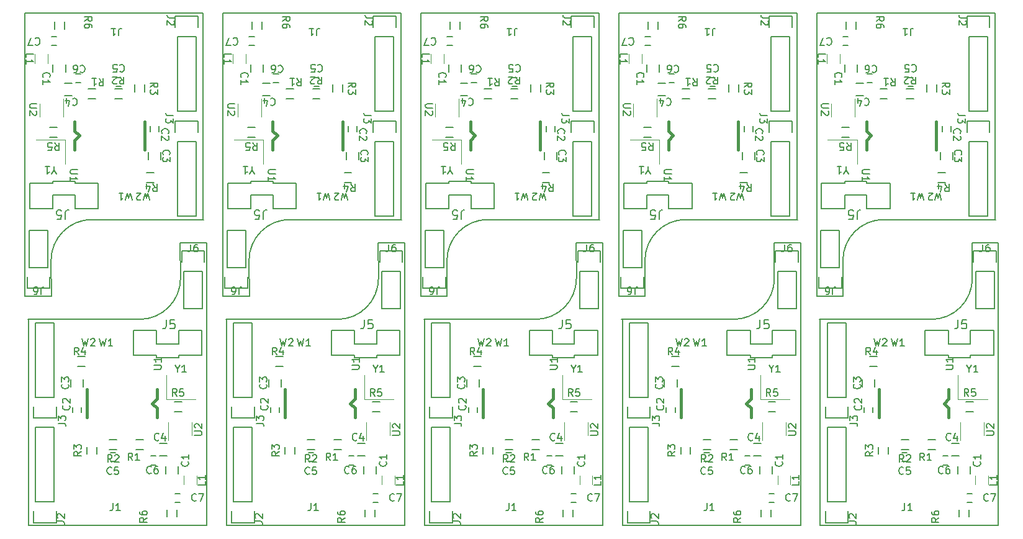
<source format=gto>
%MOIN*%
%OFA0B0*%
%FSLAX46Y46*%
%IPPOS*%
%LPD*%
%ADD10C,0.0039370078740157488*%
%ADD11C,0.005905511811023622*%
%ADD12C,0.0047244094488188976*%
%ADD13C,0.015000000000000001*%
%ADD24C,0.0039370078740157488*%
%ADD25C,0.005905511811023622*%
%ADD26C,0.0047244094488188976*%
%ADD27C,0.015000000000000001*%
%ADD28C,0.0039370078740157488*%
%ADD29C,0.005905511811023622*%
%ADD30C,0.0047244094488188976*%
%ADD31C,0.015000000000000001*%
%ADD32C,0.0039370078740157488*%
%ADD33C,0.005905511811023622*%
%ADD34C,0.0047244094488188976*%
%ADD35C,0.015000000000000001*%
%ADD36C,0.0039370078740157488*%
%ADD37C,0.005905511811023622*%
%ADD38C,0.0047244094488188976*%
%ADD39C,0.015000000000000001*%
%ADD40C,0.0039370078740157488*%
%ADD41C,0.005905511811023622*%
%ADD42C,0.0047244094488188976*%
%ADD43C,0.015000000000000001*%
%ADD44C,0.0039370078740157488*%
%ADD45C,0.005905511811023622*%
%ADD46C,0.0047244094488188976*%
%ADD47C,0.015000000000000001*%
%ADD48C,0.0039370078740157488*%
%ADD49C,0.005905511811023622*%
%ADD50C,0.0047244094488188976*%
%ADD51C,0.015000000000000001*%
%ADD52C,0.0039370078740157488*%
%ADD53C,0.005905511811023622*%
%ADD54C,0.0047244094488188976*%
%ADD55C,0.015000000000000001*%
%ADD56C,0.0039370078740157488*%
%ADD57C,0.005905511811023622*%
%ADD58C,0.0047244094488188976*%
%ADD59C,0.015000000000000001*%
G01G01*
D10*
D11*
X0000914960Y0001346220D02*
G75*
G03G03X0001134960Y0001566220J0000220000D01X0001134960Y0001566220J0000220000D01*
G01G01*
X0000318527Y0000239031D02*
X0000318527Y0001343362D01*
X0001275220Y0000239031D02*
X0000318527Y0000239031D01*
X0001275220Y0001756748D02*
X0001275220Y0000239031D01*
X0001133488Y0001756748D02*
X0001275220Y0001756748D01*
X0001134960Y0001566220D02*
X0001133488Y0001756748D01*
X0000314960Y0001346220D02*
X0000914960Y0001346220D01*
X0000554866Y0000846013D02*
X0000554866Y0000873572D01*
X0000602110Y0000873572D02*
X0000602110Y0000846013D01*
X0001152779Y0001603204D02*
X0001152779Y0001403204D01*
X0001152779Y0001403204D02*
X0001252779Y0001403204D01*
X0001252779Y0001403204D02*
X0001252779Y0001603204D01*
X0001263803Y0001714228D02*
X0001263803Y0001653204D01*
X0001252779Y0001603204D02*
X0001152779Y0001603204D01*
X0001141755Y0001653204D02*
X0001141755Y0001714228D01*
X0001141755Y0001714228D02*
X0001263803Y0001714228D01*
X0001141362Y0000850251D02*
X0001101992Y0000850251D01*
X0001101992Y0000903401D02*
X0001141362Y0000903401D01*
X0000623173Y0001093217D02*
X0000583803Y0001093217D01*
X0000583803Y0001146367D02*
X0000623173Y0001146367D01*
X0000685062Y0000661977D02*
X0000685062Y0000622607D01*
X0000631913Y0000622607D02*
X0000631913Y0000661977D01*
X0000753803Y0000698867D02*
X0000793173Y0000698867D01*
X0000793173Y0000645717D02*
X0000753803Y0000645717D01*
X0000935673Y0000645717D02*
X0000896303Y0000645717D01*
X0000896303Y0000698867D02*
X0000935673Y0000698867D01*
D12*
X0001196874Y0000723283D02*
X0001196874Y0000794149D01*
X0001070102Y0000794149D02*
X0001070102Y0000697692D01*
D11*
X0001124590Y0001141590D02*
X0001006480Y0001141590D01*
X0001124590Y0001214425D02*
X0001006480Y0001214425D01*
X0001124590Y0001214425D02*
X0001124590Y0001286275D01*
X0001006480Y0001214425D02*
X0001006480Y0001286275D01*
X0001124590Y0001286275D02*
X0001249590Y0001286275D01*
X0001006480Y0001286275D02*
X0000881480Y0001286275D01*
X0001249590Y0001286275D02*
X0001249590Y0001152417D01*
X0000881480Y0001286275D02*
X0000881480Y0001152417D01*
X0001249590Y0001152417D02*
X0001124590Y0001152417D01*
X0000881480Y0001152417D02*
X0001006480Y0001152417D01*
X0001124590Y0001152417D02*
X0001124590Y0001141590D01*
X0001006480Y0001152417D02*
X0001006480Y0001141590D01*
X0000468133Y0000878401D02*
X0000468133Y0000817377D01*
X0000468133Y0000817377D02*
X0000346086Y0000817377D01*
X0000346086Y0000817377D02*
X0000346086Y0000878401D01*
X0000357110Y0000928401D02*
X0000357110Y0001328401D01*
X0000357110Y0001328401D02*
X0000457110Y0001328401D01*
X0000457110Y0001328401D02*
X0000457110Y0000928401D01*
X0000357110Y0000928401D02*
X0000457110Y0000928401D01*
X0000468133Y0000315803D02*
X0000468133Y0000254779D01*
X0000468133Y0000254779D02*
X0000346086Y0000254779D01*
X0000346086Y0000254779D02*
X0000346086Y0000315803D01*
X0000357110Y0000365803D02*
X0000357110Y0000765803D01*
X0000357110Y0000765803D02*
X0000457110Y0000765803D01*
X0000457110Y0000765803D02*
X0000457110Y0000365803D01*
X0000357110Y0000365803D02*
X0000457110Y0000365803D01*
D13*
X0000633488Y0000819792D02*
X0000633488Y0000969792D01*
X0001008488Y0000819792D02*
X0001008488Y0000869792D01*
X0001008488Y0000869792D02*
X0000983488Y0000894792D01*
X0000983488Y0000894792D02*
X0001008488Y0000919792D01*
X0001008488Y0000919792D02*
X0001008488Y0000969792D01*
D11*
X0001057110Y0000555566D02*
X0001057110Y0000516196D01*
X0001124039Y0000516196D02*
X0001124039Y0000555566D01*
X0000545023Y0001024477D02*
X0000545023Y0000985107D01*
X0000611952Y0000985107D02*
X0000611952Y0001024477D01*
X0001063015Y0000681551D02*
X0001023645Y0000681551D01*
X0001023645Y0000614622D02*
X0001063015Y0000614622D01*
X0001003960Y0000565409D02*
X0000976401Y0000565409D01*
X0000976401Y0000612653D02*
X0001003960Y0000612653D01*
D12*
X0001221283Y0000506354D02*
X0001221283Y0000459110D01*
X0001151992Y0000459110D02*
X0001151992Y0000506354D01*
D11*
X0000785456Y0000583125D02*
X0000757897Y0000583125D01*
X0000757897Y0000630370D02*
X0000785456Y0000630370D01*
X0001133881Y0000364622D02*
X0001106322Y0000364622D01*
X0001106322Y0000411866D02*
X0001133881Y0000411866D01*
X0001064000Y0000285881D02*
X0001064000Y0000325251D01*
X0001117149Y0000325251D02*
X0001117149Y0000285881D01*
D12*
X0001058527Y0001048716D02*
X0001058527Y0000918795D01*
X0001058527Y0000918795D02*
X0001216007Y0000918795D01*
D11*
X0000537706Y0000883650D02*
X0000539581Y0000881776D01*
X0000541455Y0000876151D01*
X0000541455Y0000872402D01*
X0000539581Y0000866778D01*
X0000535831Y0000863028D01*
X0000532082Y0000861153D01*
X0000524583Y0000859278D01*
X0000518958Y0000859278D01*
X0000511459Y0000861153D01*
X0000507710Y0000863028D01*
X0000503960Y0000866778D01*
X0000502085Y0000872402D01*
X0000502085Y0000876151D01*
X0000503960Y0000881776D01*
X0000505835Y0000883650D01*
X0000505835Y0000898649D02*
X0000503960Y0000900523D01*
X0000502085Y0000904273D01*
X0000502085Y0000913647D01*
X0000503960Y0000917396D01*
X0000505835Y0000919271D01*
X0000509584Y0000921146D01*
X0000513334Y0000921146D01*
X0000518958Y0000919271D01*
X0000541455Y0000896774D01*
X0000541455Y0000921146D01*
X0001189656Y0001748780D02*
X0001189656Y0001720658D01*
X0001187781Y0001715034D01*
X0001184031Y0001711284D01*
X0001178407Y0001709410D01*
X0001174658Y0001709410D01*
X0001225276Y0001748780D02*
X0001217777Y0001748780D01*
X0001214028Y0001746905D01*
X0001212153Y0001745030D01*
X0001208403Y0001739406D01*
X0001206529Y0001731907D01*
X0001206529Y0001716909D01*
X0001208403Y0001713159D01*
X0001210278Y0001711284D01*
X0001214028Y0001709410D01*
X0001221527Y0001709410D01*
X0001225276Y0001711284D01*
X0001227151Y0001713159D01*
X0001229026Y0001716909D01*
X0001229026Y0001726283D01*
X0001227151Y0001730032D01*
X0001225276Y0001731907D01*
X0001221527Y0001733782D01*
X0001214028Y0001733782D01*
X0001210278Y0001731907D01*
X0001208403Y0001730032D01*
X0001206529Y0001726283D01*
X0001115115Y0000933819D02*
X0001101992Y0000952567D01*
X0001092618Y0000933819D02*
X0001092618Y0000973189D01*
X0001107616Y0000973189D01*
X0001111365Y0000971314D01*
X0001113240Y0000969440D01*
X0001115115Y0000965690D01*
X0001115115Y0000960066D01*
X0001113240Y0000956316D01*
X0001111365Y0000954442D01*
X0001107616Y0000952567D01*
X0001092618Y0000952567D01*
X0001150736Y0000973189D02*
X0001131988Y0000973189D01*
X0001130113Y0000954442D01*
X0001131988Y0000956316D01*
X0001135737Y0000958191D01*
X0001145111Y0000958191D01*
X0001148861Y0000956316D01*
X0001150736Y0000954442D01*
X0001152610Y0000950692D01*
X0001152610Y0000941318D01*
X0001150736Y0000937569D01*
X0001148861Y0000935694D01*
X0001145111Y0000933819D01*
X0001135737Y0000933819D01*
X0001131988Y0000935694D01*
X0001130113Y0000937569D01*
X0000587950Y0001155866D02*
X0000574826Y0001174614D01*
X0000565452Y0001155866D02*
X0000565452Y0001195236D01*
X0000580451Y0001195236D01*
X0000584200Y0001193362D01*
X0000586075Y0001191487D01*
X0000587950Y0001187737D01*
X0000587950Y0001182113D01*
X0000586075Y0001178364D01*
X0000584200Y0001176489D01*
X0000580451Y0001174614D01*
X0000565452Y0001174614D01*
X0000621695Y0001182113D02*
X0000621695Y0001155866D01*
X0000612322Y0001197111D02*
X0000602948Y0001168990D01*
X0000627320Y0001168990D01*
X0000601495Y0000635730D02*
X0000582747Y0000622607D01*
X0000601495Y0000613233D02*
X0000562125Y0000613233D01*
X0000562125Y0000628231D01*
X0000563999Y0000631981D01*
X0000565874Y0000633856D01*
X0000569624Y0000635730D01*
X0000575248Y0000635730D01*
X0000578998Y0000633856D01*
X0000580872Y0000631981D01*
X0000582747Y0000628231D01*
X0000582747Y0000613233D01*
X0000562125Y0000648854D02*
X0000562125Y0000673226D01*
X0000577123Y0000660102D01*
X0000577123Y0000665727D01*
X0000578998Y0000669476D01*
X0000580872Y0000671351D01*
X0000584622Y0000673226D01*
X0000593996Y0000673226D01*
X0000597745Y0000671351D01*
X0000599620Y0000669476D01*
X0000601495Y0000665727D01*
X0000601495Y0000654478D01*
X0000599620Y0000650729D01*
X0000597745Y0000648854D01*
X0000766926Y0000579679D02*
X0000753803Y0000598426D01*
X0000744429Y0000579679D02*
X0000744429Y0000619049D01*
X0000759427Y0000619049D01*
X0000763176Y0000617174D01*
X0000765051Y0000615299D01*
X0000766926Y0000611550D01*
X0000766926Y0000605925D01*
X0000765051Y0000602176D01*
X0000763176Y0000600301D01*
X0000759427Y0000598426D01*
X0000744429Y0000598426D01*
X0000781924Y0000615299D02*
X0000783799Y0000617174D01*
X0000787548Y0000619049D01*
X0000796922Y0000619049D01*
X0000800672Y0000617174D01*
X0000802547Y0000615299D01*
X0000804421Y0000611550D01*
X0000804421Y0000607800D01*
X0000802547Y0000602176D01*
X0000780049Y0000579679D01*
X0000804421Y0000579679D01*
X0000877320Y0000588937D02*
X0000864196Y0000607685D01*
X0000854823Y0000588937D02*
X0000854823Y0000628307D01*
X0000869821Y0000628307D01*
X0000873570Y0000626433D01*
X0000875445Y0000624558D01*
X0000877320Y0000620808D01*
X0000877320Y0000615184D01*
X0000875445Y0000611434D01*
X0000873570Y0000609560D01*
X0000869821Y0000607685D01*
X0000854823Y0000607685D01*
X0000914815Y0000588937D02*
X0000892318Y0000588937D01*
X0000903566Y0000588937D02*
X0000903566Y0000628307D01*
X0000899817Y0000622683D01*
X0000896067Y0000618934D01*
X0000892318Y0000617059D01*
X0001210747Y0000724389D02*
X0001242618Y0000724389D01*
X0001246367Y0000726264D01*
X0001248242Y0000728139D01*
X0001250117Y0000731888D01*
X0001250117Y0000739387D01*
X0001248242Y0000743137D01*
X0001246367Y0000745012D01*
X0001242618Y0000746886D01*
X0001210747Y0000746886D01*
X0001214496Y0000763759D02*
X0001212622Y0000765634D01*
X0001210747Y0000769383D01*
X0001210747Y0000778757D01*
X0001212622Y0000782507D01*
X0001214496Y0000784382D01*
X0001218246Y0000786256D01*
X0001221995Y0000786256D01*
X0001227620Y0000784382D01*
X0001250117Y0000761884D01*
X0001250117Y0000786256D01*
X0001058212Y0001343092D02*
X0001058212Y0001309346D01*
X0001055962Y0001302597D01*
X0001051463Y0001298097D01*
X0001044714Y0001295848D01*
X0001040214Y0001295848D01*
X0001103207Y0001343092D02*
X0001080709Y0001343092D01*
X0001078460Y0001320595D01*
X0001080709Y0001322844D01*
X0001085209Y0001325094D01*
X0001096457Y0001325094D01*
X0001100957Y0001322844D01*
X0001103207Y0001320595D01*
X0001105456Y0001316095D01*
X0001105456Y0001304846D01*
X0001103207Y0001300347D01*
X0001100957Y0001298097D01*
X0001096457Y0001295848D01*
X0001085209Y0001295848D01*
X0001080709Y0001298097D01*
X0001078460Y0001300347D01*
X0000478463Y0000788506D02*
X0000506585Y0000788506D01*
X0000512209Y0000786631D01*
X0000515959Y0000782882D01*
X0000517833Y0000777257D01*
X0000517833Y0000773508D01*
X0000478463Y0000803504D02*
X0000478463Y0000827876D01*
X0000493461Y0000814753D01*
X0000493461Y0000820377D01*
X0000495336Y0000824127D01*
X0000497211Y0000826001D01*
X0000500960Y0000827876D01*
X0000510334Y0000827876D01*
X0000514084Y0000826001D01*
X0000515959Y0000824127D01*
X0000517833Y0000820377D01*
X0000517833Y0000809128D01*
X0000515959Y0000805379D01*
X0000514084Y0000803504D01*
X0000472558Y0000262916D02*
X0000500679Y0000262916D01*
X0000506304Y0000261041D01*
X0000510053Y0000257291D01*
X0000511928Y0000251667D01*
X0000511928Y0000247917D01*
X0000476307Y0000279788D02*
X0000474433Y0000281663D01*
X0000472558Y0000285413D01*
X0000472558Y0000294787D01*
X0000474433Y0000298536D01*
X0000476307Y0000300411D01*
X0000480057Y0000302286D01*
X0000483806Y0000302286D01*
X0000489431Y0000300411D01*
X0000511928Y0000277914D01*
X0000511928Y0000302286D01*
X0000771939Y0000359016D02*
X0000771939Y0000330895D01*
X0000770064Y0000325270D01*
X0000766315Y0000321521D01*
X0000760691Y0000319646D01*
X0000756941Y0000319646D01*
X0000811309Y0000319646D02*
X0000788812Y0000319646D01*
X0000800061Y0000319646D02*
X0000800061Y0000359016D01*
X0000796311Y0000353392D01*
X0000792562Y0000349642D01*
X0000788812Y0000347767D01*
X0000992243Y0001078720D02*
X0001024114Y0001078720D01*
X0001027863Y0001080595D01*
X0001029738Y0001082469D01*
X0001031613Y0001086219D01*
X0001031613Y0001093718D01*
X0001029738Y0001097467D01*
X0001027863Y0001099342D01*
X0001024114Y0001101217D01*
X0000992243Y0001101217D01*
X0001031613Y0001140587D02*
X0001031613Y0001118090D01*
X0001031613Y0001129338D02*
X0000992243Y0001129338D01*
X0000997867Y0001125589D01*
X0001001617Y0001121839D01*
X0001003491Y0001118090D01*
X0001175501Y0000582469D02*
X0001177376Y0000580595D01*
X0001179251Y0000574970D01*
X0001179251Y0000571221D01*
X0001177376Y0000565596D01*
X0001173626Y0000561847D01*
X0001169877Y0000559972D01*
X0001162378Y0000558097D01*
X0001156754Y0000558097D01*
X0001149254Y0000559972D01*
X0001145505Y0000561847D01*
X0001141755Y0000565596D01*
X0001139881Y0000571221D01*
X0001139881Y0000574970D01*
X0001141755Y0000580595D01*
X0001143630Y0000582469D01*
X0001179251Y0000619965D02*
X0001179251Y0000597467D01*
X0001179251Y0000608716D02*
X0001139881Y0000608716D01*
X0001145505Y0000604967D01*
X0001149254Y0000601217D01*
X0001151129Y0000597467D01*
X0000531800Y0000998230D02*
X0000533675Y0000996356D01*
X0000535550Y0000990731D01*
X0000535550Y0000986982D01*
X0000533675Y0000981358D01*
X0000529926Y0000977608D01*
X0000526176Y0000975733D01*
X0000518677Y0000973858D01*
X0000513053Y0000973858D01*
X0000505554Y0000975733D01*
X0000501804Y0000977608D01*
X0000498055Y0000981358D01*
X0000496180Y0000986982D01*
X0000496180Y0000990731D01*
X0000498055Y0000996356D01*
X0000499929Y0000998230D01*
X0000496180Y0001011354D02*
X0000496180Y0001035726D01*
X0000511178Y0001022602D01*
X0000511178Y0001028227D01*
X0000513053Y0001031976D01*
X0000514927Y0001033851D01*
X0000518677Y0001035726D01*
X0000528051Y0001035726D01*
X0000531800Y0001033851D01*
X0000533675Y0001031976D01*
X0000535550Y0001028227D01*
X0000535550Y0001016978D01*
X0000533675Y0001013229D01*
X0000531800Y0001011354D01*
X0001019052Y0000698986D02*
X0001017177Y0000697111D01*
X0001011553Y0000695236D01*
X0001007803Y0000695236D01*
X0001002179Y0000697111D01*
X0000998430Y0000700861D01*
X0000996555Y0000704610D01*
X0000994680Y0000712109D01*
X0000994680Y0000717734D01*
X0000996555Y0000725233D01*
X0000998430Y0000728982D01*
X0001002179Y0000732732D01*
X0001007803Y0000734607D01*
X0001011553Y0000734607D01*
X0001017177Y0000732732D01*
X0001019052Y0000730857D01*
X0001052798Y0000721483D02*
X0001052798Y0000695236D01*
X0001043424Y0000736481D02*
X0001034050Y0000708360D01*
X0001058422Y0000708360D01*
X0000977713Y0000521821D02*
X0000975839Y0000519946D01*
X0000970214Y0000518071D01*
X0000966465Y0000518071D01*
X0000960841Y0000519946D01*
X0000957091Y0000523695D01*
X0000955216Y0000527445D01*
X0000953341Y0000534944D01*
X0000953341Y0000540568D01*
X0000955216Y0000548067D01*
X0000957091Y0000551817D01*
X0000960841Y0000555566D01*
X0000966465Y0000557441D01*
X0000970214Y0000557441D01*
X0000975839Y0000555566D01*
X0000977713Y0000553692D01*
X0001011459Y0000557441D02*
X0001003960Y0000557441D01*
X0001000211Y0000555566D01*
X0000998336Y0000553692D01*
X0000994586Y0000548067D01*
X0000992712Y0000540568D01*
X0000992712Y0000525570D01*
X0000994586Y0000521821D01*
X0000996461Y0000519946D01*
X0001000211Y0000518071D01*
X0001007710Y0000518071D01*
X0001011459Y0000519946D01*
X0001013334Y0000521821D01*
X0001015209Y0000525570D01*
X0001015209Y0000534944D01*
X0001013334Y0000538694D01*
X0001011459Y0000540568D01*
X0001007710Y0000542443D01*
X0001000211Y0000542443D01*
X0000996461Y0000540568D01*
X0000994586Y0000538694D01*
X0000992712Y0000534944D01*
X0001267833Y0000476170D02*
X0001267833Y0000457422D01*
X0001228463Y0000457422D01*
X0001267833Y0000509916D02*
X0001267833Y0000487419D01*
X0001267833Y0000498667D02*
X0001228463Y0000498667D01*
X0001234088Y0000494918D01*
X0001237837Y0000491168D01*
X0001239712Y0000487419D01*
X0000765115Y0000517884D02*
X0000763240Y0000516009D01*
X0000757616Y0000514134D01*
X0000753866Y0000514134D01*
X0000748242Y0000516009D01*
X0000744493Y0000519758D01*
X0000742618Y0000523508D01*
X0000740743Y0000531007D01*
X0000740743Y0000536631D01*
X0000742618Y0000544130D01*
X0000744493Y0000547880D01*
X0000748242Y0000551629D01*
X0000753866Y0000553504D01*
X0000757616Y0000553504D01*
X0000763240Y0000551629D01*
X0000765115Y0000549755D01*
X0000800736Y0000553504D02*
X0000781988Y0000553504D01*
X0000780113Y0000534757D01*
X0000781988Y0000536631D01*
X0000785737Y0000538506D01*
X0000795111Y0000538506D01*
X0000798861Y0000536631D01*
X0000800736Y0000534757D01*
X0000802610Y0000531007D01*
X0000802610Y0000521633D01*
X0000800736Y0000517884D01*
X0000798861Y0000516009D01*
X0000795111Y0000514134D01*
X0000785737Y0000514134D01*
X0000781988Y0000516009D01*
X0000780113Y0000517884D01*
X0000700623Y0001242481D02*
X0000709997Y0001203110D01*
X0000717496Y0001231232D01*
X0000724995Y0001203110D01*
X0000734369Y0001242481D01*
X0000769989Y0001203110D02*
X0000747492Y0001203110D01*
X0000758741Y0001203110D02*
X0000758741Y0001242481D01*
X0000754991Y0001236856D01*
X0000751242Y0001233107D01*
X0000747492Y0001231232D01*
X0000606135Y0001242481D02*
X0000615509Y0001203110D01*
X0000623008Y0001231232D01*
X0000630507Y0001203110D01*
X0000639881Y0001242481D01*
X0000653004Y0001238731D02*
X0000654879Y0001240606D01*
X0000658628Y0001242481D01*
X0000668002Y0001242481D01*
X0000671752Y0001240606D01*
X0000673626Y0001238731D01*
X0000675501Y0001234982D01*
X0000675501Y0001231232D01*
X0000673626Y0001225608D01*
X0000651129Y0001203110D01*
X0000675501Y0001203110D01*
X0001219839Y0000374183D02*
X0001217965Y0000372308D01*
X0001212340Y0000370433D01*
X0001208591Y0000370433D01*
X0001202967Y0000372308D01*
X0001199217Y0000376058D01*
X0001197342Y0000379807D01*
X0001195467Y0000387306D01*
X0001195467Y0000392931D01*
X0001197342Y0000400430D01*
X0001199217Y0000404179D01*
X0001202967Y0000407929D01*
X0001208591Y0000409803D01*
X0001212340Y0000409803D01*
X0001217965Y0000407929D01*
X0001219839Y0000406054D01*
X0001232963Y0000409803D02*
X0001259210Y0000409803D01*
X0001242337Y0000370433D01*
X0000954841Y0000281288D02*
X0000936094Y0000268165D01*
X0000954841Y0000258791D02*
X0000915471Y0000258791D01*
X0000915471Y0000273789D01*
X0000917346Y0000277539D01*
X0000919221Y0000279413D01*
X0000922970Y0000281288D01*
X0000928595Y0000281288D01*
X0000932344Y0000279413D01*
X0000934219Y0000277539D01*
X0000936094Y0000273789D01*
X0000936094Y0000258791D01*
X0000915471Y0000315034D02*
X0000915471Y0000307535D01*
X0000917346Y0000303785D01*
X0000919221Y0000301911D01*
X0000924845Y0000298161D01*
X0000932344Y0000296286D01*
X0000947342Y0000296286D01*
X0000951092Y0000298161D01*
X0000952967Y0000300036D01*
X0000954841Y0000303785D01*
X0000954841Y0000311285D01*
X0000952967Y0000315034D01*
X0000951092Y0000316909D01*
X0000947342Y0000318784D01*
X0000937968Y0000318784D01*
X0000934219Y0000316909D01*
X0000932344Y0000315034D01*
X0000930469Y0000311285D01*
X0000930469Y0000303785D01*
X0000932344Y0000300036D01*
X0000934219Y0000298161D01*
X0000937968Y0000296286D01*
X0001118520Y0001081150D02*
X0001118520Y0001062402D01*
X0001105396Y0001101772D02*
X0001118520Y0001081150D01*
X0001131643Y0001101772D01*
X0001165389Y0001062402D02*
X0001142892Y0001062402D01*
X0001154140Y0001062402D02*
X0001154140Y0001101772D01*
X0001150391Y0001096148D01*
X0001146641Y0001092398D01*
X0001142892Y0001090523D01*
G04 next file*
G04 Gerber Fmt 4.6, Leading zero omitted, Abs format (unit mm)*
G04 Created by KiCad (PCBNEW 4.0.7) date Tuesday, 06 March 2018 'PMt' 15:17:41*
G01G01*
G04 APERTURE LIST*
G04 APERTURE END LIST*
D24*
D25*
X0001722834Y0001882125D02*
G75*
G03G03X0001502834Y0001662125J-0000220000D01X0001502834Y0001662125J-0000220000D01*
G01G01*
X0002319267Y0002989314D02*
X0002319267Y0001884984D01*
X0001362574Y0002989314D02*
X0002319267Y0002989314D01*
X0001362574Y0001471598D02*
X0001362574Y0002989314D01*
X0001504307Y0001471598D02*
X0001362574Y0001471598D01*
X0001502834Y0001662125D02*
X0001504307Y0001471598D01*
X0002322834Y0001882125D02*
X0001722834Y0001882125D01*
X0002082929Y0002382333D02*
X0002082929Y0002354774D01*
X0002035685Y0002354774D02*
X0002035685Y0002382333D01*
X0001485015Y0001625141D02*
X0001485015Y0001825141D01*
X0001485015Y0001825141D02*
X0001385015Y0001825141D01*
X0001385015Y0001825141D02*
X0001385015Y0001625141D01*
X0001373992Y0001514118D02*
X0001373992Y0001575141D01*
X0001385015Y0001625141D02*
X0001485015Y0001625141D01*
X0001496039Y0001575141D02*
X0001496039Y0001514118D01*
X0001496039Y0001514118D02*
X0001373992Y0001514118D01*
X0001496433Y0002378094D02*
X0001535803Y0002378094D01*
X0001535803Y0002324944D02*
X0001496433Y0002324944D01*
X0002014622Y0002135128D02*
X0002053992Y0002135128D01*
X0002053992Y0002081979D02*
X0002014622Y0002081979D01*
X0001952732Y0002566368D02*
X0001952732Y0002605738D01*
X0002005881Y0002605738D02*
X0002005881Y0002566368D01*
X0001883992Y0002529479D02*
X0001844622Y0002529479D01*
X0001844622Y0002582628D02*
X0001883992Y0002582628D01*
X0001702122Y0002582628D02*
X0001741492Y0002582628D01*
X0001741492Y0002529479D02*
X0001702122Y0002529479D01*
D26*
X0001440921Y0002505062D02*
X0001440921Y0002434196D01*
X0001567692Y0002434196D02*
X0001567692Y0002530653D01*
D25*
X0001513204Y0002086755D02*
X0001631314Y0002086755D01*
X0001513204Y0002013921D02*
X0001631314Y0002013921D01*
X0001513204Y0002013921D02*
X0001513204Y0001942070D01*
X0001631314Y0002013921D02*
X0001631314Y0001942070D01*
X0001513204Y0001942070D02*
X0001388204Y0001942070D01*
X0001631314Y0001942070D02*
X0001756314Y0001942070D01*
X0001388204Y0001942070D02*
X0001388204Y0002075929D01*
X0001756314Y0001942070D02*
X0001756314Y0002075929D01*
X0001388204Y0002075929D02*
X0001513204Y0002075929D01*
X0001756314Y0002075929D02*
X0001631314Y0002075929D01*
X0001513204Y0002075929D02*
X0001513204Y0002086755D01*
X0001631314Y0002075929D02*
X0001631314Y0002086755D01*
X0002169661Y0002349944D02*
X0002169661Y0002410968D01*
X0002169661Y0002410968D02*
X0002291708Y0002410968D01*
X0002291708Y0002410968D02*
X0002291708Y0002349944D01*
X0002280685Y0002299944D02*
X0002280685Y0001899944D01*
X0002280685Y0001899944D02*
X0002180685Y0001899944D01*
X0002180685Y0001899944D02*
X0002180685Y0002299944D01*
X0002280685Y0002299944D02*
X0002180685Y0002299944D01*
X0002169661Y0002912543D02*
X0002169661Y0002973566D01*
X0002169661Y0002973566D02*
X0002291708Y0002973566D01*
X0002291708Y0002973566D02*
X0002291708Y0002912543D01*
X0002280685Y0002862543D02*
X0002280685Y0002462543D01*
X0002280685Y0002462543D02*
X0002180685Y0002462543D01*
X0002180685Y0002462543D02*
X0002180685Y0002862543D01*
X0002280685Y0002862543D02*
X0002180685Y0002862543D01*
D27*
X0002004307Y0002408553D02*
X0002004307Y0002258553D01*
X0001629307Y0002408553D02*
X0001629307Y0002358553D01*
X0001629307Y0002358553D02*
X0001654307Y0002333553D01*
X0001654307Y0002333553D02*
X0001629307Y0002308553D01*
X0001629307Y0002308553D02*
X0001629307Y0002258553D01*
D25*
X0001580685Y0002672779D02*
X0001580685Y0002712149D01*
X0001513755Y0002712149D02*
X0001513755Y0002672779D01*
X0002092771Y0002203868D02*
X0002092771Y0002243238D01*
X0002025842Y0002243238D02*
X0002025842Y0002203868D01*
X0001574779Y0002546795D02*
X0001614149Y0002546795D01*
X0001614149Y0002613724D02*
X0001574779Y0002613724D01*
X0001633834Y0002662937D02*
X0001661393Y0002662937D01*
X0001661393Y0002615692D02*
X0001633834Y0002615692D01*
D26*
X0001416511Y0002721992D02*
X0001416511Y0002769236D01*
X0001485803Y0002769236D02*
X0001485803Y0002721992D01*
D25*
X0001852338Y0002645220D02*
X0001879897Y0002645220D01*
X0001879897Y0002597976D02*
X0001852338Y0002597976D01*
X0001503913Y0002863724D02*
X0001531472Y0002863724D01*
X0001531472Y0002816480D02*
X0001503913Y0002816480D01*
X0001573795Y0002942464D02*
X0001573795Y0002903094D01*
X0001520645Y0002903094D02*
X0001520645Y0002942464D01*
D26*
X0001579267Y0002179629D02*
X0001579267Y0002309551D01*
X0001579267Y0002309551D02*
X0001421787Y0002309551D01*
D25*
X0002100088Y0002344695D02*
X0002098214Y0002346570D01*
X0002096339Y0002352194D01*
X0002096339Y0002355944D01*
X0002098214Y0002361568D01*
X0002101963Y0002365317D01*
X0002105713Y0002367192D01*
X0002113212Y0002369067D01*
X0002118836Y0002369067D01*
X0002126335Y0002367192D01*
X0002130085Y0002365317D01*
X0002133834Y0002361568D01*
X0002135709Y0002355944D01*
X0002135709Y0002352194D01*
X0002133834Y0002346570D01*
X0002131959Y0002344695D01*
X0002131959Y0002329697D02*
X0002133834Y0002327822D01*
X0002135709Y0002324073D01*
X0002135709Y0002314699D01*
X0002133834Y0002310949D01*
X0002131959Y0002309074D01*
X0002128210Y0002307200D01*
X0002124460Y0002307200D01*
X0002118836Y0002309074D01*
X0002096339Y0002331572D01*
X0002096339Y0002307200D01*
X0001448139Y0001479566D02*
X0001448139Y0001507687D01*
X0001450013Y0001513311D01*
X0001453763Y0001517061D01*
X0001459387Y0001518936D01*
X0001463137Y0001518936D01*
X0001412518Y0001479566D02*
X0001420017Y0001479566D01*
X0001423767Y0001481440D01*
X0001425641Y0001483315D01*
X0001429391Y0001488940D01*
X0001431266Y0001496439D01*
X0001431266Y0001511437D01*
X0001429391Y0001515186D01*
X0001427516Y0001517061D01*
X0001423767Y0001518936D01*
X0001416268Y0001518936D01*
X0001412518Y0001517061D01*
X0001410643Y0001515186D01*
X0001408768Y0001511437D01*
X0001408768Y0001502063D01*
X0001410643Y0001498313D01*
X0001412518Y0001496439D01*
X0001416268Y0001494564D01*
X0001423767Y0001494564D01*
X0001427516Y0001496439D01*
X0001429391Y0001498313D01*
X0001431266Y0001502063D01*
X0001522679Y0002294526D02*
X0001535803Y0002275779D01*
X0001545176Y0002294526D02*
X0001545176Y0002255156D01*
X0001530178Y0002255156D01*
X0001526429Y0002257031D01*
X0001524554Y0002258906D01*
X0001522679Y0002262655D01*
X0001522679Y0002268280D01*
X0001524554Y0002272029D01*
X0001526429Y0002273904D01*
X0001530178Y0002275779D01*
X0001545176Y0002275779D01*
X0001487059Y0002255156D02*
X0001505806Y0002255156D01*
X0001507681Y0002273904D01*
X0001505806Y0002272029D01*
X0001502057Y0002270154D01*
X0001492683Y0002270154D01*
X0001488933Y0002272029D01*
X0001487059Y0002273904D01*
X0001485184Y0002277653D01*
X0001485184Y0002287027D01*
X0001487059Y0002290777D01*
X0001488933Y0002292652D01*
X0001492683Y0002294526D01*
X0001502057Y0002294526D01*
X0001505806Y0002292652D01*
X0001507681Y0002290777D01*
X0002049845Y0002072479D02*
X0002062968Y0002053731D01*
X0002072342Y0002072479D02*
X0002072342Y0002033109D01*
X0002057344Y0002033109D01*
X0002053594Y0002034984D01*
X0002051719Y0002036859D01*
X0002049845Y0002040608D01*
X0002049845Y0002046232D01*
X0002051719Y0002049982D01*
X0002053594Y0002051857D01*
X0002057344Y0002053731D01*
X0002072342Y0002053731D01*
X0002016099Y0002046232D02*
X0002016099Y0002072479D01*
X0002025473Y0002031234D02*
X0002034847Y0002059356D01*
X0002010475Y0002059356D01*
X0002036300Y0002592615D02*
X0002055047Y0002605738D01*
X0002036300Y0002615112D02*
X0002075670Y0002615112D01*
X0002075670Y0002600114D01*
X0002073795Y0002596365D01*
X0002071920Y0002594490D01*
X0002068171Y0002592615D01*
X0002062546Y0002592615D01*
X0002058797Y0002594490D01*
X0002056922Y0002596365D01*
X0002055047Y0002600114D01*
X0002055047Y0002615112D01*
X0002075670Y0002579492D02*
X0002075670Y0002555120D01*
X0002060672Y0002568243D01*
X0002060672Y0002562619D01*
X0002058797Y0002558869D01*
X0002056922Y0002556994D01*
X0002053172Y0002555120D01*
X0002043799Y0002555120D01*
X0002040049Y0002556994D01*
X0002038174Y0002558869D01*
X0002036300Y0002562619D01*
X0002036300Y0002573867D01*
X0002038174Y0002577617D01*
X0002040049Y0002579492D01*
X0001870868Y0002648667D02*
X0001883992Y0002629919D01*
X0001893366Y0002648667D02*
X0001893366Y0002609297D01*
X0001878367Y0002609297D01*
X0001874618Y0002611171D01*
X0001872743Y0002613046D01*
X0001870868Y0002616796D01*
X0001870868Y0002622420D01*
X0001872743Y0002626170D01*
X0001874618Y0002628044D01*
X0001878367Y0002629919D01*
X0001893366Y0002629919D01*
X0001855870Y0002613046D02*
X0001853995Y0002611171D01*
X0001850246Y0002609297D01*
X0001840872Y0002609297D01*
X0001837123Y0002611171D01*
X0001835248Y0002613046D01*
X0001833373Y0002616796D01*
X0001833373Y0002620545D01*
X0001835248Y0002626170D01*
X0001857745Y0002648667D01*
X0001833373Y0002648667D01*
X0001760475Y0002639408D02*
X0001773598Y0002620661D01*
X0001782972Y0002639408D02*
X0001782972Y0002600038D01*
X0001767974Y0002600038D01*
X0001764224Y0002601913D01*
X0001762349Y0002603788D01*
X0001760475Y0002607537D01*
X0001760475Y0002613161D01*
X0001762349Y0002616911D01*
X0001764224Y0002618786D01*
X0001767974Y0002620661D01*
X0001782972Y0002620661D01*
X0001722979Y0002639408D02*
X0001745476Y0002639408D01*
X0001734228Y0002639408D02*
X0001734228Y0002600038D01*
X0001737977Y0002605662D01*
X0001741727Y0002609412D01*
X0001745476Y0002611287D01*
X0001427047Y0002503956D02*
X0001395176Y0002503956D01*
X0001391427Y0002502082D01*
X0001389552Y0002500207D01*
X0001387677Y0002496457D01*
X0001387677Y0002488958D01*
X0001389552Y0002485209D01*
X0001391427Y0002483334D01*
X0001395176Y0002481459D01*
X0001427047Y0002481459D01*
X0001423298Y0002464586D02*
X0001425173Y0002462712D01*
X0001427047Y0002458962D01*
X0001427047Y0002449588D01*
X0001425173Y0002445839D01*
X0001423298Y0002443964D01*
X0001419548Y0002442089D01*
X0001415799Y0002442089D01*
X0001410175Y0002443964D01*
X0001387677Y0002466461D01*
X0001387677Y0002442089D01*
X0001579582Y0001885254D02*
X0001579582Y0001919000D01*
X0001581832Y0001925749D01*
X0001586331Y0001930248D01*
X0001593080Y0001932498D01*
X0001597580Y0001932498D01*
X0001534588Y0001885254D02*
X0001557085Y0001885254D01*
X0001559335Y0001907751D01*
X0001557085Y0001905501D01*
X0001552585Y0001903251D01*
X0001541337Y0001903251D01*
X0001536837Y0001905501D01*
X0001534588Y0001907751D01*
X0001532338Y0001912250D01*
X0001532338Y0001923499D01*
X0001534588Y0001927998D01*
X0001536837Y0001930248D01*
X0001541337Y0001932498D01*
X0001552585Y0001932498D01*
X0001557085Y0001930248D01*
X0001559335Y0001927998D01*
X0002159331Y0002439839D02*
X0002131209Y0002439839D01*
X0002125585Y0002441714D01*
X0002121836Y0002445464D01*
X0002119961Y0002451088D01*
X0002119961Y0002454838D01*
X0002159331Y0002424841D02*
X0002159331Y0002400469D01*
X0002144333Y0002413593D01*
X0002144333Y0002407968D01*
X0002142458Y0002404219D01*
X0002140583Y0002402344D01*
X0002136834Y0002400469D01*
X0002127460Y0002400469D01*
X0002123710Y0002402344D01*
X0002121836Y0002404219D01*
X0002119961Y0002407968D01*
X0002119961Y0002419217D01*
X0002121836Y0002422967D01*
X0002123710Y0002424841D01*
X0002165236Y0002965430D02*
X0002137115Y0002965430D01*
X0002131491Y0002967305D01*
X0002127741Y0002971054D01*
X0002125866Y0002976679D01*
X0002125866Y0002980428D01*
X0002161487Y0002948557D02*
X0002163362Y0002946682D01*
X0002165236Y0002942933D01*
X0002165236Y0002933559D01*
X0002163362Y0002929809D01*
X0002161487Y0002927935D01*
X0002157737Y0002926060D01*
X0002153988Y0002926060D01*
X0002148364Y0002927935D01*
X0002125866Y0002950432D01*
X0002125866Y0002926060D01*
X0001865855Y0002869329D02*
X0001865855Y0002897451D01*
X0001867730Y0002903075D01*
X0001871479Y0002906825D01*
X0001877104Y0002908700D01*
X0001880853Y0002908700D01*
X0001826485Y0002908700D02*
X0001848982Y0002908700D01*
X0001837734Y0002908700D02*
X0001837734Y0002869329D01*
X0001841483Y0002874954D01*
X0001845233Y0002878703D01*
X0001848982Y0002880578D01*
X0001645551Y0002149626D02*
X0001613680Y0002149626D01*
X0001609931Y0002147751D01*
X0001608056Y0002145876D01*
X0001606181Y0002142127D01*
X0001606181Y0002134628D01*
X0001608056Y0002130878D01*
X0001609931Y0002129003D01*
X0001613680Y0002127128D01*
X0001645551Y0002127128D01*
X0001606181Y0002087758D02*
X0001606181Y0002110256D01*
X0001606181Y0002099007D02*
X0001645551Y0002099007D01*
X0001639927Y0002102757D01*
X0001636178Y0002106506D01*
X0001634303Y0002110256D01*
X0001462293Y0002645876D02*
X0001460418Y0002647751D01*
X0001458544Y0002653375D01*
X0001458544Y0002657125D01*
X0001460418Y0002662749D01*
X0001464168Y0002666499D01*
X0001467917Y0002668373D01*
X0001475416Y0002670248D01*
X0001481041Y0002670248D01*
X0001488540Y0002668373D01*
X0001492289Y0002666499D01*
X0001496039Y0002662749D01*
X0001497914Y0002657125D01*
X0001497914Y0002653375D01*
X0001496039Y0002647751D01*
X0001494164Y0002645876D01*
X0001458544Y0002608381D02*
X0001458544Y0002630878D01*
X0001458544Y0002619629D02*
X0001497914Y0002619629D01*
X0001492289Y0002623379D01*
X0001488540Y0002627128D01*
X0001486665Y0002630878D01*
X0002105994Y0002230115D02*
X0002104119Y0002231990D01*
X0002102244Y0002237614D01*
X0002102244Y0002241364D01*
X0002104119Y0002246988D01*
X0002107869Y0002250737D01*
X0002111618Y0002252612D01*
X0002119117Y0002254487D01*
X0002124742Y0002254487D01*
X0002132241Y0002252612D01*
X0002135990Y0002250737D01*
X0002139740Y0002246988D01*
X0002141614Y0002241364D01*
X0002141614Y0002237614D01*
X0002139740Y0002231990D01*
X0002137865Y0002230115D01*
X0002141614Y0002216992D02*
X0002141614Y0002192620D01*
X0002126616Y0002205743D01*
X0002126616Y0002200119D01*
X0002124742Y0002196369D01*
X0002122867Y0002194494D01*
X0002119117Y0002192620D01*
X0002109743Y0002192620D01*
X0002105994Y0002194494D01*
X0002104119Y0002196369D01*
X0002102244Y0002200119D01*
X0002102244Y0002211367D01*
X0002104119Y0002215117D01*
X0002105994Y0002216992D01*
X0001618742Y0002529359D02*
X0001620617Y0002531234D01*
X0001626241Y0002533109D01*
X0001629991Y0002533109D01*
X0001635615Y0002531234D01*
X0001639365Y0002527485D01*
X0001641239Y0002523735D01*
X0001643114Y0002516236D01*
X0001643114Y0002510612D01*
X0001641239Y0002503113D01*
X0001639365Y0002499363D01*
X0001635615Y0002495614D01*
X0001629991Y0002493739D01*
X0001626241Y0002493739D01*
X0001620617Y0002495614D01*
X0001618742Y0002497488D01*
X0001584996Y0002506862D02*
X0001584996Y0002533109D01*
X0001594370Y0002491864D02*
X0001603744Y0002519986D01*
X0001579372Y0002519986D01*
X0001660081Y0002706525D02*
X0001661956Y0002708400D01*
X0001667580Y0002710274D01*
X0001671329Y0002710274D01*
X0001676954Y0002708400D01*
X0001680703Y0002704650D01*
X0001682578Y0002700901D01*
X0001684453Y0002693401D01*
X0001684453Y0002687777D01*
X0001682578Y0002680278D01*
X0001680703Y0002676529D01*
X0001676954Y0002672779D01*
X0001671329Y0002670904D01*
X0001667580Y0002670904D01*
X0001661956Y0002672779D01*
X0001660081Y0002674654D01*
X0001626335Y0002670904D02*
X0001633834Y0002670904D01*
X0001637584Y0002672779D01*
X0001639458Y0002674654D01*
X0001643208Y0002680278D01*
X0001645083Y0002687777D01*
X0001645083Y0002702775D01*
X0001643208Y0002706525D01*
X0001641333Y0002708400D01*
X0001637584Y0002710274D01*
X0001630085Y0002710274D01*
X0001626335Y0002708400D01*
X0001624460Y0002706525D01*
X0001622586Y0002702775D01*
X0001622586Y0002693401D01*
X0001624460Y0002689652D01*
X0001626335Y0002687777D01*
X0001630085Y0002685902D01*
X0001637584Y0002685902D01*
X0001641333Y0002687777D01*
X0001643208Y0002689652D01*
X0001645083Y0002693401D01*
X0001369961Y0002752175D02*
X0001369961Y0002770923D01*
X0001409331Y0002770923D01*
X0001369961Y0002718430D02*
X0001369961Y0002740927D01*
X0001369961Y0002729678D02*
X0001409331Y0002729678D01*
X0001403707Y0002733428D01*
X0001399957Y0002737177D01*
X0001398082Y0002740927D01*
X0001872679Y0002710462D02*
X0001874554Y0002712337D01*
X0001880178Y0002714211D01*
X0001883928Y0002714211D01*
X0001889552Y0002712337D01*
X0001893302Y0002708587D01*
X0001895176Y0002704838D01*
X0001897051Y0002697338D01*
X0001897051Y0002691714D01*
X0001895176Y0002684215D01*
X0001893302Y0002680466D01*
X0001889552Y0002676716D01*
X0001883928Y0002674841D01*
X0001880178Y0002674841D01*
X0001874554Y0002676716D01*
X0001872679Y0002678591D01*
X0001837059Y0002674841D02*
X0001855806Y0002674841D01*
X0001857681Y0002693589D01*
X0001855806Y0002691714D01*
X0001852057Y0002689839D01*
X0001842683Y0002689839D01*
X0001838933Y0002691714D01*
X0001837059Y0002693589D01*
X0001835184Y0002697338D01*
X0001835184Y0002706712D01*
X0001837059Y0002710462D01*
X0001838933Y0002712337D01*
X0001842683Y0002714211D01*
X0001852057Y0002714211D01*
X0001855806Y0002712337D01*
X0001857681Y0002710462D01*
X0001937171Y0001985865D02*
X0001927797Y0002025235D01*
X0001920298Y0001997113D01*
X0001912799Y0002025235D01*
X0001903425Y0001985865D01*
X0001867805Y0002025235D02*
X0001890302Y0002025235D01*
X0001879053Y0002025235D02*
X0001879053Y0001985865D01*
X0001882803Y0001991489D01*
X0001886553Y0001995239D01*
X0001890302Y0001997113D01*
X0002031659Y0001985865D02*
X0002022286Y0002025235D01*
X0002014787Y0001997113D01*
X0002007287Y0002025235D01*
X0001997914Y0001985865D01*
X0001984790Y0001989614D02*
X0001982915Y0001987740D01*
X0001979166Y0001985865D01*
X0001969792Y0001985865D01*
X0001966043Y0001987740D01*
X0001964168Y0001989614D01*
X0001962293Y0001993364D01*
X0001962293Y0001997113D01*
X0001964168Y0002002738D01*
X0001986665Y0002025235D01*
X0001962293Y0002025235D01*
X0001417955Y0002854163D02*
X0001419830Y0002856037D01*
X0001425454Y0002857912D01*
X0001429203Y0002857912D01*
X0001434828Y0002856037D01*
X0001438577Y0002852288D01*
X0001440452Y0002848538D01*
X0001442327Y0002841039D01*
X0001442327Y0002835415D01*
X0001440452Y0002827916D01*
X0001438577Y0002824166D01*
X0001434828Y0002820417D01*
X0001429203Y0002818542D01*
X0001425454Y0002818542D01*
X0001419830Y0002820417D01*
X0001417955Y0002822292D01*
X0001404832Y0002818542D02*
X0001378585Y0002818542D01*
X0001395458Y0002857912D01*
X0001682953Y0002947057D02*
X0001701701Y0002960181D01*
X0001682953Y0002969554D02*
X0001722323Y0002969554D01*
X0001722323Y0002954556D01*
X0001720448Y0002950807D01*
X0001718574Y0002948932D01*
X0001714824Y0002947057D01*
X0001709200Y0002947057D01*
X0001705450Y0002948932D01*
X0001703575Y0002950807D01*
X0001701701Y0002954556D01*
X0001701701Y0002969554D01*
X0001722323Y0002913311D02*
X0001722323Y0002920811D01*
X0001720448Y0002924560D01*
X0001718574Y0002926435D01*
X0001712949Y0002930184D01*
X0001705450Y0002932059D01*
X0001690452Y0002932059D01*
X0001686703Y0002930184D01*
X0001684828Y0002928310D01*
X0001682953Y0002924560D01*
X0001682953Y0002917061D01*
X0001684828Y0002913311D01*
X0001686703Y0002911437D01*
X0001690452Y0002909562D01*
X0001699826Y0002909562D01*
X0001703575Y0002911437D01*
X0001705450Y0002913311D01*
X0001707325Y0002917061D01*
X0001707325Y0002924560D01*
X0001705450Y0002928310D01*
X0001703575Y0002930184D01*
X0001699826Y0002932059D01*
X0001519275Y0002147196D02*
X0001519275Y0002165944D01*
X0001532398Y0002126574D02*
X0001519275Y0002147196D01*
X0001506151Y0002126574D01*
X0001472406Y0002165944D02*
X0001494903Y0002165944D01*
X0001483654Y0002165944D02*
X0001483654Y0002126574D01*
X0001487404Y0002132198D01*
X0001491153Y0002135947D01*
X0001494903Y0002137822D01*
G04 next file*
G04 Gerber Fmt 4.6, Leading zero omitted, Abs format (unit mm)*
G04 Created by KiCad (PCBNEW 4.0.7) date Tuesday, 06 March 2018 'PMt' 15:17:41*
G01G01*
G04 APERTURE LIST*
G04 APERTURE END LIST*
D28*
D29*
X0001977952Y0001346220D02*
G75*
G03G03X0002197952Y0001566220J0000220000D01X0002197952Y0001566220J0000220000D01*
G01G01*
X0001381519Y0000239031D02*
X0001381519Y0001343362D01*
X0002338212Y0000239031D02*
X0001381519Y0000239031D01*
X0002338212Y0001756748D02*
X0002338212Y0000239031D01*
X0002196480Y0001756748D02*
X0002338212Y0001756748D01*
X0002197952Y0001566220D02*
X0002196480Y0001756748D01*
X0001377952Y0001346220D02*
X0001977952Y0001346220D01*
X0001617858Y0000846013D02*
X0001617858Y0000873572D01*
X0001665102Y0000873572D02*
X0001665102Y0000846013D01*
X0002215771Y0001603204D02*
X0002215771Y0001403204D01*
X0002215771Y0001403204D02*
X0002315771Y0001403204D01*
X0002315771Y0001403204D02*
X0002315771Y0001603204D01*
X0002326795Y0001714228D02*
X0002326795Y0001653204D01*
X0002315771Y0001603204D02*
X0002215771Y0001603204D01*
X0002204748Y0001653204D02*
X0002204748Y0001714228D01*
X0002204748Y0001714228D02*
X0002326795Y0001714228D01*
X0002204354Y0000850251D02*
X0002164984Y0000850251D01*
X0002164984Y0000903401D02*
X0002204354Y0000903401D01*
X0001686165Y0001093217D02*
X0001646795Y0001093217D01*
X0001646795Y0001146367D02*
X0001686165Y0001146367D01*
X0001748055Y0000661977D02*
X0001748055Y0000622607D01*
X0001694905Y0000622607D02*
X0001694905Y0000661977D01*
X0001816795Y0000698867D02*
X0001856165Y0000698867D01*
X0001856165Y0000645717D02*
X0001816795Y0000645717D01*
X0001998665Y0000645717D02*
X0001959295Y0000645717D01*
X0001959295Y0000698867D02*
X0001998665Y0000698867D01*
D30*
X0002259866Y0000723283D02*
X0002259866Y0000794149D01*
X0002133094Y0000794149D02*
X0002133094Y0000697692D01*
D29*
X0002187582Y0001141590D02*
X0002069472Y0001141590D01*
X0002187582Y0001214425D02*
X0002069472Y0001214425D01*
X0002187582Y0001214425D02*
X0002187582Y0001286275D01*
X0002069472Y0001214425D02*
X0002069472Y0001286275D01*
X0002187582Y0001286275D02*
X0002312582Y0001286275D01*
X0002069472Y0001286275D02*
X0001944472Y0001286275D01*
X0002312582Y0001286275D02*
X0002312582Y0001152417D01*
X0001944472Y0001286275D02*
X0001944472Y0001152417D01*
X0002312582Y0001152417D02*
X0002187582Y0001152417D01*
X0001944472Y0001152417D02*
X0002069472Y0001152417D01*
X0002187582Y0001152417D02*
X0002187582Y0001141590D01*
X0002069472Y0001152417D02*
X0002069472Y0001141590D01*
X0001531125Y0000878401D02*
X0001531125Y0000817377D01*
X0001531125Y0000817377D02*
X0001409078Y0000817377D01*
X0001409078Y0000817377D02*
X0001409078Y0000878401D01*
X0001420102Y0000928401D02*
X0001420102Y0001328401D01*
X0001420102Y0001328401D02*
X0001520102Y0001328401D01*
X0001520102Y0001328401D02*
X0001520102Y0000928401D01*
X0001420102Y0000928401D02*
X0001520102Y0000928401D01*
X0001531125Y0000315803D02*
X0001531125Y0000254779D01*
X0001531125Y0000254779D02*
X0001409078Y0000254779D01*
X0001409078Y0000254779D02*
X0001409078Y0000315803D01*
X0001420102Y0000365803D02*
X0001420102Y0000765803D01*
X0001420102Y0000765803D02*
X0001520102Y0000765803D01*
X0001520102Y0000765803D02*
X0001520102Y0000365803D01*
X0001420102Y0000365803D02*
X0001520102Y0000365803D01*
D31*
X0001696480Y0000819792D02*
X0001696480Y0000969792D01*
X0002071480Y0000819792D02*
X0002071480Y0000869792D01*
X0002071480Y0000869792D02*
X0002046480Y0000894792D01*
X0002046480Y0000894792D02*
X0002071480Y0000919792D01*
X0002071480Y0000919792D02*
X0002071480Y0000969792D01*
D29*
X0002120102Y0000555566D02*
X0002120102Y0000516196D01*
X0002187031Y0000516196D02*
X0002187031Y0000555566D01*
X0001608015Y0001024477D02*
X0001608015Y0000985107D01*
X0001674944Y0000985107D02*
X0001674944Y0001024477D01*
X0002126007Y0000681551D02*
X0002086637Y0000681551D01*
X0002086637Y0000614622D02*
X0002126007Y0000614622D01*
X0002066952Y0000565409D02*
X0002039393Y0000565409D01*
X0002039393Y0000612653D02*
X0002066952Y0000612653D01*
D30*
X0002284275Y0000506354D02*
X0002284275Y0000459110D01*
X0002214984Y0000459110D02*
X0002214984Y0000506354D01*
D29*
X0001848448Y0000583125D02*
X0001820889Y0000583125D01*
X0001820889Y0000630370D02*
X0001848448Y0000630370D01*
X0002196874Y0000364622D02*
X0002169314Y0000364622D01*
X0002169314Y0000411866D02*
X0002196874Y0000411866D01*
X0002126992Y0000285881D02*
X0002126992Y0000325251D01*
X0002180141Y0000325251D02*
X0002180141Y0000285881D01*
D30*
X0002121519Y0001048716D02*
X0002121519Y0000918795D01*
X0002121519Y0000918795D02*
X0002279000Y0000918795D01*
D29*
X0001600698Y0000883650D02*
X0001602573Y0000881776D01*
X0001604448Y0000876151D01*
X0001604448Y0000872402D01*
X0001602573Y0000866778D01*
X0001598823Y0000863028D01*
X0001595074Y0000861153D01*
X0001587575Y0000859278D01*
X0001581950Y0000859278D01*
X0001574451Y0000861153D01*
X0001570702Y0000863028D01*
X0001566952Y0000866778D01*
X0001565077Y0000872402D01*
X0001565077Y0000876151D01*
X0001566952Y0000881776D01*
X0001568827Y0000883650D01*
X0001568827Y0000898649D02*
X0001566952Y0000900523D01*
X0001565077Y0000904273D01*
X0001565077Y0000913647D01*
X0001566952Y0000917396D01*
X0001568827Y0000919271D01*
X0001572577Y0000921146D01*
X0001576326Y0000921146D01*
X0001581950Y0000919271D01*
X0001604448Y0000896774D01*
X0001604448Y0000921146D01*
X0002252648Y0001748780D02*
X0002252648Y0001720658D01*
X0002250773Y0001715034D01*
X0002247023Y0001711284D01*
X0002241399Y0001709410D01*
X0002237650Y0001709410D01*
X0002288268Y0001748780D02*
X0002280769Y0001748780D01*
X0002277020Y0001746905D01*
X0002275145Y0001745030D01*
X0002271395Y0001739406D01*
X0002269521Y0001731907D01*
X0002269521Y0001716909D01*
X0002271395Y0001713159D01*
X0002273270Y0001711284D01*
X0002277020Y0001709410D01*
X0002284519Y0001709410D01*
X0002288268Y0001711284D01*
X0002290143Y0001713159D01*
X0002292018Y0001716909D01*
X0002292018Y0001726283D01*
X0002290143Y0001730032D01*
X0002288268Y0001731907D01*
X0002284519Y0001733782D01*
X0002277020Y0001733782D01*
X0002273270Y0001731907D01*
X0002271395Y0001730032D01*
X0002269521Y0001726283D01*
X0002178107Y0000933819D02*
X0002164984Y0000952567D01*
X0002155610Y0000933819D02*
X0002155610Y0000973189D01*
X0002170608Y0000973189D01*
X0002174358Y0000971314D01*
X0002176232Y0000969440D01*
X0002178107Y0000965690D01*
X0002178107Y0000960066D01*
X0002176232Y0000956316D01*
X0002174358Y0000954442D01*
X0002170608Y0000952567D01*
X0002155610Y0000952567D01*
X0002213728Y0000973189D02*
X0002194980Y0000973189D01*
X0002193105Y0000954442D01*
X0002194980Y0000956316D01*
X0002198730Y0000958191D01*
X0002208103Y0000958191D01*
X0002211853Y0000956316D01*
X0002213728Y0000954442D01*
X0002215602Y0000950692D01*
X0002215602Y0000941318D01*
X0002213728Y0000937569D01*
X0002211853Y0000935694D01*
X0002208103Y0000933819D01*
X0002198730Y0000933819D01*
X0002194980Y0000935694D01*
X0002193105Y0000937569D01*
X0001650942Y0001155866D02*
X0001637818Y0001174614D01*
X0001628445Y0001155866D02*
X0001628445Y0001195236D01*
X0001643443Y0001195236D01*
X0001647192Y0001193362D01*
X0001649067Y0001191487D01*
X0001650942Y0001187737D01*
X0001650942Y0001182113D01*
X0001649067Y0001178364D01*
X0001647192Y0001176489D01*
X0001643443Y0001174614D01*
X0001628445Y0001174614D01*
X0001684688Y0001182113D02*
X0001684688Y0001155866D01*
X0001675314Y0001197111D02*
X0001665940Y0001168990D01*
X0001690312Y0001168990D01*
X0001664487Y0000635730D02*
X0001645739Y0000622607D01*
X0001664487Y0000613233D02*
X0001625117Y0000613233D01*
X0001625117Y0000628231D01*
X0001626992Y0000631981D01*
X0001628866Y0000633856D01*
X0001632616Y0000635730D01*
X0001638240Y0000635730D01*
X0001641990Y0000633856D01*
X0001643864Y0000631981D01*
X0001645739Y0000628231D01*
X0001645739Y0000613233D01*
X0001625117Y0000648854D02*
X0001625117Y0000673226D01*
X0001640115Y0000660102D01*
X0001640115Y0000665727D01*
X0001641990Y0000669476D01*
X0001643864Y0000671351D01*
X0001647614Y0000673226D01*
X0001656988Y0000673226D01*
X0001660737Y0000671351D01*
X0001662612Y0000669476D01*
X0001664487Y0000665727D01*
X0001664487Y0000654478D01*
X0001662612Y0000650729D01*
X0001660737Y0000648854D01*
X0001829918Y0000579679D02*
X0001816795Y0000598426D01*
X0001807421Y0000579679D02*
X0001807421Y0000619049D01*
X0001822419Y0000619049D01*
X0001826169Y0000617174D01*
X0001828043Y0000615299D01*
X0001829918Y0000611550D01*
X0001829918Y0000605925D01*
X0001828043Y0000602176D01*
X0001826169Y0000600301D01*
X0001822419Y0000598426D01*
X0001807421Y0000598426D01*
X0001844916Y0000615299D02*
X0001846791Y0000617174D01*
X0001850540Y0000619049D01*
X0001859914Y0000619049D01*
X0001863664Y0000617174D01*
X0001865539Y0000615299D01*
X0001867413Y0000611550D01*
X0001867413Y0000607800D01*
X0001865539Y0000602176D01*
X0001843041Y0000579679D01*
X0001867413Y0000579679D01*
X0001940312Y0000588937D02*
X0001927188Y0000607685D01*
X0001917815Y0000588937D02*
X0001917815Y0000628307D01*
X0001932813Y0000628307D01*
X0001936562Y0000626433D01*
X0001938437Y0000624558D01*
X0001940312Y0000620808D01*
X0001940312Y0000615184D01*
X0001938437Y0000611434D01*
X0001936562Y0000609560D01*
X0001932813Y0000607685D01*
X0001917815Y0000607685D01*
X0001977807Y0000588937D02*
X0001955310Y0000588937D01*
X0001966559Y0000588937D02*
X0001966559Y0000628307D01*
X0001962809Y0000622683D01*
X0001959060Y0000618934D01*
X0001955310Y0000617059D01*
X0002273739Y0000724389D02*
X0002305610Y0000724389D01*
X0002309359Y0000726264D01*
X0002311234Y0000728139D01*
X0002313109Y0000731888D01*
X0002313109Y0000739387D01*
X0002311234Y0000743137D01*
X0002309359Y0000745012D01*
X0002305610Y0000746886D01*
X0002273739Y0000746886D01*
X0002277488Y0000763759D02*
X0002275614Y0000765634D01*
X0002273739Y0000769383D01*
X0002273739Y0000778757D01*
X0002275614Y0000782507D01*
X0002277488Y0000784382D01*
X0002281238Y0000786256D01*
X0002284987Y0000786256D01*
X0002290612Y0000784382D01*
X0002313109Y0000761884D01*
X0002313109Y0000786256D01*
X0002121204Y0001343092D02*
X0002121204Y0001309346D01*
X0002118955Y0001302597D01*
X0002114455Y0001298097D01*
X0002107706Y0001295848D01*
X0002103207Y0001295848D01*
X0002166199Y0001343092D02*
X0002143701Y0001343092D01*
X0002141452Y0001320595D01*
X0002143701Y0001322844D01*
X0002148201Y0001325094D01*
X0002159449Y0001325094D01*
X0002163949Y0001322844D01*
X0002166199Y0001320595D01*
X0002168448Y0001316095D01*
X0002168448Y0001304846D01*
X0002166199Y0001300347D01*
X0002163949Y0001298097D01*
X0002159449Y0001295848D01*
X0002148201Y0001295848D01*
X0002143701Y0001298097D01*
X0002141452Y0001300347D01*
X0001541455Y0000788506D02*
X0001569577Y0000788506D01*
X0001575201Y0000786631D01*
X0001578951Y0000782882D01*
X0001580826Y0000777257D01*
X0001580826Y0000773508D01*
X0001541455Y0000803504D02*
X0001541455Y0000827876D01*
X0001556454Y0000814753D01*
X0001556454Y0000820377D01*
X0001558328Y0000824127D01*
X0001560203Y0000826001D01*
X0001563953Y0000827876D01*
X0001573326Y0000827876D01*
X0001577076Y0000826001D01*
X0001578951Y0000824127D01*
X0001580826Y0000820377D01*
X0001580826Y0000809128D01*
X0001578951Y0000805379D01*
X0001577076Y0000803504D01*
X0001535550Y0000262916D02*
X0001563671Y0000262916D01*
X0001569296Y0000261041D01*
X0001573045Y0000257291D01*
X0001574920Y0000251667D01*
X0001574920Y0000247917D01*
X0001539299Y0000279788D02*
X0001537425Y0000281663D01*
X0001535550Y0000285413D01*
X0001535550Y0000294787D01*
X0001537425Y0000298536D01*
X0001539299Y0000300411D01*
X0001543049Y0000302286D01*
X0001546799Y0000302286D01*
X0001552423Y0000300411D01*
X0001574920Y0000277914D01*
X0001574920Y0000302286D01*
X0001834931Y0000359016D02*
X0001834931Y0000330895D01*
X0001833056Y0000325270D01*
X0001829307Y0000321521D01*
X0001823683Y0000319646D01*
X0001819933Y0000319646D01*
X0001874301Y0000319646D02*
X0001851804Y0000319646D01*
X0001863053Y0000319646D02*
X0001863053Y0000359016D01*
X0001859303Y0000353392D01*
X0001855554Y0000349642D01*
X0001851804Y0000347767D01*
X0002055235Y0001078720D02*
X0002087106Y0001078720D01*
X0002090856Y0001080595D01*
X0002092730Y0001082469D01*
X0002094605Y0001086219D01*
X0002094605Y0001093718D01*
X0002092730Y0001097467D01*
X0002090856Y0001099342D01*
X0002087106Y0001101217D01*
X0002055235Y0001101217D01*
X0002094605Y0001140587D02*
X0002094605Y0001118090D01*
X0002094605Y0001129338D02*
X0002055235Y0001129338D01*
X0002060859Y0001125589D01*
X0002064609Y0001121839D01*
X0002066484Y0001118090D01*
X0002238493Y0000582469D02*
X0002240368Y0000580595D01*
X0002242243Y0000574970D01*
X0002242243Y0000571221D01*
X0002240368Y0000565596D01*
X0002236619Y0000561847D01*
X0002232869Y0000559972D01*
X0002225370Y0000558097D01*
X0002219746Y0000558097D01*
X0002212247Y0000559972D01*
X0002208497Y0000561847D01*
X0002204748Y0000565596D01*
X0002202873Y0000571221D01*
X0002202873Y0000574970D01*
X0002204748Y0000580595D01*
X0002206622Y0000582469D01*
X0002242243Y0000619965D02*
X0002242243Y0000597467D01*
X0002242243Y0000608716D02*
X0002202873Y0000608716D01*
X0002208497Y0000604967D01*
X0002212247Y0000601217D01*
X0002214121Y0000597467D01*
X0001594793Y0000998230D02*
X0001596667Y0000996356D01*
X0001598542Y0000990731D01*
X0001598542Y0000986982D01*
X0001596667Y0000981358D01*
X0001592918Y0000977608D01*
X0001589168Y0000975733D01*
X0001581669Y0000973858D01*
X0001576045Y0000973858D01*
X0001568546Y0000975733D01*
X0001564796Y0000977608D01*
X0001561047Y0000981358D01*
X0001559172Y0000986982D01*
X0001559172Y0000990731D01*
X0001561047Y0000996356D01*
X0001562922Y0000998230D01*
X0001559172Y0001011354D02*
X0001559172Y0001035726D01*
X0001574170Y0001022602D01*
X0001574170Y0001028227D01*
X0001576045Y0001031976D01*
X0001577920Y0001033851D01*
X0001581669Y0001035726D01*
X0001591043Y0001035726D01*
X0001594793Y0001033851D01*
X0001596667Y0001031976D01*
X0001598542Y0001028227D01*
X0001598542Y0001016978D01*
X0001596667Y0001013229D01*
X0001594793Y0001011354D01*
X0002082044Y0000698986D02*
X0002080169Y0000697111D01*
X0002074545Y0000695236D01*
X0002070796Y0000695236D01*
X0002065171Y0000697111D01*
X0002061422Y0000700861D01*
X0002059547Y0000704610D01*
X0002057672Y0000712109D01*
X0002057672Y0000717734D01*
X0002059547Y0000725233D01*
X0002061422Y0000728982D01*
X0002065171Y0000732732D01*
X0002070796Y0000734607D01*
X0002074545Y0000734607D01*
X0002080169Y0000732732D01*
X0002082044Y0000730857D01*
X0002115790Y0000721483D02*
X0002115790Y0000695236D01*
X0002106416Y0000736481D02*
X0002097042Y0000708360D01*
X0002121414Y0000708360D01*
X0002040706Y0000521821D02*
X0002038831Y0000519946D01*
X0002033206Y0000518071D01*
X0002029457Y0000518071D01*
X0002023833Y0000519946D01*
X0002020083Y0000523695D01*
X0002018208Y0000527445D01*
X0002016334Y0000534944D01*
X0002016334Y0000540568D01*
X0002018208Y0000548067D01*
X0002020083Y0000551817D01*
X0002023833Y0000555566D01*
X0002029457Y0000557441D01*
X0002033206Y0000557441D01*
X0002038831Y0000555566D01*
X0002040706Y0000553692D01*
X0002074451Y0000557441D02*
X0002066952Y0000557441D01*
X0002063203Y0000555566D01*
X0002061328Y0000553692D01*
X0002057578Y0000548067D01*
X0002055704Y0000540568D01*
X0002055704Y0000525570D01*
X0002057578Y0000521821D01*
X0002059453Y0000519946D01*
X0002063203Y0000518071D01*
X0002070702Y0000518071D01*
X0002074451Y0000519946D01*
X0002076326Y0000521821D01*
X0002078201Y0000525570D01*
X0002078201Y0000534944D01*
X0002076326Y0000538694D01*
X0002074451Y0000540568D01*
X0002070702Y0000542443D01*
X0002063203Y0000542443D01*
X0002059453Y0000540568D01*
X0002057578Y0000538694D01*
X0002055704Y0000534944D01*
X0002330826Y0000476170D02*
X0002330826Y0000457422D01*
X0002291455Y0000457422D01*
X0002330826Y0000509916D02*
X0002330826Y0000487419D01*
X0002330826Y0000498667D02*
X0002291455Y0000498667D01*
X0002297080Y0000494918D01*
X0002300829Y0000491168D01*
X0002302704Y0000487419D01*
X0001828107Y0000517884D02*
X0001826232Y0000516009D01*
X0001820608Y0000514134D01*
X0001816859Y0000514134D01*
X0001811234Y0000516009D01*
X0001807485Y0000519758D01*
X0001805610Y0000523508D01*
X0001803735Y0000531007D01*
X0001803735Y0000536631D01*
X0001805610Y0000544130D01*
X0001807485Y0000547880D01*
X0001811234Y0000551629D01*
X0001816859Y0000553504D01*
X0001820608Y0000553504D01*
X0001826232Y0000551629D01*
X0001828107Y0000549755D01*
X0001863728Y0000553504D02*
X0001844980Y0000553504D01*
X0001843105Y0000534757D01*
X0001844980Y0000536631D01*
X0001848730Y0000538506D01*
X0001858103Y0000538506D01*
X0001861853Y0000536631D01*
X0001863728Y0000534757D01*
X0001865602Y0000531007D01*
X0001865602Y0000521633D01*
X0001863728Y0000517884D01*
X0001861853Y0000516009D01*
X0001858103Y0000514134D01*
X0001848730Y0000514134D01*
X0001844980Y0000516009D01*
X0001843105Y0000517884D01*
X0001763615Y0001242481D02*
X0001772989Y0001203110D01*
X0001780488Y0001231232D01*
X0001787987Y0001203110D01*
X0001797361Y0001242481D01*
X0001832982Y0001203110D02*
X0001810484Y0001203110D01*
X0001821733Y0001203110D02*
X0001821733Y0001242481D01*
X0001817983Y0001236856D01*
X0001814234Y0001233107D01*
X0001810484Y0001231232D01*
X0001669127Y0001242481D02*
X0001678501Y0001203110D01*
X0001686000Y0001231232D01*
X0001693499Y0001203110D01*
X0001702873Y0001242481D01*
X0001715996Y0001238731D02*
X0001717871Y0001240606D01*
X0001721620Y0001242481D01*
X0001730994Y0001242481D01*
X0001734744Y0001240606D01*
X0001736619Y0001238731D01*
X0001738493Y0001234982D01*
X0001738493Y0001231232D01*
X0001736619Y0001225608D01*
X0001714121Y0001203110D01*
X0001738493Y0001203110D01*
X0002282832Y0000374183D02*
X0002280957Y0000372308D01*
X0002275332Y0000370433D01*
X0002271583Y0000370433D01*
X0002265959Y0000372308D01*
X0002262209Y0000376058D01*
X0002260334Y0000379807D01*
X0002258460Y0000387306D01*
X0002258460Y0000392931D01*
X0002260334Y0000400430D01*
X0002262209Y0000404179D01*
X0002265959Y0000407929D01*
X0002271583Y0000409803D01*
X0002275332Y0000409803D01*
X0002280957Y0000407929D01*
X0002282832Y0000406054D01*
X0002295955Y0000409803D02*
X0002322202Y0000409803D01*
X0002305329Y0000370433D01*
X0002017833Y0000281288D02*
X0001999086Y0000268165D01*
X0002017833Y0000258791D02*
X0001978463Y0000258791D01*
X0001978463Y0000273789D01*
X0001980338Y0000277539D01*
X0001982213Y0000279413D01*
X0001985962Y0000281288D01*
X0001991587Y0000281288D01*
X0001995336Y0000279413D01*
X0001997211Y0000277539D01*
X0001999086Y0000273789D01*
X0001999086Y0000258791D01*
X0001978463Y0000315034D02*
X0001978463Y0000307535D01*
X0001980338Y0000303785D01*
X0001982213Y0000301911D01*
X0001987837Y0000298161D01*
X0001995336Y0000296286D01*
X0002010334Y0000296286D01*
X0002014084Y0000298161D01*
X0002015959Y0000300036D01*
X0002017833Y0000303785D01*
X0002017833Y0000311285D01*
X0002015959Y0000315034D01*
X0002014084Y0000316909D01*
X0002010334Y0000318784D01*
X0002000961Y0000318784D01*
X0001997211Y0000316909D01*
X0001995336Y0000315034D01*
X0001993461Y0000311285D01*
X0001993461Y0000303785D01*
X0001995336Y0000300036D01*
X0001997211Y0000298161D01*
X0002000961Y0000296286D01*
X0002181512Y0001081150D02*
X0002181512Y0001062402D01*
X0002168388Y0001101772D02*
X0002181512Y0001081150D01*
X0002194635Y0001101772D01*
X0002228381Y0001062402D02*
X0002205884Y0001062402D01*
X0002217132Y0001062402D02*
X0002217132Y0001101772D01*
X0002213383Y0001096148D01*
X0002209633Y0001092398D01*
X0002205884Y0001090523D01*
G04 next file*
G04 Gerber Fmt 4.6, Leading zero omitted, Abs format (unit mm)*
G04 Created by KiCad (PCBNEW 4.0.7) date Tuesday, 06 March 2018 'PMt' 15:17:41*
G01G01*
G04 APERTURE LIST*
G04 APERTURE END LIST*
D32*
D33*
X0000659842Y0001882125D02*
G75*
G03G03X0000439842Y0001662125J-0000220000D01X0000439842Y0001662125J-0000220000D01*
G01G01*
X0001256275Y0002989314D02*
X0001256275Y0001884984D01*
X0000299582Y0002989314D02*
X0001256275Y0002989314D01*
X0000299582Y0001471598D02*
X0000299582Y0002989314D01*
X0000441314Y0001471598D02*
X0000299582Y0001471598D01*
X0000439842Y0001662125D02*
X0000441314Y0001471598D01*
X0001259842Y0001882125D02*
X0000659842Y0001882125D01*
X0001019937Y0002382333D02*
X0001019937Y0002354774D01*
X0000972692Y0002354774D02*
X0000972692Y0002382333D01*
X0000422023Y0001625141D02*
X0000422023Y0001825141D01*
X0000422023Y0001825141D02*
X0000322023Y0001825141D01*
X0000322023Y0001825141D02*
X0000322023Y0001625141D01*
X0000311000Y0001514118D02*
X0000311000Y0001575141D01*
X0000322023Y0001625141D02*
X0000422023Y0001625141D01*
X0000433047Y0001575141D02*
X0000433047Y0001514118D01*
X0000433047Y0001514118D02*
X0000311000Y0001514118D01*
X0000433440Y0002378094D02*
X0000472811Y0002378094D01*
X0000472811Y0002324944D02*
X0000433440Y0002324944D01*
X0000951630Y0002135128D02*
X0000991000Y0002135128D01*
X0000991000Y0002081979D02*
X0000951630Y0002081979D01*
X0000889740Y0002566368D02*
X0000889740Y0002605738D01*
X0000942889Y0002605738D02*
X0000942889Y0002566368D01*
X0000821000Y0002529479D02*
X0000781630Y0002529479D01*
X0000781630Y0002582628D02*
X0000821000Y0002582628D01*
X0000639130Y0002582628D02*
X0000678500Y0002582628D01*
X0000678500Y0002529479D02*
X0000639130Y0002529479D01*
D34*
X0000377929Y0002505062D02*
X0000377929Y0002434196D01*
X0000504700Y0002434196D02*
X0000504700Y0002530653D01*
D33*
X0000450212Y0002086755D02*
X0000568322Y0002086755D01*
X0000450212Y0002013921D02*
X0000568322Y0002013921D01*
X0000450212Y0002013921D02*
X0000450212Y0001942070D01*
X0000568322Y0002013921D02*
X0000568322Y0001942070D01*
X0000450212Y0001942070D02*
X0000325212Y0001942070D01*
X0000568322Y0001942070D02*
X0000693322Y0001942070D01*
X0000325212Y0001942070D02*
X0000325212Y0002075929D01*
X0000693322Y0001942070D02*
X0000693322Y0002075929D01*
X0000325212Y0002075929D02*
X0000450212Y0002075929D01*
X0000693322Y0002075929D02*
X0000568322Y0002075929D01*
X0000450212Y0002075929D02*
X0000450212Y0002086755D01*
X0000568322Y0002075929D02*
X0000568322Y0002086755D01*
X0001106669Y0002349944D02*
X0001106669Y0002410968D01*
X0001106669Y0002410968D02*
X0001228716Y0002410968D01*
X0001228716Y0002410968D02*
X0001228716Y0002349944D01*
X0001217692Y0002299944D02*
X0001217692Y0001899944D01*
X0001217692Y0001899944D02*
X0001117692Y0001899944D01*
X0001117692Y0001899944D02*
X0001117692Y0002299944D01*
X0001217692Y0002299944D02*
X0001117692Y0002299944D01*
X0001106669Y0002912543D02*
X0001106669Y0002973566D01*
X0001106669Y0002973566D02*
X0001228716Y0002973566D01*
X0001228716Y0002973566D02*
X0001228716Y0002912543D01*
X0001217692Y0002862543D02*
X0001217692Y0002462543D01*
X0001217692Y0002462543D02*
X0001117692Y0002462543D01*
X0001117692Y0002462543D02*
X0001117692Y0002862543D01*
X0001217692Y0002862543D02*
X0001117692Y0002862543D01*
D35*
X0000941315Y0002408553D02*
X0000941315Y0002258553D01*
X0000566315Y0002408553D02*
X0000566315Y0002358553D01*
X0000566315Y0002358553D02*
X0000591315Y0002333553D01*
X0000591315Y0002333553D02*
X0000566315Y0002308553D01*
X0000566315Y0002308553D02*
X0000566315Y0002258553D01*
D33*
X0000517692Y0002672779D02*
X0000517692Y0002712149D01*
X0000450763Y0002712149D02*
X0000450763Y0002672779D01*
X0001029779Y0002203868D02*
X0001029779Y0002243238D01*
X0000962850Y0002243238D02*
X0000962850Y0002203868D01*
X0000511787Y0002546795D02*
X0000551157Y0002546795D01*
X0000551157Y0002613724D02*
X0000511787Y0002613724D01*
X0000570842Y0002662937D02*
X0000598401Y0002662937D01*
X0000598401Y0002615692D02*
X0000570842Y0002615692D01*
D34*
X0000353519Y0002721992D02*
X0000353519Y0002769236D01*
X0000422811Y0002769236D02*
X0000422811Y0002721992D01*
D33*
X0000789346Y0002645220D02*
X0000816905Y0002645220D01*
X0000816905Y0002597976D02*
X0000789346Y0002597976D01*
X0000440921Y0002863724D02*
X0000468480Y0002863724D01*
X0000468480Y0002816480D02*
X0000440921Y0002816480D01*
X0000510803Y0002942464D02*
X0000510803Y0002903094D01*
X0000457653Y0002903094D02*
X0000457653Y0002942464D01*
D34*
X0000516275Y0002179629D02*
X0000516275Y0002309551D01*
X0000516275Y0002309551D02*
X0000358795Y0002309551D01*
D33*
X0001037096Y0002344695D02*
X0001035221Y0002346570D01*
X0001033347Y0002352194D01*
X0001033347Y0002355944D01*
X0001035221Y0002361568D01*
X0001038971Y0002365317D01*
X0001042721Y0002367192D01*
X0001050220Y0002369067D01*
X0001055844Y0002369067D01*
X0001063343Y0002367192D01*
X0001067092Y0002365317D01*
X0001070842Y0002361568D01*
X0001072717Y0002355944D01*
X0001072717Y0002352194D01*
X0001070842Y0002346570D01*
X0001068967Y0002344695D01*
X0001068967Y0002329697D02*
X0001070842Y0002327822D01*
X0001072717Y0002324073D01*
X0001072717Y0002314699D01*
X0001070842Y0002310949D01*
X0001068967Y0002309074D01*
X0001065218Y0002307200D01*
X0001061468Y0002307200D01*
X0001055844Y0002309074D01*
X0001033347Y0002331572D01*
X0001033347Y0002307200D01*
X0000385146Y0001479566D02*
X0000385146Y0001507687D01*
X0000387021Y0001513311D01*
X0000390771Y0001517061D01*
X0000396395Y0001518936D01*
X0000400145Y0001518936D01*
X0000349526Y0001479566D02*
X0000357025Y0001479566D01*
X0000360775Y0001481440D01*
X0000362649Y0001483315D01*
X0000366399Y0001488940D01*
X0000368274Y0001496439D01*
X0000368274Y0001511437D01*
X0000366399Y0001515186D01*
X0000364524Y0001517061D01*
X0000360775Y0001518936D01*
X0000353275Y0001518936D01*
X0000349526Y0001517061D01*
X0000347651Y0001515186D01*
X0000345776Y0001511437D01*
X0000345776Y0001502063D01*
X0000347651Y0001498313D01*
X0000349526Y0001496439D01*
X0000353275Y0001494564D01*
X0000360775Y0001494564D01*
X0000364524Y0001496439D01*
X0000366399Y0001498313D01*
X0000368274Y0001502063D01*
X0000459687Y0002294526D02*
X0000472811Y0002275779D01*
X0000482184Y0002294526D02*
X0000482184Y0002255156D01*
X0000467186Y0002255156D01*
X0000463437Y0002257031D01*
X0000461562Y0002258906D01*
X0000459687Y0002262655D01*
X0000459687Y0002268280D01*
X0000461562Y0002272029D01*
X0000463437Y0002273904D01*
X0000467186Y0002275779D01*
X0000482184Y0002275779D01*
X0000424067Y0002255156D02*
X0000442814Y0002255156D01*
X0000444689Y0002273904D01*
X0000442814Y0002272029D01*
X0000439065Y0002270154D01*
X0000429691Y0002270154D01*
X0000425941Y0002272029D01*
X0000424067Y0002273904D01*
X0000422192Y0002277653D01*
X0000422192Y0002287027D01*
X0000424067Y0002290777D01*
X0000425941Y0002292652D01*
X0000429691Y0002294526D01*
X0000439065Y0002294526D01*
X0000442814Y0002292652D01*
X0000444689Y0002290777D01*
X0000986852Y0002072479D02*
X0000999976Y0002053731D01*
X0001009350Y0002072479D02*
X0001009350Y0002033109D01*
X0000994352Y0002033109D01*
X0000990602Y0002034984D01*
X0000988727Y0002036859D01*
X0000986852Y0002040608D01*
X0000986852Y0002046232D01*
X0000988727Y0002049982D01*
X0000990602Y0002051857D01*
X0000994352Y0002053731D01*
X0001009350Y0002053731D01*
X0000953107Y0002046232D02*
X0000953107Y0002072479D01*
X0000962481Y0002031234D02*
X0000971854Y0002059356D01*
X0000947482Y0002059356D01*
X0000973307Y0002592615D02*
X0000992055Y0002605738D01*
X0000973307Y0002615112D02*
X0001012677Y0002615112D01*
X0001012677Y0002600114D01*
X0001010803Y0002596365D01*
X0001008928Y0002594490D01*
X0001005178Y0002592615D01*
X0000999554Y0002592615D01*
X0000995805Y0002594490D01*
X0000993930Y0002596365D01*
X0000992055Y0002600114D01*
X0000992055Y0002615112D01*
X0001012677Y0002579492D02*
X0001012677Y0002555120D01*
X0000997679Y0002568243D01*
X0000997679Y0002562619D01*
X0000995805Y0002558869D01*
X0000993930Y0002556994D01*
X0000990180Y0002555120D01*
X0000980806Y0002555120D01*
X0000977057Y0002556994D01*
X0000975182Y0002558869D01*
X0000973307Y0002562619D01*
X0000973307Y0002573867D01*
X0000975182Y0002577617D01*
X0000977057Y0002579492D01*
X0000807876Y0002648667D02*
X0000821000Y0002629919D01*
X0000830373Y0002648667D02*
X0000830373Y0002609297D01*
X0000815375Y0002609297D01*
X0000811626Y0002611171D01*
X0000809751Y0002613046D01*
X0000807876Y0002616796D01*
X0000807876Y0002622420D01*
X0000809751Y0002626170D01*
X0000811626Y0002628044D01*
X0000815375Y0002629919D01*
X0000830373Y0002629919D01*
X0000792878Y0002613046D02*
X0000791003Y0002611171D01*
X0000787254Y0002609297D01*
X0000777880Y0002609297D01*
X0000774130Y0002611171D01*
X0000772256Y0002613046D01*
X0000770381Y0002616796D01*
X0000770381Y0002620545D01*
X0000772256Y0002626170D01*
X0000794753Y0002648667D01*
X0000770381Y0002648667D01*
X0000697482Y0002639408D02*
X0000710606Y0002620661D01*
X0000719980Y0002639408D02*
X0000719980Y0002600038D01*
X0000704981Y0002600038D01*
X0000701232Y0002601913D01*
X0000699357Y0002603788D01*
X0000697482Y0002607537D01*
X0000697482Y0002613161D01*
X0000699357Y0002616911D01*
X0000701232Y0002618786D01*
X0000704981Y0002620661D01*
X0000719980Y0002620661D01*
X0000659987Y0002639408D02*
X0000682484Y0002639408D01*
X0000671236Y0002639408D02*
X0000671236Y0002600038D01*
X0000674985Y0002605662D01*
X0000678735Y0002609412D01*
X0000682484Y0002611287D01*
X0000364055Y0002503956D02*
X0000332184Y0002503956D01*
X0000328435Y0002502082D01*
X0000326560Y0002500207D01*
X0000324685Y0002496457D01*
X0000324685Y0002488958D01*
X0000326560Y0002485209D01*
X0000328435Y0002483334D01*
X0000332184Y0002481459D01*
X0000364055Y0002481459D01*
X0000360306Y0002464586D02*
X0000362181Y0002462712D01*
X0000364055Y0002458962D01*
X0000364055Y0002449588D01*
X0000362181Y0002445839D01*
X0000360306Y0002443964D01*
X0000356556Y0002442089D01*
X0000352807Y0002442089D01*
X0000347182Y0002443964D01*
X0000324685Y0002466461D01*
X0000324685Y0002442089D01*
X0000516590Y0001885254D02*
X0000516590Y0001918999D01*
X0000518840Y0001925749D01*
X0000523339Y0001930248D01*
X0000530088Y0001932498D01*
X0000534588Y0001932498D01*
X0000471596Y0001885254D02*
X0000494093Y0001885254D01*
X0000496343Y0001907751D01*
X0000494093Y0001905501D01*
X0000489593Y0001903251D01*
X0000478345Y0001903251D01*
X0000473845Y0001905501D01*
X0000471596Y0001907751D01*
X0000469346Y0001912250D01*
X0000469346Y0001923499D01*
X0000471596Y0001927998D01*
X0000473845Y0001930248D01*
X0000478345Y0001932498D01*
X0000489593Y0001932498D01*
X0000494093Y0001930248D01*
X0000496343Y0001927998D01*
X0001096339Y0002439839D02*
X0001068217Y0002439839D01*
X0001062593Y0002441714D01*
X0001058844Y0002445464D01*
X0001056969Y0002451088D01*
X0001056969Y0002454838D01*
X0001096339Y0002424841D02*
X0001096339Y0002400469D01*
X0001081341Y0002413593D01*
X0001081341Y0002407968D01*
X0001079466Y0002404219D01*
X0001077591Y0002402344D01*
X0001073842Y0002400469D01*
X0001064468Y0002400469D01*
X0001060718Y0002402344D01*
X0001058844Y0002404219D01*
X0001056969Y0002407968D01*
X0001056969Y0002419217D01*
X0001058844Y0002422967D01*
X0001060718Y0002424841D01*
X0001102244Y0002965430D02*
X0001074123Y0002965430D01*
X0001068499Y0002967305D01*
X0001064749Y0002971054D01*
X0001062874Y0002976679D01*
X0001062874Y0002980428D01*
X0001098495Y0002948557D02*
X0001100370Y0002946682D01*
X0001102244Y0002942933D01*
X0001102244Y0002933559D01*
X0001100370Y0002929809D01*
X0001098495Y0002927935D01*
X0001094745Y0002926060D01*
X0001090996Y0002926060D01*
X0001085371Y0002927935D01*
X0001062874Y0002950432D01*
X0001062874Y0002926060D01*
X0000802863Y0002869329D02*
X0000802863Y0002897451D01*
X0000804738Y0002903075D01*
X0000808487Y0002906825D01*
X0000814112Y0002908700D01*
X0000817861Y0002908700D01*
X0000763493Y0002908700D02*
X0000785990Y0002908700D01*
X0000774742Y0002908700D02*
X0000774742Y0002869329D01*
X0000778491Y0002874954D01*
X0000782241Y0002878703D01*
X0000785990Y0002880578D01*
X0000582559Y0002149626D02*
X0000550688Y0002149626D01*
X0000546939Y0002147751D01*
X0000545064Y0002145876D01*
X0000543189Y0002142127D01*
X0000543189Y0002134627D01*
X0000545064Y0002130878D01*
X0000546939Y0002129003D01*
X0000550688Y0002127128D01*
X0000582559Y0002127128D01*
X0000543189Y0002087758D02*
X0000543189Y0002110256D01*
X0000543189Y0002099007D02*
X0000582559Y0002099007D01*
X0000576935Y0002102757D01*
X0000573185Y0002106506D01*
X0000571311Y0002110256D01*
X0000399301Y0002645876D02*
X0000397426Y0002647751D01*
X0000395551Y0002653375D01*
X0000395551Y0002657125D01*
X0000397426Y0002662749D01*
X0000401176Y0002666499D01*
X0000404925Y0002668373D01*
X0000412424Y0002670248D01*
X0000418049Y0002670248D01*
X0000425548Y0002668373D01*
X0000429297Y0002666499D01*
X0000433047Y0002662749D01*
X0000434921Y0002657125D01*
X0000434921Y0002653375D01*
X0000433047Y0002647751D01*
X0000431172Y0002645876D01*
X0000395551Y0002608381D02*
X0000395551Y0002630878D01*
X0000395551Y0002619629D02*
X0000434921Y0002619629D01*
X0000429297Y0002623379D01*
X0000425548Y0002627128D01*
X0000423673Y0002630878D01*
X0001043002Y0002230115D02*
X0001041127Y0002231990D01*
X0001039252Y0002237614D01*
X0001039252Y0002241364D01*
X0001041127Y0002246988D01*
X0001044877Y0002250737D01*
X0001048626Y0002252612D01*
X0001056125Y0002254487D01*
X0001061749Y0002254487D01*
X0001069248Y0002252612D01*
X0001072998Y0002250737D01*
X0001076748Y0002246988D01*
X0001078622Y0002241364D01*
X0001078622Y0002237614D01*
X0001076748Y0002231990D01*
X0001074873Y0002230115D01*
X0001078622Y0002216992D02*
X0001078622Y0002192620D01*
X0001063624Y0002205743D01*
X0001063624Y0002200119D01*
X0001061749Y0002196369D01*
X0001059875Y0002194494D01*
X0001056125Y0002192620D01*
X0001046751Y0002192620D01*
X0001043002Y0002194494D01*
X0001041127Y0002196369D01*
X0001039252Y0002200119D01*
X0001039252Y0002211367D01*
X0001041127Y0002215117D01*
X0001043002Y0002216992D01*
X0000555750Y0002529359D02*
X0000557625Y0002531234D01*
X0000563249Y0002533109D01*
X0000566999Y0002533109D01*
X0000572623Y0002531234D01*
X0000576373Y0002527485D01*
X0000578247Y0002523735D01*
X0000580122Y0002516236D01*
X0000580122Y0002510612D01*
X0000578247Y0002503113D01*
X0000576373Y0002499363D01*
X0000572623Y0002495614D01*
X0000566999Y0002493739D01*
X0000563249Y0002493739D01*
X0000557625Y0002495614D01*
X0000555750Y0002497488D01*
X0000522004Y0002506862D02*
X0000522004Y0002533109D01*
X0000531378Y0002491864D02*
X0000540752Y0002519986D01*
X0000516380Y0002519986D01*
X0000597089Y0002706525D02*
X0000598963Y0002708400D01*
X0000604588Y0002710274D01*
X0000608337Y0002710274D01*
X0000613962Y0002708400D01*
X0000617711Y0002704650D01*
X0000619586Y0002700901D01*
X0000621461Y0002693401D01*
X0000621461Y0002687777D01*
X0000619586Y0002680278D01*
X0000617711Y0002676529D01*
X0000613962Y0002672779D01*
X0000608337Y0002670904D01*
X0000604588Y0002670904D01*
X0000598963Y0002672779D01*
X0000597089Y0002674654D01*
X0000563343Y0002670904D02*
X0000570842Y0002670904D01*
X0000574592Y0002672779D01*
X0000576466Y0002674654D01*
X0000580216Y0002680278D01*
X0000582091Y0002687777D01*
X0000582091Y0002702775D01*
X0000580216Y0002706525D01*
X0000578341Y0002708400D01*
X0000574592Y0002710274D01*
X0000567092Y0002710274D01*
X0000563343Y0002708400D01*
X0000561468Y0002706525D01*
X0000559593Y0002702775D01*
X0000559593Y0002693401D01*
X0000561468Y0002689652D01*
X0000563343Y0002687777D01*
X0000567092Y0002685902D01*
X0000574592Y0002685902D01*
X0000578341Y0002687777D01*
X0000580216Y0002689652D01*
X0000582091Y0002693401D01*
X0000306969Y0002752175D02*
X0000306969Y0002770923D01*
X0000346339Y0002770923D01*
X0000306969Y0002718430D02*
X0000306969Y0002740927D01*
X0000306969Y0002729678D02*
X0000346339Y0002729678D01*
X0000340715Y0002733428D01*
X0000336965Y0002737177D01*
X0000335090Y0002740927D01*
X0000809687Y0002710462D02*
X0000811562Y0002712337D01*
X0000817186Y0002714211D01*
X0000820936Y0002714211D01*
X0000826560Y0002712337D01*
X0000830310Y0002708587D01*
X0000832184Y0002704838D01*
X0000834059Y0002697338D01*
X0000834059Y0002691714D01*
X0000832184Y0002684215D01*
X0000830310Y0002680466D01*
X0000826560Y0002676716D01*
X0000820936Y0002674841D01*
X0000817186Y0002674841D01*
X0000811562Y0002676716D01*
X0000809687Y0002678591D01*
X0000774067Y0002674841D02*
X0000792814Y0002674841D01*
X0000794689Y0002693589D01*
X0000792814Y0002691714D01*
X0000789065Y0002689839D01*
X0000779691Y0002689839D01*
X0000775941Y0002691714D01*
X0000774067Y0002693589D01*
X0000772192Y0002697338D01*
X0000772192Y0002706712D01*
X0000774067Y0002710462D01*
X0000775941Y0002712337D01*
X0000779691Y0002714211D01*
X0000789065Y0002714211D01*
X0000792814Y0002712337D01*
X0000794689Y0002710462D01*
X0000874179Y0001985865D02*
X0000864805Y0002025235D01*
X0000857306Y0001997113D01*
X0000849807Y0002025235D01*
X0000840433Y0001985865D01*
X0000804813Y0002025235D02*
X0000827310Y0002025235D01*
X0000816061Y0002025235D02*
X0000816061Y0001985865D01*
X0000819811Y0001991489D01*
X0000823560Y0001995239D01*
X0000827310Y0001997113D01*
X0000968667Y0001985865D02*
X0000959293Y0002025235D01*
X0000951794Y0001997113D01*
X0000944295Y0002025235D01*
X0000934922Y0001985865D01*
X0000921798Y0001989614D02*
X0000919923Y0001987740D01*
X0000916174Y0001985865D01*
X0000906800Y0001985865D01*
X0000903050Y0001987740D01*
X0000901176Y0001989614D01*
X0000899301Y0001993364D01*
X0000899301Y0001997113D01*
X0000901176Y0002002738D01*
X0000923673Y0002025235D01*
X0000899301Y0002025235D01*
X0000354963Y0002854163D02*
X0000356837Y0002856037D01*
X0000362462Y0002857912D01*
X0000366211Y0002857912D01*
X0000371836Y0002856037D01*
X0000375585Y0002852288D01*
X0000377460Y0002848538D01*
X0000379335Y0002841039D01*
X0000379335Y0002835415D01*
X0000377460Y0002827916D01*
X0000375585Y0002824166D01*
X0000371836Y0002820417D01*
X0000366211Y0002818542D01*
X0000362462Y0002818542D01*
X0000356837Y0002820417D01*
X0000354963Y0002822292D01*
X0000341839Y0002818542D02*
X0000315593Y0002818542D01*
X0000332466Y0002857912D01*
X0000619961Y0002947057D02*
X0000638709Y0002960181D01*
X0000619961Y0002969554D02*
X0000659331Y0002969554D01*
X0000659331Y0002954556D01*
X0000657456Y0002950807D01*
X0000655581Y0002948932D01*
X0000651832Y0002947057D01*
X0000646208Y0002947057D01*
X0000642458Y0002948932D01*
X0000640583Y0002950807D01*
X0000638709Y0002954556D01*
X0000638709Y0002969554D01*
X0000659331Y0002913311D02*
X0000659331Y0002920811D01*
X0000657456Y0002924560D01*
X0000655581Y0002926435D01*
X0000649957Y0002930184D01*
X0000642458Y0002932059D01*
X0000627460Y0002932059D01*
X0000623710Y0002930184D01*
X0000621836Y0002928310D01*
X0000619961Y0002924560D01*
X0000619961Y0002917061D01*
X0000621836Y0002913311D01*
X0000623710Y0002911437D01*
X0000627460Y0002909562D01*
X0000636834Y0002909562D01*
X0000640583Y0002911437D01*
X0000642458Y0002913311D01*
X0000644333Y0002917061D01*
X0000644333Y0002924560D01*
X0000642458Y0002928310D01*
X0000640583Y0002930184D01*
X0000636834Y0002932059D01*
X0000456283Y0002147196D02*
X0000456283Y0002165944D01*
X0000469406Y0002126574D02*
X0000456283Y0002147196D01*
X0000443159Y0002126574D01*
X0000409413Y0002165944D02*
X0000431911Y0002165944D01*
X0000420662Y0002165944D02*
X0000420662Y0002126574D01*
X0000424412Y0002132198D01*
X0000428161Y0002135947D01*
X0000431911Y0002137822D01*
G04 next file*
G04 Gerber Fmt 4.6, Leading zero omitted, Abs format (unit mm)*
G04 Created by KiCad (PCBNEW 4.0.7) date Tuesday, 06 March 2018 'PMt' 15:17:41*
G01G01*
G04 APERTURE LIST*
G04 APERTURE END LIST*
D36*
D37*
X0002785826Y0001882125D02*
G75*
G03G03X0002565826Y0001662125J-0000220000D01X0002565826Y0001662125J-0000220000D01*
G01G01*
X0003382259Y0002989314D02*
X0003382259Y0001884984D01*
X0002425566Y0002989314D02*
X0003382259Y0002989314D01*
X0002425566Y0001471598D02*
X0002425566Y0002989314D01*
X0002567299Y0001471598D02*
X0002425566Y0001471598D01*
X0002565826Y0001662125D02*
X0002567299Y0001471598D01*
X0003385826Y0001882125D02*
X0002785826Y0001882125D01*
X0003145921Y0002382333D02*
X0003145921Y0002354774D01*
X0003098677Y0002354774D02*
X0003098677Y0002382333D01*
X0002548007Y0001625141D02*
X0002548007Y0001825141D01*
X0002548007Y0001825141D02*
X0002448007Y0001825141D01*
X0002448007Y0001825141D02*
X0002448007Y0001625141D01*
X0002436984Y0001514118D02*
X0002436984Y0001575141D01*
X0002448007Y0001625141D02*
X0002548007Y0001625141D01*
X0002559031Y0001575141D02*
X0002559031Y0001514118D01*
X0002559031Y0001514118D02*
X0002436984Y0001514118D01*
X0002559425Y0002378094D02*
X0002598795Y0002378094D01*
X0002598795Y0002324944D02*
X0002559425Y0002324944D01*
X0003077614Y0002135128D02*
X0003116984Y0002135128D01*
X0003116984Y0002081979D02*
X0003077614Y0002081979D01*
X0003015724Y0002566368D02*
X0003015724Y0002605738D01*
X0003068874Y0002605738D02*
X0003068874Y0002566368D01*
X0002946984Y0002529479D02*
X0002907614Y0002529479D01*
X0002907614Y0002582628D02*
X0002946984Y0002582628D01*
X0002765114Y0002582628D02*
X0002804484Y0002582628D01*
X0002804484Y0002529479D02*
X0002765114Y0002529479D01*
D38*
X0002503913Y0002505062D02*
X0002503913Y0002434196D01*
X0002630685Y0002434196D02*
X0002630685Y0002530653D01*
D37*
X0002576196Y0002086755D02*
X0002694307Y0002086755D01*
X0002576196Y0002013921D02*
X0002694307Y0002013921D01*
X0002576196Y0002013921D02*
X0002576196Y0001942070D01*
X0002694307Y0002013921D02*
X0002694307Y0001942070D01*
X0002576196Y0001942070D02*
X0002451196Y0001942070D01*
X0002694307Y0001942070D02*
X0002819307Y0001942070D01*
X0002451196Y0001942070D02*
X0002451196Y0002075929D01*
X0002819307Y0001942070D02*
X0002819307Y0002075929D01*
X0002451196Y0002075929D02*
X0002576196Y0002075929D01*
X0002819307Y0002075929D02*
X0002694307Y0002075929D01*
X0002576196Y0002075929D02*
X0002576196Y0002086755D01*
X0002694307Y0002075929D02*
X0002694307Y0002086755D01*
X0003232653Y0002349944D02*
X0003232653Y0002410968D01*
X0003232653Y0002410968D02*
X0003354700Y0002410968D01*
X0003354700Y0002410968D02*
X0003354700Y0002349944D01*
X0003343677Y0002299944D02*
X0003343677Y0001899944D01*
X0003343677Y0001899944D02*
X0003243677Y0001899944D01*
X0003243677Y0001899944D02*
X0003243677Y0002299944D01*
X0003343677Y0002299944D02*
X0003243677Y0002299944D01*
X0003232653Y0002912543D02*
X0003232653Y0002973566D01*
X0003232653Y0002973566D02*
X0003354700Y0002973566D01*
X0003354700Y0002973566D02*
X0003354700Y0002912543D01*
X0003343677Y0002862543D02*
X0003343677Y0002462543D01*
X0003343677Y0002462543D02*
X0003243677Y0002462543D01*
X0003243677Y0002462543D02*
X0003243677Y0002862543D01*
X0003343677Y0002862543D02*
X0003243677Y0002862543D01*
D39*
X0003067299Y0002408553D02*
X0003067299Y0002258553D01*
X0002692299Y0002408553D02*
X0002692299Y0002358553D01*
X0002692299Y0002358553D02*
X0002717299Y0002333553D01*
X0002717299Y0002333553D02*
X0002692299Y0002308553D01*
X0002692299Y0002308553D02*
X0002692299Y0002258553D01*
D37*
X0002643677Y0002672779D02*
X0002643677Y0002712149D01*
X0002576748Y0002712149D02*
X0002576748Y0002672779D01*
X0003155763Y0002203868D02*
X0003155763Y0002243238D01*
X0003088834Y0002243238D02*
X0003088834Y0002203868D01*
X0002637771Y0002546795D02*
X0002677141Y0002546795D01*
X0002677141Y0002613724D02*
X0002637771Y0002613724D01*
X0002696826Y0002662937D02*
X0002724385Y0002662937D01*
X0002724385Y0002615692D02*
X0002696826Y0002615692D01*
D38*
X0002479503Y0002721992D02*
X0002479503Y0002769236D01*
X0002548795Y0002769236D02*
X0002548795Y0002721992D01*
D37*
X0002915330Y0002645220D02*
X0002942889Y0002645220D01*
X0002942889Y0002597976D02*
X0002915330Y0002597976D01*
X0002566905Y0002863724D02*
X0002594464Y0002863724D01*
X0002594464Y0002816480D02*
X0002566905Y0002816480D01*
X0002636787Y0002942464D02*
X0002636787Y0002903094D01*
X0002583637Y0002903094D02*
X0002583637Y0002942464D01*
D38*
X0002642259Y0002179629D02*
X0002642259Y0002309551D01*
X0002642259Y0002309551D02*
X0002484779Y0002309551D01*
D37*
X0003163080Y0002344695D02*
X0003161206Y0002346570D01*
X0003159331Y0002352194D01*
X0003159331Y0002355944D01*
X0003161206Y0002361568D01*
X0003164955Y0002365317D01*
X0003168705Y0002367192D01*
X0003176204Y0002369067D01*
X0003181828Y0002369067D01*
X0003189327Y0002367192D01*
X0003193077Y0002365317D01*
X0003196826Y0002361568D01*
X0003198701Y0002355944D01*
X0003198701Y0002352194D01*
X0003196826Y0002346570D01*
X0003194952Y0002344695D01*
X0003194952Y0002329697D02*
X0003196826Y0002327822D01*
X0003198701Y0002324073D01*
X0003198701Y0002314699D01*
X0003196826Y0002310949D01*
X0003194952Y0002309074D01*
X0003191202Y0002307200D01*
X0003187452Y0002307200D01*
X0003181828Y0002309074D01*
X0003159331Y0002331572D01*
X0003159331Y0002307200D01*
X0002511131Y0001479566D02*
X0002511131Y0001507687D01*
X0002513005Y0001513311D01*
X0002516755Y0001517061D01*
X0002522379Y0001518936D01*
X0002526129Y0001518936D01*
X0002475510Y0001479566D02*
X0002483009Y0001479566D01*
X0002486759Y0001481440D01*
X0002488634Y0001483315D01*
X0002492383Y0001488940D01*
X0002494258Y0001496439D01*
X0002494258Y0001511437D01*
X0002492383Y0001515186D01*
X0002490508Y0001517061D01*
X0002486759Y0001518936D01*
X0002479260Y0001518936D01*
X0002475510Y0001517061D01*
X0002473635Y0001515186D01*
X0002471761Y0001511437D01*
X0002471761Y0001502063D01*
X0002473635Y0001498313D01*
X0002475510Y0001496439D01*
X0002479260Y0001494564D01*
X0002486759Y0001494564D01*
X0002490508Y0001496439D01*
X0002492383Y0001498313D01*
X0002494258Y0001502063D01*
X0002585671Y0002294526D02*
X0002598795Y0002275779D01*
X0002608169Y0002294526D02*
X0002608169Y0002255156D01*
X0002593170Y0002255156D01*
X0002589421Y0002257031D01*
X0002587546Y0002258906D01*
X0002585671Y0002262655D01*
X0002585671Y0002268280D01*
X0002587546Y0002272029D01*
X0002589421Y0002273904D01*
X0002593170Y0002275779D01*
X0002608169Y0002275779D01*
X0002550051Y0002255156D02*
X0002568799Y0002255156D01*
X0002570673Y0002273904D01*
X0002568799Y0002272029D01*
X0002565049Y0002270154D01*
X0002555675Y0002270154D01*
X0002551926Y0002272029D01*
X0002550051Y0002273904D01*
X0002548176Y0002277653D01*
X0002548176Y0002287027D01*
X0002550051Y0002290777D01*
X0002551926Y0002292652D01*
X0002555675Y0002294526D01*
X0002565049Y0002294526D01*
X0002568799Y0002292652D01*
X0002570673Y0002290777D01*
X0003112837Y0002072479D02*
X0003125960Y0002053731D01*
X0003135334Y0002072479D02*
X0003135334Y0002033109D01*
X0003120336Y0002033109D01*
X0003116586Y0002034984D01*
X0003114712Y0002036859D01*
X0003112837Y0002040608D01*
X0003112837Y0002046232D01*
X0003114712Y0002049982D01*
X0003116586Y0002051857D01*
X0003120336Y0002053731D01*
X0003135334Y0002053731D01*
X0003079091Y0002046232D02*
X0003079091Y0002072479D01*
X0003088465Y0002031234D02*
X0003097839Y0002059356D01*
X0003073467Y0002059356D01*
X0003099292Y0002592615D02*
X0003118039Y0002605738D01*
X0003099292Y0002615112D02*
X0003138662Y0002615112D01*
X0003138662Y0002600114D01*
X0003136787Y0002596365D01*
X0003134912Y0002594490D01*
X0003131163Y0002592615D01*
X0003125538Y0002592615D01*
X0003121789Y0002594490D01*
X0003119914Y0002596365D01*
X0003118039Y0002600114D01*
X0003118039Y0002615112D01*
X0003138662Y0002579492D02*
X0003138662Y0002555120D01*
X0003123664Y0002568243D01*
X0003123664Y0002562619D01*
X0003121789Y0002558869D01*
X0003119914Y0002556994D01*
X0003116165Y0002555120D01*
X0003106791Y0002555120D01*
X0003103041Y0002556994D01*
X0003101166Y0002558869D01*
X0003099292Y0002562619D01*
X0003099292Y0002573867D01*
X0003101166Y0002577617D01*
X0003103041Y0002579492D01*
X0002933860Y0002648667D02*
X0002946984Y0002629919D01*
X0002956358Y0002648667D02*
X0002956358Y0002609297D01*
X0002941360Y0002609297D01*
X0002937610Y0002611171D01*
X0002935735Y0002613046D01*
X0002933860Y0002616796D01*
X0002933860Y0002622420D01*
X0002935735Y0002626170D01*
X0002937610Y0002628044D01*
X0002941360Y0002629919D01*
X0002956358Y0002629919D01*
X0002918862Y0002613046D02*
X0002916988Y0002611171D01*
X0002913238Y0002609297D01*
X0002903864Y0002609297D01*
X0002900115Y0002611171D01*
X0002898240Y0002613046D01*
X0002896365Y0002616796D01*
X0002896365Y0002620545D01*
X0002898240Y0002626170D01*
X0002920737Y0002648667D01*
X0002896365Y0002648667D01*
X0002823467Y0002639408D02*
X0002836590Y0002620661D01*
X0002845964Y0002639408D02*
X0002845964Y0002600038D01*
X0002830966Y0002600038D01*
X0002827216Y0002601913D01*
X0002825341Y0002603788D01*
X0002823467Y0002607537D01*
X0002823467Y0002613161D01*
X0002825341Y0002616911D01*
X0002827216Y0002618786D01*
X0002830966Y0002620661D01*
X0002845964Y0002620661D01*
X0002785971Y0002639408D02*
X0002808469Y0002639408D01*
X0002797220Y0002639408D02*
X0002797220Y0002600038D01*
X0002800970Y0002605662D01*
X0002804719Y0002609412D01*
X0002808469Y0002611287D01*
X0002490040Y0002503956D02*
X0002458169Y0002503956D01*
X0002454419Y0002502082D01*
X0002452544Y0002500207D01*
X0002450670Y0002496457D01*
X0002450670Y0002488958D01*
X0002452544Y0002485209D01*
X0002454419Y0002483334D01*
X0002458169Y0002481459D01*
X0002490040Y0002481459D01*
X0002486290Y0002464586D02*
X0002488165Y0002462712D01*
X0002490040Y0002458962D01*
X0002490040Y0002449588D01*
X0002488165Y0002445839D01*
X0002486290Y0002443964D01*
X0002482541Y0002442089D01*
X0002478791Y0002442089D01*
X0002473167Y0002443964D01*
X0002450670Y0002466461D01*
X0002450670Y0002442089D01*
X0002642574Y0001885254D02*
X0002642574Y0001919000D01*
X0002644824Y0001925749D01*
X0002649323Y0001930248D01*
X0002656073Y0001932498D01*
X0002660572Y0001932498D01*
X0002597580Y0001885254D02*
X0002620077Y0001885254D01*
X0002622327Y0001907751D01*
X0002620077Y0001905501D01*
X0002615578Y0001903251D01*
X0002604329Y0001903251D01*
X0002599830Y0001905501D01*
X0002597580Y0001907751D01*
X0002595330Y0001912250D01*
X0002595330Y0001923499D01*
X0002597580Y0001927998D01*
X0002599830Y0001930248D01*
X0002604329Y0001932498D01*
X0002615578Y0001932498D01*
X0002620077Y0001930248D01*
X0002622327Y0001927998D01*
X0003222323Y0002439839D02*
X0003194202Y0002439839D01*
X0003188577Y0002441714D01*
X0003184828Y0002445464D01*
X0003182953Y0002451088D01*
X0003182953Y0002454838D01*
X0003222323Y0002424841D02*
X0003222323Y0002400469D01*
X0003207325Y0002413593D01*
X0003207325Y0002407968D01*
X0003205450Y0002404219D01*
X0003203575Y0002402344D01*
X0003199826Y0002400469D01*
X0003190452Y0002400469D01*
X0003186703Y0002402344D01*
X0003184828Y0002404219D01*
X0003182953Y0002407968D01*
X0003182953Y0002419217D01*
X0003184828Y0002422967D01*
X0003186703Y0002424841D01*
X0003228229Y0002965430D02*
X0003200107Y0002965430D01*
X0003194483Y0002967305D01*
X0003190733Y0002971054D01*
X0003188859Y0002976679D01*
X0003188859Y0002980428D01*
X0003224479Y0002948557D02*
X0003226354Y0002946682D01*
X0003228229Y0002942933D01*
X0003228229Y0002933559D01*
X0003226354Y0002929809D01*
X0003224479Y0002927935D01*
X0003220730Y0002926060D01*
X0003216980Y0002926060D01*
X0003211356Y0002927935D01*
X0003188859Y0002950432D01*
X0003188859Y0002926060D01*
X0002928847Y0002869329D02*
X0002928847Y0002897451D01*
X0002930722Y0002903075D01*
X0002934472Y0002906825D01*
X0002940096Y0002908700D01*
X0002943845Y0002908700D01*
X0002889477Y0002908700D02*
X0002911974Y0002908700D01*
X0002900726Y0002908700D02*
X0002900726Y0002869329D01*
X0002904475Y0002874954D01*
X0002908225Y0002878703D01*
X0002911974Y0002880578D01*
X0002708544Y0002149626D02*
X0002676673Y0002149626D01*
X0002672923Y0002147751D01*
X0002671048Y0002145876D01*
X0002669173Y0002142127D01*
X0002669173Y0002134628D01*
X0002671048Y0002130878D01*
X0002672923Y0002129003D01*
X0002676673Y0002127128D01*
X0002708544Y0002127128D01*
X0002669173Y0002087758D02*
X0002669173Y0002110256D01*
X0002669173Y0002099007D02*
X0002708544Y0002099007D01*
X0002702919Y0002102757D01*
X0002699170Y0002106506D01*
X0002697295Y0002110256D01*
X0002525285Y0002645876D02*
X0002523410Y0002647751D01*
X0002521536Y0002653375D01*
X0002521536Y0002657125D01*
X0002523410Y0002662749D01*
X0002527160Y0002666499D01*
X0002530909Y0002668373D01*
X0002538409Y0002670248D01*
X0002544033Y0002670248D01*
X0002551532Y0002668373D01*
X0002555281Y0002666499D01*
X0002559031Y0002662749D01*
X0002560906Y0002657125D01*
X0002560906Y0002653375D01*
X0002559031Y0002647751D01*
X0002557156Y0002645876D01*
X0002521536Y0002608381D02*
X0002521536Y0002630878D01*
X0002521536Y0002619629D02*
X0002560906Y0002619629D01*
X0002555281Y0002623379D01*
X0002551532Y0002627128D01*
X0002549657Y0002630878D01*
X0003168986Y0002230115D02*
X0003167111Y0002231990D01*
X0003165236Y0002237614D01*
X0003165236Y0002241364D01*
X0003167111Y0002246988D01*
X0003170861Y0002250737D01*
X0003174610Y0002252612D01*
X0003182109Y0002254487D01*
X0003187734Y0002254487D01*
X0003195233Y0002252612D01*
X0003198982Y0002250737D01*
X0003202732Y0002246988D01*
X0003204607Y0002241364D01*
X0003204607Y0002237614D01*
X0003202732Y0002231990D01*
X0003200857Y0002230115D01*
X0003204607Y0002216992D02*
X0003204607Y0002192620D01*
X0003189608Y0002205743D01*
X0003189608Y0002200119D01*
X0003187734Y0002196369D01*
X0003185859Y0002194494D01*
X0003182109Y0002192620D01*
X0003172735Y0002192620D01*
X0003168986Y0002194494D01*
X0003167111Y0002196369D01*
X0003165236Y0002200119D01*
X0003165236Y0002211367D01*
X0003167111Y0002215117D01*
X0003168986Y0002216992D01*
X0002681734Y0002529359D02*
X0002683609Y0002531234D01*
X0002689233Y0002533109D01*
X0002692983Y0002533109D01*
X0002698607Y0002531234D01*
X0002702357Y0002527485D01*
X0002704232Y0002523735D01*
X0002706106Y0002516236D01*
X0002706106Y0002510612D01*
X0002704232Y0002503113D01*
X0002702357Y0002499363D01*
X0002698607Y0002495614D01*
X0002692983Y0002493739D01*
X0002689233Y0002493739D01*
X0002683609Y0002495614D01*
X0002681734Y0002497488D01*
X0002647989Y0002506862D02*
X0002647989Y0002533109D01*
X0002657362Y0002491864D02*
X0002666736Y0002519986D01*
X0002642364Y0002519986D01*
X0002723073Y0002706525D02*
X0002724948Y0002708400D01*
X0002730572Y0002710274D01*
X0002734322Y0002710274D01*
X0002739946Y0002708400D01*
X0002743695Y0002704650D01*
X0002745570Y0002700901D01*
X0002747445Y0002693401D01*
X0002747445Y0002687777D01*
X0002745570Y0002680278D01*
X0002743695Y0002676529D01*
X0002739946Y0002672779D01*
X0002734322Y0002670904D01*
X0002730572Y0002670904D01*
X0002724948Y0002672779D01*
X0002723073Y0002674654D01*
X0002689327Y0002670904D02*
X0002696826Y0002670904D01*
X0002700576Y0002672779D01*
X0002702451Y0002674654D01*
X0002706200Y0002680278D01*
X0002708075Y0002687777D01*
X0002708075Y0002702775D01*
X0002706200Y0002706525D01*
X0002704325Y0002708400D01*
X0002700576Y0002710274D01*
X0002693077Y0002710274D01*
X0002689327Y0002708400D01*
X0002687452Y0002706525D01*
X0002685578Y0002702775D01*
X0002685578Y0002693401D01*
X0002687452Y0002689652D01*
X0002689327Y0002687777D01*
X0002693077Y0002685902D01*
X0002700576Y0002685902D01*
X0002704325Y0002687777D01*
X0002706200Y0002689652D01*
X0002708075Y0002693401D01*
X0002432953Y0002752175D02*
X0002432953Y0002770923D01*
X0002472323Y0002770923D01*
X0002432953Y0002718430D02*
X0002432953Y0002740927D01*
X0002432953Y0002729678D02*
X0002472323Y0002729678D01*
X0002466699Y0002733428D01*
X0002462949Y0002737177D01*
X0002461075Y0002740927D01*
X0002935671Y0002710462D02*
X0002937546Y0002712337D01*
X0002943170Y0002714211D01*
X0002946920Y0002714211D01*
X0002952544Y0002712337D01*
X0002956294Y0002708587D01*
X0002958169Y0002704838D01*
X0002960043Y0002697338D01*
X0002960043Y0002691714D01*
X0002958169Y0002684215D01*
X0002956294Y0002680466D01*
X0002952544Y0002676716D01*
X0002946920Y0002674841D01*
X0002943170Y0002674841D01*
X0002937546Y0002676716D01*
X0002935671Y0002678591D01*
X0002900051Y0002674841D02*
X0002918799Y0002674841D01*
X0002920673Y0002693589D01*
X0002918799Y0002691714D01*
X0002915049Y0002689839D01*
X0002905675Y0002689839D01*
X0002901926Y0002691714D01*
X0002900051Y0002693589D01*
X0002898176Y0002697338D01*
X0002898176Y0002706712D01*
X0002900051Y0002710462D01*
X0002901926Y0002712337D01*
X0002905675Y0002714211D01*
X0002915049Y0002714211D01*
X0002918799Y0002712337D01*
X0002920673Y0002710462D01*
X0003000163Y0001985865D02*
X0002990790Y0002025235D01*
X0002983290Y0001997113D01*
X0002975791Y0002025235D01*
X0002966418Y0001985865D01*
X0002930797Y0002025235D02*
X0002953294Y0002025235D01*
X0002942046Y0002025235D02*
X0002942046Y0001985865D01*
X0002945795Y0001991489D01*
X0002949545Y0001995239D01*
X0002953294Y0001997113D01*
X0003094652Y0001985865D02*
X0003085278Y0002025235D01*
X0003077779Y0001997113D01*
X0003070280Y0002025235D01*
X0003060906Y0001985865D01*
X0003047782Y0001989614D02*
X0003045908Y0001987740D01*
X0003042158Y0001985865D01*
X0003032784Y0001985865D01*
X0003029035Y0001987740D01*
X0003027160Y0001989614D01*
X0003025285Y0001993364D01*
X0003025285Y0001997113D01*
X0003027160Y0002002738D01*
X0003049657Y0002025235D01*
X0003025285Y0002025235D01*
X0002480947Y0002854163D02*
X0002482822Y0002856037D01*
X0002488446Y0002857912D01*
X0002492196Y0002857912D01*
X0002497820Y0002856037D01*
X0002501569Y0002852288D01*
X0002503444Y0002848538D01*
X0002505319Y0002841039D01*
X0002505319Y0002835415D01*
X0002503444Y0002827916D01*
X0002501569Y0002824166D01*
X0002497820Y0002820417D01*
X0002492196Y0002818542D01*
X0002488446Y0002818542D01*
X0002482822Y0002820417D01*
X0002480947Y0002822292D01*
X0002467824Y0002818542D02*
X0002441577Y0002818542D01*
X0002458450Y0002857912D01*
X0002745945Y0002947057D02*
X0002764693Y0002960181D01*
X0002745945Y0002969554D02*
X0002785315Y0002969554D01*
X0002785315Y0002954556D01*
X0002783440Y0002950807D01*
X0002781566Y0002948932D01*
X0002777816Y0002947057D01*
X0002772192Y0002947057D01*
X0002768442Y0002948932D01*
X0002766568Y0002950807D01*
X0002764693Y0002954556D01*
X0002764693Y0002969554D01*
X0002785315Y0002913311D02*
X0002785315Y0002920811D01*
X0002783440Y0002924560D01*
X0002781566Y0002926435D01*
X0002775941Y0002930184D01*
X0002768442Y0002932059D01*
X0002753444Y0002932059D01*
X0002749695Y0002930184D01*
X0002747820Y0002928310D01*
X0002745945Y0002924560D01*
X0002745945Y0002917061D01*
X0002747820Y0002913311D01*
X0002749695Y0002911437D01*
X0002753444Y0002909562D01*
X0002762818Y0002909562D01*
X0002766568Y0002911437D01*
X0002768442Y0002913311D01*
X0002770317Y0002917061D01*
X0002770317Y0002924560D01*
X0002768442Y0002928310D01*
X0002766568Y0002930184D01*
X0002762818Y0002932059D01*
X0002582267Y0002147196D02*
X0002582267Y0002165944D01*
X0002595390Y0002126574D02*
X0002582267Y0002147196D01*
X0002569143Y0002126574D01*
X0002535398Y0002165944D02*
X0002557895Y0002165944D01*
X0002546646Y0002165944D02*
X0002546646Y0002126574D01*
X0002550396Y0002132198D01*
X0002554145Y0002135947D01*
X0002557895Y0002137822D01*
G04 next file*
G04 Gerber Fmt 4.6, Leading zero omitted, Abs format (unit mm)*
G04 Created by KiCad (PCBNEW 4.0.7) date Tuesday, 06 March 2018 'PMt' 15:17:41*
G01G01*
G04 APERTURE LIST*
G04 APERTURE END LIST*
D40*
D41*
X0003040944Y0001346220D02*
G75*
G03G03X0003260944Y0001566220J0000220000D01X0003260944Y0001566220J0000220000D01*
G01G01*
X0002444511Y0000239031D02*
X0002444511Y0001343362D01*
X0003401204Y0000239031D02*
X0002444511Y0000239031D01*
X0003401204Y0001756748D02*
X0003401204Y0000239031D01*
X0003259472Y0001756748D02*
X0003401204Y0001756748D01*
X0003260944Y0001566220D02*
X0003259472Y0001756748D01*
X0002440944Y0001346220D02*
X0003040944Y0001346220D01*
X0002680850Y0000846013D02*
X0002680850Y0000873572D01*
X0002728094Y0000873572D02*
X0002728094Y0000846013D01*
X0003278763Y0001603204D02*
X0003278763Y0001403204D01*
X0003278763Y0001403204D02*
X0003378763Y0001403204D01*
X0003378763Y0001403204D02*
X0003378763Y0001603204D01*
X0003389787Y0001714228D02*
X0003389787Y0001653204D01*
X0003378763Y0001603204D02*
X0003278763Y0001603204D01*
X0003267740Y0001653204D02*
X0003267740Y0001714228D01*
X0003267740Y0001714228D02*
X0003389787Y0001714228D01*
X0003267346Y0000850251D02*
X0003227976Y0000850251D01*
X0003227976Y0000903401D02*
X0003267346Y0000903401D01*
X0002749157Y0001093217D02*
X0002709787Y0001093217D01*
X0002709787Y0001146367D02*
X0002749157Y0001146367D01*
X0002811047Y0000661977D02*
X0002811047Y0000622607D01*
X0002757897Y0000622607D02*
X0002757897Y0000661977D01*
X0002879787Y0000698867D02*
X0002919157Y0000698867D01*
X0002919157Y0000645717D02*
X0002879787Y0000645717D01*
X0003061657Y0000645717D02*
X0003022287Y0000645717D01*
X0003022287Y0000698867D02*
X0003061657Y0000698867D01*
D42*
X0003322858Y0000723283D02*
X0003322858Y0000794149D01*
X0003196086Y0000794149D02*
X0003196086Y0000697692D01*
D41*
X0003250574Y0001141590D02*
X0003132464Y0001141590D01*
X0003250574Y0001214425D02*
X0003132464Y0001214425D01*
X0003250574Y0001214425D02*
X0003250574Y0001286275D01*
X0003132464Y0001214425D02*
X0003132464Y0001286275D01*
X0003250574Y0001286275D02*
X0003375574Y0001286275D01*
X0003132464Y0001286275D02*
X0003007464Y0001286275D01*
X0003375574Y0001286275D02*
X0003375574Y0001152417D01*
X0003007464Y0001286275D02*
X0003007464Y0001152417D01*
X0003375574Y0001152417D02*
X0003250574Y0001152417D01*
X0003007464Y0001152417D02*
X0003132464Y0001152417D01*
X0003250574Y0001152417D02*
X0003250574Y0001141590D01*
X0003132464Y0001152417D02*
X0003132464Y0001141590D01*
X0002594118Y0000878401D02*
X0002594118Y0000817377D01*
X0002594118Y0000817377D02*
X0002472070Y0000817377D01*
X0002472070Y0000817377D02*
X0002472070Y0000878401D01*
X0002483094Y0000928401D02*
X0002483094Y0001328401D01*
X0002483094Y0001328401D02*
X0002583094Y0001328401D01*
X0002583094Y0001328401D02*
X0002583094Y0000928401D01*
X0002483094Y0000928401D02*
X0002583094Y0000928401D01*
X0002594118Y0000315803D02*
X0002594118Y0000254779D01*
X0002594118Y0000254779D02*
X0002472070Y0000254779D01*
X0002472070Y0000254779D02*
X0002472070Y0000315803D01*
X0002483094Y0000365803D02*
X0002483094Y0000765803D01*
X0002483094Y0000765803D02*
X0002583094Y0000765803D01*
X0002583094Y0000765803D02*
X0002583094Y0000365803D01*
X0002483094Y0000365803D02*
X0002583094Y0000365803D01*
D43*
X0002759472Y0000819792D02*
X0002759472Y0000969792D01*
X0003134472Y0000819792D02*
X0003134472Y0000869792D01*
X0003134472Y0000869792D02*
X0003109472Y0000894792D01*
X0003109472Y0000894792D02*
X0003134472Y0000919792D01*
X0003134472Y0000919792D02*
X0003134472Y0000969792D01*
D41*
X0003183094Y0000555566D02*
X0003183094Y0000516196D01*
X0003250023Y0000516196D02*
X0003250023Y0000555566D01*
X0002671007Y0001024477D02*
X0002671007Y0000985107D01*
X0002737936Y0000985107D02*
X0002737936Y0001024477D01*
X0003188999Y0000681551D02*
X0003149629Y0000681551D01*
X0003149629Y0000614622D02*
X0003188999Y0000614622D01*
X0003129944Y0000565409D02*
X0003102385Y0000565409D01*
X0003102385Y0000612653D02*
X0003129944Y0000612653D01*
D42*
X0003347267Y0000506354D02*
X0003347267Y0000459110D01*
X0003277976Y0000459110D02*
X0003277976Y0000506354D01*
D41*
X0002911440Y0000583125D02*
X0002883881Y0000583125D01*
X0002883881Y0000630370D02*
X0002911440Y0000630370D01*
X0003259866Y0000364622D02*
X0003232307Y0000364622D01*
X0003232307Y0000411866D02*
X0003259866Y0000411866D01*
X0003189984Y0000285881D02*
X0003189984Y0000325251D01*
X0003243133Y0000325251D02*
X0003243133Y0000285881D01*
D42*
X0003184511Y0001048716D02*
X0003184511Y0000918795D01*
X0003184511Y0000918795D02*
X0003341992Y0000918795D01*
D41*
X0002663690Y0000883650D02*
X0002665565Y0000881776D01*
X0002667440Y0000876151D01*
X0002667440Y0000872402D01*
X0002665565Y0000866778D01*
X0002661815Y0000863028D01*
X0002658066Y0000861153D01*
X0002650567Y0000859278D01*
X0002644942Y0000859278D01*
X0002637443Y0000861153D01*
X0002633694Y0000863028D01*
X0002629944Y0000866778D01*
X0002628070Y0000872402D01*
X0002628070Y0000876151D01*
X0002629944Y0000881776D01*
X0002631819Y0000883650D01*
X0002631819Y0000898649D02*
X0002629944Y0000900523D01*
X0002628070Y0000904273D01*
X0002628070Y0000913647D01*
X0002629944Y0000917396D01*
X0002631819Y0000919271D01*
X0002635569Y0000921146D01*
X0002639318Y0000921146D01*
X0002644942Y0000919271D01*
X0002667440Y0000896774D01*
X0002667440Y0000921146D01*
X0003315640Y0001748780D02*
X0003315640Y0001720658D01*
X0003313765Y0001715034D01*
X0003310016Y0001711284D01*
X0003304391Y0001709410D01*
X0003300642Y0001709410D01*
X0003351260Y0001748780D02*
X0003343761Y0001748780D01*
X0003340012Y0001746905D01*
X0003338137Y0001745030D01*
X0003334388Y0001739406D01*
X0003332513Y0001731907D01*
X0003332513Y0001716909D01*
X0003334388Y0001713159D01*
X0003336262Y0001711284D01*
X0003340012Y0001709410D01*
X0003347511Y0001709410D01*
X0003351260Y0001711284D01*
X0003353135Y0001713159D01*
X0003355010Y0001716909D01*
X0003355010Y0001726283D01*
X0003353135Y0001730032D01*
X0003351260Y0001731907D01*
X0003347511Y0001733782D01*
X0003340012Y0001733782D01*
X0003336262Y0001731907D01*
X0003334388Y0001730032D01*
X0003332513Y0001726283D01*
X0003241099Y0000933819D02*
X0003227976Y0000952567D01*
X0003218602Y0000933819D02*
X0003218602Y0000973189D01*
X0003233600Y0000973189D01*
X0003237350Y0000971314D01*
X0003239225Y0000969440D01*
X0003241099Y0000965690D01*
X0003241099Y0000960066D01*
X0003239225Y0000956316D01*
X0003237350Y0000954442D01*
X0003233600Y0000952567D01*
X0003218602Y0000952567D01*
X0003276720Y0000973189D02*
X0003257972Y0000973189D01*
X0003256097Y0000954442D01*
X0003257972Y0000956316D01*
X0003261722Y0000958191D01*
X0003271096Y0000958191D01*
X0003274845Y0000956316D01*
X0003276720Y0000954442D01*
X0003278595Y0000950692D01*
X0003278595Y0000941318D01*
X0003276720Y0000937569D01*
X0003274845Y0000935694D01*
X0003271096Y0000933819D01*
X0003261722Y0000933819D01*
X0003257972Y0000935694D01*
X0003256097Y0000937569D01*
X0002713934Y0001155866D02*
X0002700811Y0001174614D01*
X0002691437Y0001155866D02*
X0002691437Y0001195236D01*
X0002706435Y0001195236D01*
X0002710184Y0001193362D01*
X0002712059Y0001191487D01*
X0002713934Y0001187737D01*
X0002713934Y0001182113D01*
X0002712059Y0001178364D01*
X0002710184Y0001176489D01*
X0002706435Y0001174614D01*
X0002691437Y0001174614D01*
X0002747680Y0001182113D02*
X0002747680Y0001155866D01*
X0002738306Y0001197111D02*
X0002728932Y0001168990D01*
X0002753304Y0001168990D01*
X0002727479Y0000635730D02*
X0002708731Y0000622607D01*
X0002727479Y0000613233D02*
X0002688109Y0000613233D01*
X0002688109Y0000628231D01*
X0002689984Y0000631981D01*
X0002691858Y0000633856D01*
X0002695608Y0000635730D01*
X0002701232Y0000635730D01*
X0002704982Y0000633856D01*
X0002706857Y0000631981D01*
X0002708731Y0000628231D01*
X0002708731Y0000613233D01*
X0002688109Y0000648854D02*
X0002688109Y0000673226D01*
X0002703107Y0000660102D01*
X0002703107Y0000665727D01*
X0002704982Y0000669476D01*
X0002706857Y0000671351D01*
X0002710606Y0000673226D01*
X0002719980Y0000673226D01*
X0002723729Y0000671351D01*
X0002725604Y0000669476D01*
X0002727479Y0000665727D01*
X0002727479Y0000654478D01*
X0002725604Y0000650729D01*
X0002723729Y0000648854D01*
X0002892910Y0000579679D02*
X0002879787Y0000598426D01*
X0002870413Y0000579679D02*
X0002870413Y0000619049D01*
X0002885411Y0000619049D01*
X0002889161Y0000617174D01*
X0002891035Y0000615299D01*
X0002892910Y0000611550D01*
X0002892910Y0000605925D01*
X0002891035Y0000602176D01*
X0002889161Y0000600301D01*
X0002885411Y0000598426D01*
X0002870413Y0000598426D01*
X0002907908Y0000615299D02*
X0002909783Y0000617174D01*
X0002913533Y0000619049D01*
X0002922906Y0000619049D01*
X0002926656Y0000617174D01*
X0002928531Y0000615299D01*
X0002930406Y0000611550D01*
X0002930406Y0000607800D01*
X0002928531Y0000602176D01*
X0002906034Y0000579679D01*
X0002930406Y0000579679D01*
X0003003304Y0000588937D02*
X0002990181Y0000607685D01*
X0002980807Y0000588937D02*
X0002980807Y0000628307D01*
X0002995805Y0000628307D01*
X0002999554Y0000626433D01*
X0003001429Y0000624558D01*
X0003003304Y0000620808D01*
X0003003304Y0000615184D01*
X0003001429Y0000611434D01*
X0002999554Y0000609560D01*
X0002995805Y0000607685D01*
X0002980807Y0000607685D01*
X0003040799Y0000588937D02*
X0003018302Y0000588937D01*
X0003029551Y0000588937D02*
X0003029551Y0000628307D01*
X0003025801Y0000622683D01*
X0003022052Y0000618934D01*
X0003018302Y0000617059D01*
X0003336731Y0000724389D02*
X0003368602Y0000724389D01*
X0003372352Y0000726264D01*
X0003374226Y0000728139D01*
X0003376101Y0000731888D01*
X0003376101Y0000739387D01*
X0003374226Y0000743137D01*
X0003372352Y0000745012D01*
X0003368602Y0000746886D01*
X0003336731Y0000746886D01*
X0003340481Y0000763759D02*
X0003338606Y0000765634D01*
X0003336731Y0000769383D01*
X0003336731Y0000778757D01*
X0003338606Y0000782507D01*
X0003340481Y0000784382D01*
X0003344230Y0000786256D01*
X0003347980Y0000786256D01*
X0003353604Y0000784382D01*
X0003376101Y0000761884D01*
X0003376101Y0000786256D01*
X0003184196Y0001343092D02*
X0003184196Y0001309346D01*
X0003181947Y0001302597D01*
X0003177447Y0001298097D01*
X0003170698Y0001295848D01*
X0003166199Y0001295848D01*
X0003229191Y0001343092D02*
X0003206694Y0001343092D01*
X0003204444Y0001320595D01*
X0003206694Y0001322844D01*
X0003211193Y0001325094D01*
X0003222442Y0001325094D01*
X0003226941Y0001322844D01*
X0003229191Y0001320595D01*
X0003231440Y0001316095D01*
X0003231440Y0001304846D01*
X0003229191Y0001300347D01*
X0003226941Y0001298097D01*
X0003222442Y0001295848D01*
X0003211193Y0001295848D01*
X0003206694Y0001298097D01*
X0003204444Y0001300347D01*
X0002604448Y0000788506D02*
X0002632569Y0000788506D01*
X0002638193Y0000786631D01*
X0002641943Y0000782882D01*
X0002643818Y0000777257D01*
X0002643818Y0000773508D01*
X0002604448Y0000803504D02*
X0002604448Y0000827876D01*
X0002619446Y0000814753D01*
X0002619446Y0000820377D01*
X0002621320Y0000824127D01*
X0002623195Y0000826001D01*
X0002626945Y0000827876D01*
X0002636319Y0000827876D01*
X0002640068Y0000826001D01*
X0002641943Y0000824127D01*
X0002643818Y0000820377D01*
X0002643818Y0000809128D01*
X0002641943Y0000805379D01*
X0002640068Y0000803504D01*
X0002598542Y0000262916D02*
X0002626664Y0000262916D01*
X0002632288Y0000261041D01*
X0002636037Y0000257291D01*
X0002637912Y0000251667D01*
X0002637912Y0000247917D01*
X0002602292Y0000279788D02*
X0002600417Y0000281663D01*
X0002598542Y0000285413D01*
X0002598542Y0000294787D01*
X0002600417Y0000298536D01*
X0002602292Y0000300411D01*
X0002606041Y0000302286D01*
X0002609791Y0000302286D01*
X0002615415Y0000300411D01*
X0002637912Y0000277914D01*
X0002637912Y0000302286D01*
X0002897923Y0000359016D02*
X0002897923Y0000330895D01*
X0002896049Y0000325270D01*
X0002892299Y0000321521D01*
X0002886675Y0000319646D01*
X0002882925Y0000319646D01*
X0002937293Y0000319646D02*
X0002914796Y0000319646D01*
X0002926045Y0000319646D02*
X0002926045Y0000359016D01*
X0002922295Y0000353392D01*
X0002918546Y0000349642D01*
X0002914796Y0000347767D01*
X0003118227Y0001078720D02*
X0003150098Y0001078720D01*
X0003153848Y0001080595D01*
X0003155722Y0001082469D01*
X0003157597Y0001086219D01*
X0003157597Y0001093718D01*
X0003155722Y0001097467D01*
X0003153848Y0001099342D01*
X0003150098Y0001101217D01*
X0003118227Y0001101217D01*
X0003157597Y0001140587D02*
X0003157597Y0001118090D01*
X0003157597Y0001129338D02*
X0003118227Y0001129338D01*
X0003123851Y0001125589D01*
X0003127601Y0001121839D01*
X0003129476Y0001118090D01*
X0003301485Y0000582469D02*
X0003303360Y0000580595D01*
X0003305235Y0000574970D01*
X0003305235Y0000571221D01*
X0003303360Y0000565596D01*
X0003299611Y0000561847D01*
X0003295861Y0000559972D01*
X0003288362Y0000558097D01*
X0003282738Y0000558097D01*
X0003275239Y0000559972D01*
X0003271489Y0000561847D01*
X0003267740Y0000565596D01*
X0003265865Y0000571221D01*
X0003265865Y0000574970D01*
X0003267740Y0000580595D01*
X0003269614Y0000582469D01*
X0003305235Y0000619965D02*
X0003305235Y0000597467D01*
X0003305235Y0000608716D02*
X0003265865Y0000608716D01*
X0003271489Y0000604967D01*
X0003275239Y0000601217D01*
X0003277113Y0000597467D01*
X0002657785Y0000998230D02*
X0002659659Y0000996356D01*
X0002661534Y0000990731D01*
X0002661534Y0000986982D01*
X0002659659Y0000981358D01*
X0002655910Y0000977608D01*
X0002652160Y0000975733D01*
X0002644661Y0000973858D01*
X0002639037Y0000973858D01*
X0002631538Y0000975733D01*
X0002627788Y0000977608D01*
X0002624039Y0000981358D01*
X0002622164Y0000986982D01*
X0002622164Y0000990731D01*
X0002624039Y0000996356D01*
X0002625914Y0000998230D01*
X0002622164Y0001011354D02*
X0002622164Y0001035726D01*
X0002637162Y0001022602D01*
X0002637162Y0001028227D01*
X0002639037Y0001031976D01*
X0002640912Y0001033851D01*
X0002644661Y0001035726D01*
X0002654035Y0001035726D01*
X0002657785Y0001033851D01*
X0002659659Y0001031976D01*
X0002661534Y0001028227D01*
X0002661534Y0001016978D01*
X0002659659Y0001013229D01*
X0002657785Y0001011354D01*
X0003145036Y0000698986D02*
X0003143162Y0000697111D01*
X0003137537Y0000695236D01*
X0003133788Y0000695236D01*
X0003128163Y0000697111D01*
X0003124414Y0000700861D01*
X0003122539Y0000704610D01*
X0003120664Y0000712109D01*
X0003120664Y0000717734D01*
X0003122539Y0000725233D01*
X0003124414Y0000728982D01*
X0003128163Y0000732732D01*
X0003133788Y0000734607D01*
X0003137537Y0000734607D01*
X0003143162Y0000732732D01*
X0003145036Y0000730857D01*
X0003178782Y0000721483D02*
X0003178782Y0000695236D01*
X0003169408Y0000736481D02*
X0003160034Y0000708360D01*
X0003184406Y0000708360D01*
X0003103698Y0000521821D02*
X0003101823Y0000519946D01*
X0003096199Y0000518071D01*
X0003092449Y0000518071D01*
X0003086825Y0000519946D01*
X0003083075Y0000523695D01*
X0003081200Y0000527445D01*
X0003079326Y0000534944D01*
X0003079326Y0000540568D01*
X0003081200Y0000548067D01*
X0003083075Y0000551817D01*
X0003086825Y0000555566D01*
X0003092449Y0000557441D01*
X0003096199Y0000557441D01*
X0003101823Y0000555566D01*
X0003103698Y0000553692D01*
X0003137443Y0000557441D02*
X0003129944Y0000557441D01*
X0003126195Y0000555566D01*
X0003124320Y0000553692D01*
X0003120571Y0000548067D01*
X0003118696Y0000540568D01*
X0003118696Y0000525570D01*
X0003120571Y0000521821D01*
X0003122445Y0000519946D01*
X0003126195Y0000518071D01*
X0003133694Y0000518071D01*
X0003137443Y0000519946D01*
X0003139318Y0000521821D01*
X0003141193Y0000525570D01*
X0003141193Y0000534944D01*
X0003139318Y0000538694D01*
X0003137443Y0000540568D01*
X0003133694Y0000542443D01*
X0003126195Y0000542443D01*
X0003122445Y0000540568D01*
X0003120571Y0000538694D01*
X0003118696Y0000534944D01*
X0003393818Y0000476170D02*
X0003393818Y0000457422D01*
X0003354448Y0000457422D01*
X0003393818Y0000509916D02*
X0003393818Y0000487419D01*
X0003393818Y0000498667D02*
X0003354448Y0000498667D01*
X0003360072Y0000494918D01*
X0003363821Y0000491168D01*
X0003365696Y0000487419D01*
X0002891099Y0000517884D02*
X0002889225Y0000516009D01*
X0002883600Y0000514134D01*
X0002879851Y0000514134D01*
X0002874226Y0000516009D01*
X0002870477Y0000519758D01*
X0002868602Y0000523508D01*
X0002866727Y0000531007D01*
X0002866727Y0000536631D01*
X0002868602Y0000544130D01*
X0002870477Y0000547880D01*
X0002874226Y0000551629D01*
X0002879851Y0000553504D01*
X0002883600Y0000553504D01*
X0002889225Y0000551629D01*
X0002891099Y0000549755D01*
X0002926720Y0000553504D02*
X0002907972Y0000553504D01*
X0002906097Y0000534757D01*
X0002907972Y0000536631D01*
X0002911722Y0000538506D01*
X0002921096Y0000538506D01*
X0002924845Y0000536631D01*
X0002926720Y0000534757D01*
X0002928595Y0000531007D01*
X0002928595Y0000521633D01*
X0002926720Y0000517884D01*
X0002924845Y0000516009D01*
X0002921096Y0000514134D01*
X0002911722Y0000514134D01*
X0002907972Y0000516009D01*
X0002906097Y0000517884D01*
X0002826607Y0001242481D02*
X0002835981Y0001203110D01*
X0002843480Y0001231232D01*
X0002850979Y0001203110D01*
X0002860353Y0001242481D01*
X0002895974Y0001203110D02*
X0002873476Y0001203110D01*
X0002884725Y0001203110D02*
X0002884725Y0001242481D01*
X0002880975Y0001236856D01*
X0002877226Y0001233107D01*
X0002873476Y0001231232D01*
X0002732119Y0001242481D02*
X0002741493Y0001203110D01*
X0002748992Y0001231232D01*
X0002756491Y0001203110D01*
X0002765865Y0001242481D01*
X0002778988Y0001238731D02*
X0002780863Y0001240606D01*
X0002784613Y0001242481D01*
X0002793986Y0001242481D01*
X0002797736Y0001240606D01*
X0002799611Y0001238731D01*
X0002801485Y0001234982D01*
X0002801485Y0001231232D01*
X0002799611Y0001225608D01*
X0002777113Y0001203110D01*
X0002801485Y0001203110D01*
X0003345824Y0000374183D02*
X0003343949Y0000372308D01*
X0003338325Y0000370433D01*
X0003334575Y0000370433D01*
X0003328951Y0000372308D01*
X0003325201Y0000376058D01*
X0003323326Y0000379807D01*
X0003321452Y0000387306D01*
X0003321452Y0000392931D01*
X0003323326Y0000400430D01*
X0003325201Y0000404179D01*
X0003328951Y0000407929D01*
X0003334575Y0000409803D01*
X0003338325Y0000409803D01*
X0003343949Y0000407929D01*
X0003345824Y0000406054D01*
X0003358947Y0000409803D02*
X0003385194Y0000409803D01*
X0003368321Y0000370433D01*
X0003080826Y0000281288D02*
X0003062078Y0000268165D01*
X0003080826Y0000258791D02*
X0003041455Y0000258791D01*
X0003041455Y0000273789D01*
X0003043330Y0000277539D01*
X0003045205Y0000279413D01*
X0003048955Y0000281288D01*
X0003054579Y0000281288D01*
X0003058328Y0000279413D01*
X0003060203Y0000277539D01*
X0003062078Y0000273789D01*
X0003062078Y0000258791D01*
X0003041455Y0000315034D02*
X0003041455Y0000307535D01*
X0003043330Y0000303785D01*
X0003045205Y0000301911D01*
X0003050829Y0000298161D01*
X0003058328Y0000296286D01*
X0003073326Y0000296286D01*
X0003077076Y0000298161D01*
X0003078951Y0000300036D01*
X0003080826Y0000303785D01*
X0003080826Y0000311285D01*
X0003078951Y0000315034D01*
X0003077076Y0000316909D01*
X0003073326Y0000318784D01*
X0003063953Y0000318784D01*
X0003060203Y0000316909D01*
X0003058328Y0000315034D01*
X0003056454Y0000311285D01*
X0003056454Y0000303785D01*
X0003058328Y0000300036D01*
X0003060203Y0000298161D01*
X0003063953Y0000296286D01*
X0003244504Y0001081150D02*
X0003244504Y0001062402D01*
X0003231380Y0001101772D02*
X0003244504Y0001081150D01*
X0003257627Y0001101772D01*
X0003291373Y0001062402D02*
X0003268876Y0001062402D01*
X0003280124Y0001062402D02*
X0003280124Y0001101772D01*
X0003276375Y0001096148D01*
X0003272625Y0001092398D01*
X0003268876Y0001090523D01*
G04 next file*
G04 Gerber Fmt 4.6, Leading zero omitted, Abs format (unit mm)*
G04 Created by KiCad (PCBNEW 4.0.7) date Tuesday, 06 March 2018 'PMt' 15:17:41*
G01G01*
G04 APERTURE LIST*
G04 APERTURE END LIST*
D44*
D45*
X0004103937Y0001346220D02*
G75*
G03G03X0004323937Y0001566220J0000220000D01X0004323937Y0001566220J0000220000D01*
G01G01*
X0003507503Y0000239031D02*
X0003507503Y0001343362D01*
X0004464196Y0000239031D02*
X0003507503Y0000239031D01*
X0004464196Y0001756748D02*
X0004464196Y0000239031D01*
X0004322464Y0001756748D02*
X0004464196Y0001756748D01*
X0004323937Y0001566220D02*
X0004322464Y0001756748D01*
X0003503937Y0001346220D02*
X0004103937Y0001346220D01*
X0003743842Y0000846013D02*
X0003743842Y0000873572D01*
X0003791086Y0000873572D02*
X0003791086Y0000846013D01*
X0004341755Y0001603204D02*
X0004341755Y0001403204D01*
X0004341755Y0001403204D02*
X0004441755Y0001403204D01*
X0004441755Y0001403204D02*
X0004441755Y0001603204D01*
X0004452779Y0001714228D02*
X0004452779Y0001653204D01*
X0004441755Y0001603204D02*
X0004341755Y0001603204D01*
X0004330732Y0001653204D02*
X0004330732Y0001714228D01*
X0004330732Y0001714228D02*
X0004452779Y0001714228D01*
X0004330338Y0000850251D02*
X0004290968Y0000850251D01*
X0004290968Y0000903401D02*
X0004330338Y0000903401D01*
X0003812149Y0001093217D02*
X0003772779Y0001093217D01*
X0003772779Y0001146367D02*
X0003812149Y0001146367D01*
X0003874039Y0000661977D02*
X0003874039Y0000622607D01*
X0003820889Y0000622607D02*
X0003820889Y0000661977D01*
X0003942779Y0000698867D02*
X0003982149Y0000698867D01*
X0003982149Y0000645717D02*
X0003942779Y0000645717D01*
X0004124649Y0000645717D02*
X0004085279Y0000645717D01*
X0004085279Y0000698867D02*
X0004124649Y0000698867D01*
D46*
X0004385850Y0000723283D02*
X0004385850Y0000794149D01*
X0004259078Y0000794149D02*
X0004259078Y0000697692D01*
D45*
X0004313566Y0001141590D02*
X0004195456Y0001141590D01*
X0004313566Y0001214425D02*
X0004195456Y0001214425D01*
X0004313566Y0001214425D02*
X0004313566Y0001286275D01*
X0004195456Y0001214425D02*
X0004195456Y0001286275D01*
X0004313566Y0001286275D02*
X0004438566Y0001286275D01*
X0004195456Y0001286275D02*
X0004070456Y0001286275D01*
X0004438566Y0001286275D02*
X0004438566Y0001152417D01*
X0004070456Y0001286275D02*
X0004070456Y0001152417D01*
X0004438566Y0001152417D02*
X0004313566Y0001152417D01*
X0004070456Y0001152417D02*
X0004195456Y0001152417D01*
X0004313566Y0001152417D02*
X0004313566Y0001141590D01*
X0004195456Y0001152417D02*
X0004195456Y0001141590D01*
X0003657110Y0000878401D02*
X0003657110Y0000817377D01*
X0003657110Y0000817377D02*
X0003535062Y0000817377D01*
X0003535062Y0000817377D02*
X0003535062Y0000878401D01*
X0003546086Y0000928401D02*
X0003546086Y0001328401D01*
X0003546086Y0001328401D02*
X0003646086Y0001328401D01*
X0003646086Y0001328401D02*
X0003646086Y0000928401D01*
X0003546086Y0000928401D02*
X0003646086Y0000928401D01*
X0003657110Y0000315803D02*
X0003657110Y0000254779D01*
X0003657110Y0000254779D02*
X0003535062Y0000254779D01*
X0003535062Y0000254779D02*
X0003535062Y0000315803D01*
X0003546086Y0000365803D02*
X0003546086Y0000765803D01*
X0003546086Y0000765803D02*
X0003646086Y0000765803D01*
X0003646086Y0000765803D02*
X0003646086Y0000365803D01*
X0003546086Y0000365803D02*
X0003646086Y0000365803D01*
D47*
X0003822464Y0000819792D02*
X0003822464Y0000969792D01*
X0004197464Y0000819792D02*
X0004197464Y0000869792D01*
X0004197464Y0000869792D02*
X0004172464Y0000894792D01*
X0004172464Y0000894792D02*
X0004197464Y0000919792D01*
X0004197464Y0000919792D02*
X0004197464Y0000969792D01*
D45*
X0004246086Y0000555566D02*
X0004246086Y0000516196D01*
X0004313015Y0000516196D02*
X0004313015Y0000555566D01*
X0003733999Y0001024477D02*
X0003733999Y0000985107D01*
X0003800929Y0000985107D02*
X0003800929Y0001024477D01*
X0004251992Y0000681551D02*
X0004212622Y0000681551D01*
X0004212622Y0000614622D02*
X0004251992Y0000614622D01*
X0004192936Y0000565409D02*
X0004165377Y0000565409D01*
X0004165377Y0000612653D02*
X0004192936Y0000612653D01*
D46*
X0004410259Y0000506354D02*
X0004410259Y0000459110D01*
X0004340968Y0000459110D02*
X0004340968Y0000506354D01*
D45*
X0003974433Y0000583125D02*
X0003946874Y0000583125D01*
X0003946874Y0000630370D02*
X0003974433Y0000630370D01*
X0004322858Y0000364622D02*
X0004295299Y0000364622D01*
X0004295299Y0000411866D02*
X0004322858Y0000411866D01*
X0004252976Y0000285881D02*
X0004252976Y0000325251D01*
X0004306125Y0000325251D02*
X0004306125Y0000285881D01*
D46*
X0004247503Y0001048716D02*
X0004247503Y0000918795D01*
X0004247503Y0000918795D02*
X0004404984Y0000918795D01*
D45*
X0003726682Y0000883650D02*
X0003728557Y0000881776D01*
X0003730432Y0000876151D01*
X0003730432Y0000872402D01*
X0003728557Y0000866778D01*
X0003724808Y0000863028D01*
X0003721058Y0000861153D01*
X0003713559Y0000859278D01*
X0003707935Y0000859278D01*
X0003700436Y0000861153D01*
X0003696686Y0000863028D01*
X0003692937Y0000866778D01*
X0003691062Y0000872402D01*
X0003691062Y0000876151D01*
X0003692937Y0000881776D01*
X0003694811Y0000883650D01*
X0003694811Y0000898649D02*
X0003692937Y0000900523D01*
X0003691062Y0000904273D01*
X0003691062Y0000913647D01*
X0003692937Y0000917396D01*
X0003694811Y0000919271D01*
X0003698561Y0000921146D01*
X0003702310Y0000921146D01*
X0003707935Y0000919271D01*
X0003730432Y0000896774D01*
X0003730432Y0000921146D01*
X0004378632Y0001748780D02*
X0004378632Y0001720658D01*
X0004376757Y0001715034D01*
X0004373008Y0001711284D01*
X0004367383Y0001709410D01*
X0004363634Y0001709410D01*
X0004414253Y0001748780D02*
X0004406754Y0001748780D01*
X0004403004Y0001746905D01*
X0004401129Y0001745030D01*
X0004397380Y0001739406D01*
X0004395505Y0001731907D01*
X0004395505Y0001716909D01*
X0004397380Y0001713159D01*
X0004399254Y0001711284D01*
X0004403004Y0001709410D01*
X0004410503Y0001709410D01*
X0004414253Y0001711284D01*
X0004416127Y0001713159D01*
X0004418002Y0001716909D01*
X0004418002Y0001726283D01*
X0004416127Y0001730032D01*
X0004414253Y0001731907D01*
X0004410503Y0001733782D01*
X0004403004Y0001733782D01*
X0004399254Y0001731907D01*
X0004397380Y0001730032D01*
X0004395505Y0001726283D01*
X0004304091Y0000933819D02*
X0004290968Y0000952567D01*
X0004281594Y0000933819D02*
X0004281594Y0000973189D01*
X0004296592Y0000973189D01*
X0004300342Y0000971314D01*
X0004302217Y0000969440D01*
X0004304091Y0000965690D01*
X0004304091Y0000960066D01*
X0004302217Y0000956316D01*
X0004300342Y0000954442D01*
X0004296592Y0000952567D01*
X0004281594Y0000952567D01*
X0004339712Y0000973189D02*
X0004320964Y0000973189D01*
X0004319090Y0000954442D01*
X0004320964Y0000956316D01*
X0004324714Y0000958191D01*
X0004334088Y0000958191D01*
X0004337837Y0000956316D01*
X0004339712Y0000954442D01*
X0004341587Y0000950692D01*
X0004341587Y0000941318D01*
X0004339712Y0000937569D01*
X0004337837Y0000935694D01*
X0004334088Y0000933819D01*
X0004324714Y0000933819D01*
X0004320964Y0000935694D01*
X0004319090Y0000937569D01*
X0003776926Y0001155866D02*
X0003763803Y0001174614D01*
X0003754429Y0001155866D02*
X0003754429Y0001195236D01*
X0003769427Y0001195236D01*
X0003773177Y0001193362D01*
X0003775051Y0001191487D01*
X0003776926Y0001187737D01*
X0003776926Y0001182113D01*
X0003775051Y0001178364D01*
X0003773177Y0001176489D01*
X0003769427Y0001174614D01*
X0003754429Y0001174614D01*
X0003810672Y0001182113D02*
X0003810672Y0001155866D01*
X0003801298Y0001197111D02*
X0003791924Y0001168990D01*
X0003816296Y0001168990D01*
X0003790471Y0000635730D02*
X0003771723Y0000622607D01*
X0003790471Y0000613233D02*
X0003751101Y0000613233D01*
X0003751101Y0000628231D01*
X0003752976Y0000631981D01*
X0003754851Y0000633856D01*
X0003758600Y0000635730D01*
X0003764224Y0000635730D01*
X0003767974Y0000633856D01*
X0003769849Y0000631981D01*
X0003771723Y0000628231D01*
X0003771723Y0000613233D01*
X0003751101Y0000648854D02*
X0003751101Y0000673226D01*
X0003766099Y0000660102D01*
X0003766099Y0000665727D01*
X0003767974Y0000669476D01*
X0003769849Y0000671351D01*
X0003773598Y0000673226D01*
X0003782972Y0000673226D01*
X0003786722Y0000671351D01*
X0003788596Y0000669476D01*
X0003790471Y0000665727D01*
X0003790471Y0000654478D01*
X0003788596Y0000650729D01*
X0003786722Y0000648854D01*
X0003955902Y0000579679D02*
X0003942779Y0000598426D01*
X0003933405Y0000579679D02*
X0003933405Y0000619049D01*
X0003948403Y0000619049D01*
X0003952153Y0000617174D01*
X0003954028Y0000615299D01*
X0003955902Y0000611550D01*
X0003955902Y0000605925D01*
X0003954028Y0000602176D01*
X0003952153Y0000600301D01*
X0003948403Y0000598426D01*
X0003933405Y0000598426D01*
X0003970900Y0000615299D02*
X0003972775Y0000617174D01*
X0003976525Y0000619049D01*
X0003985899Y0000619049D01*
X0003989648Y0000617174D01*
X0003991523Y0000615299D01*
X0003993398Y0000611550D01*
X0003993398Y0000607800D01*
X0003991523Y0000602176D01*
X0003969026Y0000579679D01*
X0003993398Y0000579679D01*
X0004066296Y0000588937D02*
X0004053173Y0000607685D01*
X0004043799Y0000588937D02*
X0004043799Y0000628307D01*
X0004058797Y0000628307D01*
X0004062547Y0000626433D01*
X0004064421Y0000624558D01*
X0004066296Y0000620808D01*
X0004066296Y0000615184D01*
X0004064421Y0000611434D01*
X0004062547Y0000609560D01*
X0004058797Y0000607685D01*
X0004043799Y0000607685D01*
X0004103791Y0000588937D02*
X0004081294Y0000588937D01*
X0004092543Y0000588937D02*
X0004092543Y0000628307D01*
X0004088793Y0000622683D01*
X0004085044Y0000618934D01*
X0004081294Y0000617059D01*
X0004399723Y0000724389D02*
X0004431594Y0000724389D01*
X0004435344Y0000726264D01*
X0004437218Y0000728139D01*
X0004439093Y0000731888D01*
X0004439093Y0000739387D01*
X0004437218Y0000743137D01*
X0004435344Y0000745012D01*
X0004431594Y0000746886D01*
X0004399723Y0000746886D01*
X0004403473Y0000763759D02*
X0004401598Y0000765634D01*
X0004399723Y0000769383D01*
X0004399723Y0000778757D01*
X0004401598Y0000782507D01*
X0004403473Y0000784382D01*
X0004407222Y0000786256D01*
X0004410972Y0000786256D01*
X0004416596Y0000784382D01*
X0004439093Y0000761884D01*
X0004439093Y0000786256D01*
X0004247188Y0001343092D02*
X0004247188Y0001309346D01*
X0004244939Y0001302597D01*
X0004240439Y0001298097D01*
X0004233690Y0001295848D01*
X0004229191Y0001295848D01*
X0004292183Y0001343092D02*
X0004269686Y0001343092D01*
X0004267436Y0001320595D01*
X0004269686Y0001322844D01*
X0004274185Y0001325094D01*
X0004285434Y0001325094D01*
X0004289933Y0001322844D01*
X0004292183Y0001320595D01*
X0004294433Y0001316095D01*
X0004294433Y0001304846D01*
X0004292183Y0001300347D01*
X0004289933Y0001298097D01*
X0004285434Y0001295848D01*
X0004274185Y0001295848D01*
X0004269686Y0001298097D01*
X0004267436Y0001300347D01*
X0003667440Y0000788506D02*
X0003695561Y0000788506D01*
X0003701185Y0000786631D01*
X0003704935Y0000782882D01*
X0003706810Y0000777257D01*
X0003706810Y0000773508D01*
X0003667440Y0000803504D02*
X0003667440Y0000827876D01*
X0003682438Y0000814753D01*
X0003682438Y0000820377D01*
X0003684313Y0000824127D01*
X0003686187Y0000826001D01*
X0003689937Y0000827876D01*
X0003699311Y0000827876D01*
X0003703060Y0000826001D01*
X0003704935Y0000824127D01*
X0003706810Y0000820377D01*
X0003706810Y0000809128D01*
X0003704935Y0000805379D01*
X0003703060Y0000803504D01*
X0003661534Y0000262916D02*
X0003689656Y0000262916D01*
X0003695280Y0000261041D01*
X0003699030Y0000257291D01*
X0003700904Y0000251667D01*
X0003700904Y0000247917D01*
X0003665284Y0000279788D02*
X0003663409Y0000281663D01*
X0003661534Y0000285413D01*
X0003661534Y0000294787D01*
X0003663409Y0000298536D01*
X0003665284Y0000300411D01*
X0003669033Y0000302286D01*
X0003672783Y0000302286D01*
X0003678407Y0000300411D01*
X0003700904Y0000277914D01*
X0003700904Y0000302286D01*
X0003960916Y0000359016D02*
X0003960916Y0000330895D01*
X0003959041Y0000325270D01*
X0003955291Y0000321521D01*
X0003949667Y0000319646D01*
X0003945917Y0000319646D01*
X0004000286Y0000319646D02*
X0003977788Y0000319646D01*
X0003989037Y0000319646D02*
X0003989037Y0000359016D01*
X0003985287Y0000353392D01*
X0003981538Y0000349642D01*
X0003977788Y0000347767D01*
X0004181219Y0001078720D02*
X0004213090Y0001078720D01*
X0004216840Y0001080595D01*
X0004218715Y0001082469D01*
X0004220589Y0001086219D01*
X0004220589Y0001093718D01*
X0004218715Y0001097467D01*
X0004216840Y0001099342D01*
X0004213090Y0001101217D01*
X0004181219Y0001101217D01*
X0004220589Y0001140587D02*
X0004220589Y0001118090D01*
X0004220589Y0001129338D02*
X0004181219Y0001129338D01*
X0004186844Y0001125589D01*
X0004190593Y0001121839D01*
X0004192468Y0001118090D01*
X0004364478Y0000582469D02*
X0004366352Y0000580595D01*
X0004368227Y0000574970D01*
X0004368227Y0000571221D01*
X0004366352Y0000565596D01*
X0004362603Y0000561847D01*
X0004358853Y0000559972D01*
X0004351354Y0000558097D01*
X0004345730Y0000558097D01*
X0004338231Y0000559972D01*
X0004334481Y0000561847D01*
X0004330732Y0000565596D01*
X0004328857Y0000571221D01*
X0004328857Y0000574970D01*
X0004330732Y0000580595D01*
X0004332607Y0000582469D01*
X0004368227Y0000619965D02*
X0004368227Y0000597467D01*
X0004368227Y0000608716D02*
X0004328857Y0000608716D01*
X0004334481Y0000604967D01*
X0004338231Y0000601217D01*
X0004340106Y0000597467D01*
X0003720777Y0000998230D02*
X0003722652Y0000996356D01*
X0003724526Y0000990731D01*
X0003724526Y0000986982D01*
X0003722652Y0000981358D01*
X0003718902Y0000977608D01*
X0003715152Y0000975733D01*
X0003707653Y0000973858D01*
X0003702029Y0000973858D01*
X0003694530Y0000975733D01*
X0003690781Y0000977608D01*
X0003687031Y0000981358D01*
X0003685156Y0000986982D01*
X0003685156Y0000990731D01*
X0003687031Y0000996356D01*
X0003688906Y0000998230D01*
X0003685156Y0001011354D02*
X0003685156Y0001035726D01*
X0003700154Y0001022602D01*
X0003700154Y0001028227D01*
X0003702029Y0001031976D01*
X0003703904Y0001033851D01*
X0003707653Y0001035726D01*
X0003717027Y0001035726D01*
X0003720777Y0001033851D01*
X0003722652Y0001031976D01*
X0003724526Y0001028227D01*
X0003724526Y0001016978D01*
X0003722652Y0001013229D01*
X0003720777Y0001011354D01*
X0004208028Y0000698986D02*
X0004206154Y0000697111D01*
X0004200529Y0000695236D01*
X0004196780Y0000695236D01*
X0004191155Y0000697111D01*
X0004187406Y0000700861D01*
X0004185531Y0000704610D01*
X0004183656Y0000712109D01*
X0004183656Y0000717734D01*
X0004185531Y0000725233D01*
X0004187406Y0000728982D01*
X0004191155Y0000732732D01*
X0004196780Y0000734607D01*
X0004200529Y0000734607D01*
X0004206154Y0000732732D01*
X0004208028Y0000730857D01*
X0004241774Y0000721483D02*
X0004241774Y0000695236D01*
X0004232400Y0000736481D02*
X0004223027Y0000708360D01*
X0004247398Y0000708360D01*
X0004166690Y0000521821D02*
X0004164815Y0000519946D01*
X0004159191Y0000518071D01*
X0004155441Y0000518071D01*
X0004149817Y0000519946D01*
X0004146067Y0000523695D01*
X0004144193Y0000527445D01*
X0004142318Y0000534944D01*
X0004142318Y0000540568D01*
X0004144193Y0000548067D01*
X0004146067Y0000551817D01*
X0004149817Y0000555566D01*
X0004155441Y0000557441D01*
X0004159191Y0000557441D01*
X0004164815Y0000555566D01*
X0004166690Y0000553692D01*
X0004200436Y0000557441D02*
X0004192936Y0000557441D01*
X0004189187Y0000555566D01*
X0004187312Y0000553692D01*
X0004183563Y0000548067D01*
X0004181688Y0000540568D01*
X0004181688Y0000525570D01*
X0004183563Y0000521821D01*
X0004185437Y0000519946D01*
X0004189187Y0000518071D01*
X0004196686Y0000518071D01*
X0004200436Y0000519946D01*
X0004202310Y0000521821D01*
X0004204185Y0000525570D01*
X0004204185Y0000534944D01*
X0004202310Y0000538694D01*
X0004200436Y0000540568D01*
X0004196686Y0000542443D01*
X0004189187Y0000542443D01*
X0004185437Y0000540568D01*
X0004183563Y0000538694D01*
X0004181688Y0000534944D01*
X0004456810Y0000476170D02*
X0004456810Y0000457422D01*
X0004417440Y0000457422D01*
X0004456810Y0000509916D02*
X0004456810Y0000487419D01*
X0004456810Y0000498667D02*
X0004417440Y0000498667D01*
X0004423064Y0000494918D01*
X0004426814Y0000491168D01*
X0004428688Y0000487419D01*
X0003954091Y0000517884D02*
X0003952217Y0000516009D01*
X0003946592Y0000514134D01*
X0003942843Y0000514134D01*
X0003937218Y0000516009D01*
X0003933469Y0000519758D01*
X0003931594Y0000523508D01*
X0003929719Y0000531007D01*
X0003929719Y0000536631D01*
X0003931594Y0000544130D01*
X0003933469Y0000547880D01*
X0003937218Y0000551629D01*
X0003942843Y0000553504D01*
X0003946592Y0000553504D01*
X0003952217Y0000551629D01*
X0003954091Y0000549755D01*
X0003989712Y0000553504D02*
X0003970964Y0000553504D01*
X0003969090Y0000534757D01*
X0003970964Y0000536631D01*
X0003974714Y0000538506D01*
X0003984088Y0000538506D01*
X0003987837Y0000536631D01*
X0003989712Y0000534757D01*
X0003991587Y0000531007D01*
X0003991587Y0000521633D01*
X0003989712Y0000517884D01*
X0003987837Y0000516009D01*
X0003984088Y0000514134D01*
X0003974714Y0000514134D01*
X0003970964Y0000516009D01*
X0003969090Y0000517884D01*
X0003889599Y0001242481D02*
X0003898973Y0001203110D01*
X0003906472Y0001231232D01*
X0003913971Y0001203110D01*
X0003923345Y0001242481D01*
X0003958966Y0001203110D02*
X0003936469Y0001203110D01*
X0003947717Y0001203110D02*
X0003947717Y0001242481D01*
X0003943968Y0001236856D01*
X0003940218Y0001233107D01*
X0003936469Y0001231232D01*
X0003795111Y0001242481D02*
X0003804485Y0001203110D01*
X0003811984Y0001231232D01*
X0003819483Y0001203110D01*
X0003828857Y0001242481D01*
X0003841980Y0001238731D02*
X0003843855Y0001240606D01*
X0003847605Y0001242481D01*
X0003856979Y0001242481D01*
X0003860728Y0001240606D01*
X0003862603Y0001238731D01*
X0003864478Y0001234982D01*
X0003864478Y0001231232D01*
X0003862603Y0001225608D01*
X0003840106Y0001203110D01*
X0003864478Y0001203110D01*
X0004408816Y0000374183D02*
X0004406941Y0000372308D01*
X0004401317Y0000370433D01*
X0004397567Y0000370433D01*
X0004391943Y0000372308D01*
X0004388193Y0000376058D01*
X0004386319Y0000379807D01*
X0004384444Y0000387306D01*
X0004384444Y0000392931D01*
X0004386319Y0000400430D01*
X0004388193Y0000404179D01*
X0004391943Y0000407929D01*
X0004397567Y0000409803D01*
X0004401317Y0000409803D01*
X0004406941Y0000407929D01*
X0004408816Y0000406054D01*
X0004421939Y0000409803D02*
X0004448186Y0000409803D01*
X0004431313Y0000370433D01*
X0004143818Y0000281288D02*
X0004125070Y0000268165D01*
X0004143818Y0000258791D02*
X0004104448Y0000258791D01*
X0004104448Y0000273789D01*
X0004106322Y0000277539D01*
X0004108197Y0000279413D01*
X0004111947Y0000281288D01*
X0004117571Y0000281288D01*
X0004121320Y0000279413D01*
X0004123195Y0000277539D01*
X0004125070Y0000273789D01*
X0004125070Y0000258791D01*
X0004104448Y0000315034D02*
X0004104448Y0000307535D01*
X0004106322Y0000303785D01*
X0004108197Y0000301911D01*
X0004113821Y0000298161D01*
X0004121320Y0000296286D01*
X0004136319Y0000296286D01*
X0004140068Y0000298161D01*
X0004141943Y0000300036D01*
X0004143818Y0000303785D01*
X0004143818Y0000311285D01*
X0004141943Y0000315034D01*
X0004140068Y0000316909D01*
X0004136319Y0000318784D01*
X0004126945Y0000318784D01*
X0004123195Y0000316909D01*
X0004121320Y0000315034D01*
X0004119446Y0000311285D01*
X0004119446Y0000303785D01*
X0004121320Y0000300036D01*
X0004123195Y0000298161D01*
X0004126945Y0000296286D01*
X0004307496Y0001081150D02*
X0004307496Y0001062402D01*
X0004294373Y0001101772D02*
X0004307496Y0001081150D01*
X0004320619Y0001101772D01*
X0004354365Y0001062402D02*
X0004331868Y0001062402D01*
X0004343116Y0001062402D02*
X0004343116Y0001101772D01*
X0004339367Y0001096148D01*
X0004335617Y0001092398D01*
X0004331868Y0001090523D01*
G04 next file*
G04 Gerber Fmt 4.6, Leading zero omitted, Abs format (unit mm)*
G04 Created by KiCad (PCBNEW 4.0.7) date Tuesday, 06 March 2018 'PMt' 15:17:41*
G01G01*
G04 APERTURE LIST*
G04 APERTURE END LIST*
D48*
D49*
X0003848818Y0001882125D02*
G75*
G03G03X0003628818Y0001662125J-0000220000D01X0003628818Y0001662125J-0000220000D01*
G01G01*
X0004445251Y0002989314D02*
X0004445251Y0001884984D01*
X0003488559Y0002989314D02*
X0004445251Y0002989314D01*
X0003488559Y0001471598D02*
X0003488559Y0002989314D01*
X0003630291Y0001471598D02*
X0003488559Y0001471598D01*
X0003628818Y0001662125D02*
X0003630291Y0001471598D01*
X0004448818Y0001882125D02*
X0003848818Y0001882125D01*
X0004208913Y0002382333D02*
X0004208913Y0002354774D01*
X0004161669Y0002354774D02*
X0004161669Y0002382333D01*
X0003610999Y0001625141D02*
X0003610999Y0001825141D01*
X0003610999Y0001825141D02*
X0003511000Y0001825141D01*
X0003511000Y0001825141D02*
X0003511000Y0001625141D01*
X0003499976Y0001514118D02*
X0003499976Y0001575141D01*
X0003511000Y0001625141D02*
X0003610999Y0001625141D01*
X0003622023Y0001575141D02*
X0003622023Y0001514118D01*
X0003622023Y0001514118D02*
X0003499976Y0001514118D01*
X0003622417Y0002378094D02*
X0003661787Y0002378094D01*
X0003661787Y0002324944D02*
X0003622417Y0002324944D01*
X0004140606Y0002135128D02*
X0004179976Y0002135128D01*
X0004179976Y0002081979D02*
X0004140606Y0002081979D01*
X0004078716Y0002566368D02*
X0004078716Y0002605738D01*
X0004131866Y0002605738D02*
X0004131866Y0002566368D01*
X0004009976Y0002529479D02*
X0003970606Y0002529479D01*
X0003970606Y0002582628D02*
X0004009976Y0002582628D01*
X0003828106Y0002582628D02*
X0003867476Y0002582628D01*
X0003867476Y0002529479D02*
X0003828106Y0002529479D01*
D50*
X0003566905Y0002505062D02*
X0003566905Y0002434196D01*
X0003693677Y0002434196D02*
X0003693677Y0002530653D01*
D49*
X0003639188Y0002086755D02*
X0003757299Y0002086755D01*
X0003639188Y0002013921D02*
X0003757299Y0002013921D01*
X0003639188Y0002013921D02*
X0003639188Y0001942070D01*
X0003757299Y0002013921D02*
X0003757299Y0001942070D01*
X0003639188Y0001942070D02*
X0003514188Y0001942070D01*
X0003757299Y0001942070D02*
X0003882299Y0001942070D01*
X0003514188Y0001942070D02*
X0003514188Y0002075929D01*
X0003882299Y0001942070D02*
X0003882299Y0002075929D01*
X0003514188Y0002075929D02*
X0003639188Y0002075929D01*
X0003882299Y0002075929D02*
X0003757299Y0002075929D01*
X0003639188Y0002075929D02*
X0003639188Y0002086755D01*
X0003757299Y0002075929D02*
X0003757299Y0002086755D01*
X0004295645Y0002349944D02*
X0004295645Y0002410968D01*
X0004295645Y0002410968D02*
X0004417692Y0002410968D01*
X0004417692Y0002410968D02*
X0004417692Y0002349944D01*
X0004406669Y0002299944D02*
X0004406669Y0001899944D01*
X0004406669Y0001899944D02*
X0004306669Y0001899944D01*
X0004306669Y0001899944D02*
X0004306669Y0002299944D01*
X0004406669Y0002299944D02*
X0004306669Y0002299944D01*
X0004295645Y0002912543D02*
X0004295645Y0002973566D01*
X0004295645Y0002973566D02*
X0004417692Y0002973566D01*
X0004417692Y0002973566D02*
X0004417692Y0002912543D01*
X0004406669Y0002862543D02*
X0004406669Y0002462543D01*
X0004406669Y0002462543D02*
X0004306669Y0002462543D01*
X0004306669Y0002462543D02*
X0004306669Y0002862543D01*
X0004406669Y0002862543D02*
X0004306669Y0002862543D01*
D51*
X0004130291Y0002408553D02*
X0004130291Y0002258553D01*
X0003755291Y0002408553D02*
X0003755291Y0002358553D01*
X0003755291Y0002358553D02*
X0003780291Y0002333553D01*
X0003780291Y0002333553D02*
X0003755291Y0002308553D01*
X0003755291Y0002308553D02*
X0003755291Y0002258553D01*
D49*
X0003706669Y0002672779D02*
X0003706669Y0002712149D01*
X0003639740Y0002712149D02*
X0003639740Y0002672779D01*
X0004218755Y0002203868D02*
X0004218755Y0002243238D01*
X0004151826Y0002243238D02*
X0004151826Y0002203868D01*
X0003700763Y0002546795D02*
X0003740133Y0002546795D01*
X0003740133Y0002613724D02*
X0003700763Y0002613724D01*
X0003759818Y0002662937D02*
X0003787377Y0002662937D01*
X0003787377Y0002615692D02*
X0003759818Y0002615692D01*
D50*
X0003542496Y0002721992D02*
X0003542496Y0002769236D01*
X0003611787Y0002769236D02*
X0003611787Y0002721992D01*
D49*
X0003978322Y0002645220D02*
X0004005881Y0002645220D01*
X0004005881Y0002597976D02*
X0003978322Y0002597976D01*
X0003629897Y0002863724D02*
X0003657456Y0002863724D01*
X0003657456Y0002816480D02*
X0003629897Y0002816480D01*
X0003699779Y0002942464D02*
X0003699779Y0002903094D01*
X0003646629Y0002903094D02*
X0003646629Y0002942464D01*
D50*
X0003705251Y0002179629D02*
X0003705251Y0002309551D01*
X0003705251Y0002309551D02*
X0003547771Y0002309551D01*
D49*
X0004226073Y0002344695D02*
X0004224198Y0002346570D01*
X0004222323Y0002352194D01*
X0004222323Y0002355944D01*
X0004224198Y0002361568D01*
X0004227947Y0002365317D01*
X0004231697Y0002367192D01*
X0004239196Y0002369067D01*
X0004244820Y0002369067D01*
X0004252319Y0002367192D01*
X0004256069Y0002365317D01*
X0004259818Y0002361568D01*
X0004261693Y0002355944D01*
X0004261693Y0002352194D01*
X0004259818Y0002346570D01*
X0004257944Y0002344695D01*
X0004257944Y0002329697D02*
X0004259818Y0002327822D01*
X0004261693Y0002324073D01*
X0004261693Y0002314699D01*
X0004259818Y0002310949D01*
X0004257944Y0002309074D01*
X0004254194Y0002307200D01*
X0004250445Y0002307200D01*
X0004244820Y0002309074D01*
X0004222323Y0002331572D01*
X0004222323Y0002307200D01*
X0003574123Y0001479566D02*
X0003574123Y0001507687D01*
X0003575998Y0001513311D01*
X0003579747Y0001517061D01*
X0003585371Y0001518936D01*
X0003589121Y0001518936D01*
X0003538502Y0001479566D02*
X0003546001Y0001479566D01*
X0003549751Y0001481440D01*
X0003551626Y0001483315D01*
X0003555375Y0001488940D01*
X0003557250Y0001496439D01*
X0003557250Y0001511437D01*
X0003555375Y0001515186D01*
X0003553500Y0001517061D01*
X0003549751Y0001518936D01*
X0003542252Y0001518936D01*
X0003538502Y0001517061D01*
X0003536628Y0001515186D01*
X0003534753Y0001511437D01*
X0003534753Y0001502063D01*
X0003536628Y0001498313D01*
X0003538502Y0001496439D01*
X0003542252Y0001494564D01*
X0003549751Y0001494564D01*
X0003553500Y0001496439D01*
X0003555375Y0001498313D01*
X0003557250Y0001502063D01*
X0003648663Y0002294526D02*
X0003661787Y0002275779D01*
X0003671161Y0002294526D02*
X0003671161Y0002255156D01*
X0003656163Y0002255156D01*
X0003652413Y0002257031D01*
X0003650538Y0002258906D01*
X0003648663Y0002262655D01*
X0003648663Y0002268280D01*
X0003650538Y0002272029D01*
X0003652413Y0002273904D01*
X0003656163Y0002275779D01*
X0003671161Y0002275779D01*
X0003613043Y0002255156D02*
X0003631791Y0002255156D01*
X0003633665Y0002273904D01*
X0003631791Y0002272029D01*
X0003628041Y0002270154D01*
X0003618667Y0002270154D01*
X0003614918Y0002272029D01*
X0003613043Y0002273904D01*
X0003611168Y0002277653D01*
X0003611168Y0002287027D01*
X0003613043Y0002290777D01*
X0003614918Y0002292652D01*
X0003618667Y0002294526D01*
X0003628041Y0002294526D01*
X0003631791Y0002292652D01*
X0003633665Y0002290777D01*
X0004175829Y0002072479D02*
X0004188952Y0002053731D01*
X0004198326Y0002072479D02*
X0004198326Y0002033109D01*
X0004183328Y0002033109D01*
X0004179578Y0002034984D01*
X0004177704Y0002036859D01*
X0004175829Y0002040608D01*
X0004175829Y0002046232D01*
X0004177704Y0002049982D01*
X0004179578Y0002051857D01*
X0004183328Y0002053731D01*
X0004198326Y0002053731D01*
X0004142083Y0002046232D02*
X0004142083Y0002072479D01*
X0004151457Y0002031234D02*
X0004160831Y0002059356D01*
X0004136459Y0002059356D01*
X0004162284Y0002592615D02*
X0004181031Y0002605738D01*
X0004162284Y0002615112D02*
X0004201654Y0002615112D01*
X0004201654Y0002600114D01*
X0004199779Y0002596365D01*
X0004197904Y0002594490D01*
X0004194155Y0002592615D01*
X0004188531Y0002592615D01*
X0004184781Y0002594490D01*
X0004182906Y0002596365D01*
X0004181031Y0002600114D01*
X0004181031Y0002615112D01*
X0004201654Y0002579492D02*
X0004201654Y0002555120D01*
X0004186656Y0002568243D01*
X0004186656Y0002562619D01*
X0004184781Y0002558869D01*
X0004182906Y0002556994D01*
X0004179157Y0002555120D01*
X0004169783Y0002555120D01*
X0004166033Y0002556994D01*
X0004164159Y0002558869D01*
X0004162284Y0002562619D01*
X0004162284Y0002573867D01*
X0004164159Y0002577617D01*
X0004166033Y0002579492D01*
X0003996853Y0002648667D02*
X0004009976Y0002629919D01*
X0004019350Y0002648667D02*
X0004019350Y0002609297D01*
X0004004352Y0002609297D01*
X0004000602Y0002611171D01*
X0003998727Y0002613046D01*
X0003996853Y0002616796D01*
X0003996853Y0002622420D01*
X0003998727Y0002626170D01*
X0004000602Y0002628044D01*
X0004004352Y0002629919D01*
X0004019350Y0002629919D01*
X0003981854Y0002613046D02*
X0003979980Y0002611171D01*
X0003976230Y0002609297D01*
X0003966856Y0002609297D01*
X0003963107Y0002611171D01*
X0003961232Y0002613046D01*
X0003959357Y0002616796D01*
X0003959357Y0002620545D01*
X0003961232Y0002626170D01*
X0003983729Y0002648667D01*
X0003959357Y0002648667D01*
X0003886459Y0002639408D02*
X0003899582Y0002620661D01*
X0003908956Y0002639408D02*
X0003908956Y0002600038D01*
X0003893958Y0002600038D01*
X0003890208Y0002601913D01*
X0003888334Y0002603788D01*
X0003886459Y0002607537D01*
X0003886459Y0002613161D01*
X0003888334Y0002616911D01*
X0003890208Y0002618786D01*
X0003893958Y0002620661D01*
X0003908956Y0002620661D01*
X0003848963Y0002639408D02*
X0003871461Y0002639408D01*
X0003860212Y0002639408D02*
X0003860212Y0002600038D01*
X0003863962Y0002605662D01*
X0003867711Y0002609412D01*
X0003871461Y0002611287D01*
X0003553032Y0002503956D02*
X0003521161Y0002503956D01*
X0003517411Y0002502082D01*
X0003515536Y0002500207D01*
X0003513662Y0002496457D01*
X0003513662Y0002488958D01*
X0003515536Y0002485209D01*
X0003517411Y0002483334D01*
X0003521161Y0002481459D01*
X0003553032Y0002481459D01*
X0003549282Y0002464586D02*
X0003551157Y0002462712D01*
X0003553032Y0002458962D01*
X0003553032Y0002449588D01*
X0003551157Y0002445839D01*
X0003549282Y0002443964D01*
X0003545533Y0002442089D01*
X0003541783Y0002442089D01*
X0003536159Y0002443964D01*
X0003513662Y0002466461D01*
X0003513662Y0002442089D01*
X0003705566Y0001885254D02*
X0003705566Y0001919000D01*
X0003707816Y0001925749D01*
X0003712316Y0001930248D01*
X0003719065Y0001932498D01*
X0003723564Y0001932498D01*
X0003660572Y0001885254D02*
X0003683069Y0001885254D01*
X0003685319Y0001907751D01*
X0003683069Y0001905501D01*
X0003678570Y0001903251D01*
X0003667321Y0001903251D01*
X0003662822Y0001905501D01*
X0003660572Y0001907751D01*
X0003658322Y0001912250D01*
X0003658322Y0001923499D01*
X0003660572Y0001927998D01*
X0003662822Y0001930248D01*
X0003667321Y0001932498D01*
X0003678570Y0001932498D01*
X0003683069Y0001930248D01*
X0003685319Y0001927998D01*
X0004285315Y0002439839D02*
X0004257194Y0002439839D01*
X0004251569Y0002441714D01*
X0004247820Y0002445464D01*
X0004245945Y0002451088D01*
X0004245945Y0002454838D01*
X0004285315Y0002424841D02*
X0004285315Y0002400469D01*
X0004270317Y0002413593D01*
X0004270317Y0002407968D01*
X0004268442Y0002404219D01*
X0004266568Y0002402344D01*
X0004262818Y0002400469D01*
X0004253444Y0002400469D01*
X0004249695Y0002402344D01*
X0004247820Y0002404219D01*
X0004245945Y0002407968D01*
X0004245945Y0002419217D01*
X0004247820Y0002422967D01*
X0004249695Y0002424841D01*
X0004291221Y0002965430D02*
X0004263099Y0002965430D01*
X0004257475Y0002967305D01*
X0004253725Y0002971054D01*
X0004251851Y0002976679D01*
X0004251851Y0002980428D01*
X0004287471Y0002948557D02*
X0004289346Y0002946682D01*
X0004291221Y0002942933D01*
X0004291221Y0002933559D01*
X0004289346Y0002929809D01*
X0004287471Y0002927935D01*
X0004283722Y0002926060D01*
X0004279972Y0002926060D01*
X0004274348Y0002927935D01*
X0004251851Y0002950432D01*
X0004251851Y0002926060D01*
X0003991839Y0002869329D02*
X0003991839Y0002897451D01*
X0003993714Y0002903075D01*
X0003997464Y0002906825D01*
X0004003088Y0002908700D01*
X0004006838Y0002908700D01*
X0003952469Y0002908700D02*
X0003974967Y0002908700D01*
X0003963718Y0002908700D02*
X0003963718Y0002869329D01*
X0003967467Y0002874954D01*
X0003971217Y0002878703D01*
X0003974967Y0002880578D01*
X0003771536Y0002149626D02*
X0003739665Y0002149626D01*
X0003735915Y0002147751D01*
X0003734040Y0002145876D01*
X0003732166Y0002142127D01*
X0003732166Y0002134628D01*
X0003734040Y0002130878D01*
X0003735915Y0002129003D01*
X0003739665Y0002127128D01*
X0003771536Y0002127128D01*
X0003732166Y0002087758D02*
X0003732166Y0002110256D01*
X0003732166Y0002099007D02*
X0003771536Y0002099007D01*
X0003765911Y0002102757D01*
X0003762162Y0002106506D01*
X0003760287Y0002110256D01*
X0003588277Y0002645876D02*
X0003586403Y0002647751D01*
X0003584528Y0002653375D01*
X0003584528Y0002657125D01*
X0003586403Y0002662749D01*
X0003590152Y0002666499D01*
X0003593902Y0002668373D01*
X0003601401Y0002670248D01*
X0003607025Y0002670248D01*
X0003614524Y0002668373D01*
X0003618274Y0002666499D01*
X0003622023Y0002662749D01*
X0003623898Y0002657125D01*
X0003623898Y0002653375D01*
X0003622023Y0002647751D01*
X0003620148Y0002645876D01*
X0003584528Y0002608381D02*
X0003584528Y0002630878D01*
X0003584528Y0002619629D02*
X0003623898Y0002619629D01*
X0003618274Y0002623379D01*
X0003614524Y0002627128D01*
X0003612649Y0002630878D01*
X0004231978Y0002230115D02*
X0004230103Y0002231990D01*
X0004228229Y0002237614D01*
X0004228229Y0002241364D01*
X0004230103Y0002246988D01*
X0004233853Y0002250737D01*
X0004237602Y0002252612D01*
X0004245101Y0002254487D01*
X0004250726Y0002254487D01*
X0004258225Y0002252612D01*
X0004261974Y0002250737D01*
X0004265724Y0002246988D01*
X0004267599Y0002241364D01*
X0004267599Y0002237614D01*
X0004265724Y0002231990D01*
X0004263849Y0002230115D01*
X0004267599Y0002216992D02*
X0004267599Y0002192620D01*
X0004252601Y0002205743D01*
X0004252601Y0002200119D01*
X0004250726Y0002196369D01*
X0004248851Y0002194494D01*
X0004245101Y0002192620D01*
X0004235728Y0002192620D01*
X0004231978Y0002194494D01*
X0004230103Y0002196369D01*
X0004228229Y0002200119D01*
X0004228229Y0002211367D01*
X0004230103Y0002215117D01*
X0004231978Y0002216992D01*
X0003744727Y0002529359D02*
X0003746601Y0002531234D01*
X0003752226Y0002533109D01*
X0003755975Y0002533109D01*
X0003761599Y0002531234D01*
X0003765349Y0002527485D01*
X0003767224Y0002523735D01*
X0003769098Y0002516236D01*
X0003769098Y0002510612D01*
X0003767224Y0002503113D01*
X0003765349Y0002499363D01*
X0003761599Y0002495614D01*
X0003755975Y0002493739D01*
X0003752226Y0002493739D01*
X0003746601Y0002495614D01*
X0003744727Y0002497488D01*
X0003710981Y0002506862D02*
X0003710981Y0002533109D01*
X0003720355Y0002491864D02*
X0003729728Y0002519986D01*
X0003705356Y0002519986D01*
X0003786065Y0002706525D02*
X0003787940Y0002708400D01*
X0003793564Y0002710274D01*
X0003797314Y0002710274D01*
X0003802938Y0002708400D01*
X0003806688Y0002704650D01*
X0003808562Y0002700901D01*
X0003810437Y0002693401D01*
X0003810437Y0002687777D01*
X0003808562Y0002680278D01*
X0003806688Y0002676529D01*
X0003802938Y0002672779D01*
X0003797314Y0002670904D01*
X0003793564Y0002670904D01*
X0003787940Y0002672779D01*
X0003786065Y0002674654D01*
X0003752319Y0002670904D02*
X0003759818Y0002670904D01*
X0003763568Y0002672779D01*
X0003765443Y0002674654D01*
X0003769192Y0002680278D01*
X0003771067Y0002687777D01*
X0003771067Y0002702775D01*
X0003769192Y0002706525D01*
X0003767317Y0002708400D01*
X0003763568Y0002710274D01*
X0003756069Y0002710274D01*
X0003752319Y0002708400D01*
X0003750445Y0002706525D01*
X0003748570Y0002702775D01*
X0003748570Y0002693401D01*
X0003750445Y0002689652D01*
X0003752319Y0002687777D01*
X0003756069Y0002685902D01*
X0003763568Y0002685902D01*
X0003767317Y0002687777D01*
X0003769192Y0002689652D01*
X0003771067Y0002693401D01*
X0003495945Y0002752175D02*
X0003495945Y0002770923D01*
X0003535315Y0002770923D01*
X0003495945Y0002718430D02*
X0003495945Y0002740927D01*
X0003495945Y0002729678D02*
X0003535315Y0002729678D01*
X0003529691Y0002733428D01*
X0003525941Y0002737177D01*
X0003524067Y0002740927D01*
X0003998664Y0002710462D02*
X0004000538Y0002712337D01*
X0004006163Y0002714211D01*
X0004009912Y0002714211D01*
X0004015536Y0002712337D01*
X0004019286Y0002708587D01*
X0004021161Y0002704838D01*
X0004023035Y0002697338D01*
X0004023035Y0002691714D01*
X0004021161Y0002684215D01*
X0004019286Y0002680466D01*
X0004015536Y0002676716D01*
X0004009912Y0002674841D01*
X0004006163Y0002674841D01*
X0004000538Y0002676716D01*
X0003998663Y0002678591D01*
X0003963043Y0002674841D02*
X0003981791Y0002674841D01*
X0003983665Y0002693589D01*
X0003981791Y0002691714D01*
X0003978041Y0002689839D01*
X0003968667Y0002689839D01*
X0003964918Y0002691714D01*
X0003963043Y0002693589D01*
X0003961168Y0002697338D01*
X0003961168Y0002706712D01*
X0003963043Y0002710462D01*
X0003964918Y0002712337D01*
X0003968667Y0002714211D01*
X0003978041Y0002714211D01*
X0003981791Y0002712337D01*
X0003983665Y0002710462D01*
X0004063155Y0001985865D02*
X0004053782Y0002025235D01*
X0004046283Y0001997113D01*
X0004038784Y0002025235D01*
X0004029410Y0001985865D01*
X0003993789Y0002025235D02*
X0004016286Y0002025235D01*
X0004005038Y0002025235D02*
X0004005038Y0001985865D01*
X0004008787Y0001991489D01*
X0004012537Y0001995239D01*
X0004016286Y0001997113D01*
X0004157644Y0001985865D02*
X0004148270Y0002025235D01*
X0004140771Y0001997113D01*
X0004133272Y0002025235D01*
X0004123898Y0001985865D01*
X0004110775Y0001989614D02*
X0004108900Y0001987740D01*
X0004105150Y0001985865D01*
X0004095776Y0001985865D01*
X0004092027Y0001987740D01*
X0004090152Y0001989614D01*
X0004088277Y0001993364D01*
X0004088277Y0001997113D01*
X0004090152Y0002002738D01*
X0004112649Y0002025235D01*
X0004088277Y0002025235D01*
X0003543939Y0002854163D02*
X0003545814Y0002856037D01*
X0003551438Y0002857912D01*
X0003555188Y0002857912D01*
X0003560812Y0002856037D01*
X0003564562Y0002852288D01*
X0003566436Y0002848538D01*
X0003568311Y0002841039D01*
X0003568311Y0002835415D01*
X0003566436Y0002827916D01*
X0003564562Y0002824166D01*
X0003560812Y0002820417D01*
X0003555188Y0002818542D01*
X0003551438Y0002818542D01*
X0003545814Y0002820417D01*
X0003543939Y0002822292D01*
X0003530816Y0002818542D02*
X0003504569Y0002818542D01*
X0003521442Y0002857912D01*
X0003808937Y0002947057D02*
X0003827685Y0002960181D01*
X0003808937Y0002969554D02*
X0003848307Y0002969554D01*
X0003848307Y0002954556D01*
X0003846433Y0002950807D01*
X0003844558Y0002948932D01*
X0003840808Y0002947057D01*
X0003835184Y0002947057D01*
X0003831434Y0002948932D01*
X0003829560Y0002950807D01*
X0003827685Y0002954556D01*
X0003827685Y0002969554D01*
X0003848307Y0002913311D02*
X0003848307Y0002920811D01*
X0003846433Y0002924560D01*
X0003844558Y0002926435D01*
X0003838934Y0002930184D01*
X0003831434Y0002932059D01*
X0003816436Y0002932059D01*
X0003812687Y0002930184D01*
X0003810812Y0002928310D01*
X0003808937Y0002924560D01*
X0003808937Y0002917061D01*
X0003810812Y0002913311D01*
X0003812687Y0002911437D01*
X0003816436Y0002909562D01*
X0003825810Y0002909562D01*
X0003829560Y0002911437D01*
X0003831434Y0002913311D01*
X0003833309Y0002917061D01*
X0003833309Y0002924560D01*
X0003831434Y0002928310D01*
X0003829560Y0002930184D01*
X0003825810Y0002932059D01*
X0003645259Y0002147196D02*
X0003645259Y0002165944D01*
X0003658382Y0002126574D02*
X0003645259Y0002147196D01*
X0003632136Y0002126574D01*
X0003598390Y0002165944D02*
X0003620887Y0002165944D01*
X0003609638Y0002165944D02*
X0003609638Y0002126574D01*
X0003613388Y0002132198D01*
X0003617137Y0002135947D01*
X0003620887Y0002137822D01*
G04 next file*
G04 Gerber Fmt 4.6, Leading zero omitted, Abs format (unit mm)*
G04 Created by KiCad (PCBNEW 4.0.7) date Tuesday, 06 March 2018 'PMt' 15:17:41*
G01G01*
G04 APERTURE LIST*
G04 APERTURE END LIST*
D52*
D53*
X0005166929Y0001346220D02*
G75*
G03G03X0005386929Y0001566220J0000220000D01X0005386929Y0001566220J0000220000D01*
G01G01*
X0004570496Y0000239031D02*
X0004570496Y0001343362D01*
X0005527188Y0000239031D02*
X0004570496Y0000239031D01*
X0005527188Y0001756748D02*
X0005527188Y0000239031D01*
X0005385456Y0001756748D02*
X0005527188Y0001756748D01*
X0005386929Y0001566220D02*
X0005385456Y0001756748D01*
X0004566929Y0001346220D02*
X0005166929Y0001346220D01*
X0004806834Y0000846013D02*
X0004806834Y0000873572D01*
X0004854078Y0000873572D02*
X0004854078Y0000846013D01*
X0005404748Y0001603204D02*
X0005404748Y0001403204D01*
X0005404748Y0001403204D02*
X0005504748Y0001403204D01*
X0005504748Y0001403204D02*
X0005504748Y0001603204D01*
X0005515771Y0001714228D02*
X0005515771Y0001653204D01*
X0005504748Y0001603204D02*
X0005404748Y0001603204D01*
X0005393724Y0001653204D02*
X0005393724Y0001714228D01*
X0005393724Y0001714228D02*
X0005515771Y0001714228D01*
X0005393330Y0000850251D02*
X0005353960Y0000850251D01*
X0005353960Y0000903401D02*
X0005393330Y0000903401D01*
X0004875141Y0001093217D02*
X0004835771Y0001093217D01*
X0004835771Y0001146367D02*
X0004875141Y0001146367D01*
X0004937031Y0000661977D02*
X0004937031Y0000622607D01*
X0004883881Y0000622607D02*
X0004883881Y0000661977D01*
X0005005771Y0000698867D02*
X0005045141Y0000698867D01*
X0005045141Y0000645717D02*
X0005005771Y0000645717D01*
X0005187641Y0000645717D02*
X0005148271Y0000645717D01*
X0005148271Y0000698867D02*
X0005187641Y0000698867D01*
D54*
X0005448842Y0000723283D02*
X0005448842Y0000794149D01*
X0005322070Y0000794149D02*
X0005322070Y0000697692D01*
D53*
X0005376559Y0001141590D02*
X0005258448Y0001141590D01*
X0005376559Y0001214425D02*
X0005258448Y0001214425D01*
X0005376559Y0001214425D02*
X0005376559Y0001286275D01*
X0005258448Y0001214425D02*
X0005258448Y0001286275D01*
X0005376559Y0001286275D02*
X0005501559Y0001286275D01*
X0005258448Y0001286275D02*
X0005133448Y0001286275D01*
X0005501559Y0001286275D02*
X0005501559Y0001152417D01*
X0005133448Y0001286275D02*
X0005133448Y0001152417D01*
X0005501559Y0001152417D02*
X0005376559Y0001152417D01*
X0005133448Y0001152417D02*
X0005258448Y0001152417D01*
X0005376559Y0001152417D02*
X0005376559Y0001141590D01*
X0005258448Y0001152417D02*
X0005258448Y0001141590D01*
X0004720102Y0000878401D02*
X0004720102Y0000817377D01*
X0004720102Y0000817377D02*
X0004598055Y0000817377D01*
X0004598055Y0000817377D02*
X0004598055Y0000878401D01*
X0004609078Y0000928401D02*
X0004609078Y0001328401D01*
X0004609078Y0001328401D02*
X0004709078Y0001328401D01*
X0004709078Y0001328401D02*
X0004709078Y0000928401D01*
X0004609078Y0000928401D02*
X0004709078Y0000928401D01*
X0004720102Y0000315803D02*
X0004720102Y0000254779D01*
X0004720102Y0000254779D02*
X0004598055Y0000254779D01*
X0004598055Y0000254779D02*
X0004598055Y0000315803D01*
X0004609078Y0000365803D02*
X0004609078Y0000765803D01*
X0004609078Y0000765803D02*
X0004709078Y0000765803D01*
X0004709078Y0000765803D02*
X0004709078Y0000365803D01*
X0004609078Y0000365803D02*
X0004709078Y0000365803D01*
D55*
X0004885456Y0000819792D02*
X0004885456Y0000969792D01*
X0005260456Y0000819792D02*
X0005260456Y0000869792D01*
X0005260456Y0000869792D02*
X0005235456Y0000894792D01*
X0005235456Y0000894792D02*
X0005260456Y0000919792D01*
X0005260456Y0000919792D02*
X0005260456Y0000969792D01*
D53*
X0005309078Y0000555566D02*
X0005309078Y0000516196D01*
X0005376007Y0000516196D02*
X0005376007Y0000555566D01*
X0004796992Y0001024477D02*
X0004796992Y0000985107D01*
X0004863921Y0000985107D02*
X0004863921Y0001024477D01*
X0005314984Y0000681551D02*
X0005275614Y0000681551D01*
X0005275614Y0000614622D02*
X0005314984Y0000614622D01*
X0005255929Y0000565409D02*
X0005228370Y0000565409D01*
X0005228370Y0000612653D02*
X0005255929Y0000612653D01*
D54*
X0005473251Y0000506354D02*
X0005473251Y0000459110D01*
X0005403960Y0000459110D02*
X0005403960Y0000506354D01*
D53*
X0005037425Y0000583125D02*
X0005009866Y0000583125D01*
X0005009866Y0000630370D02*
X0005037425Y0000630370D01*
X0005385850Y0000364622D02*
X0005358291Y0000364622D01*
X0005358291Y0000411866D02*
X0005385850Y0000411866D01*
X0005315968Y0000285881D02*
X0005315968Y0000325251D01*
X0005369118Y0000325251D02*
X0005369118Y0000285881D01*
D54*
X0005310496Y0001048716D02*
X0005310496Y0000918795D01*
X0005310496Y0000918795D02*
X0005467976Y0000918795D01*
D53*
X0004789674Y0000883650D02*
X0004791549Y0000881776D01*
X0004793424Y0000876151D01*
X0004793424Y0000872402D01*
X0004791549Y0000866778D01*
X0004787800Y0000863028D01*
X0004784050Y0000861153D01*
X0004776551Y0000859278D01*
X0004770927Y0000859278D01*
X0004763428Y0000861153D01*
X0004759678Y0000863028D01*
X0004755929Y0000866778D01*
X0004754054Y0000872402D01*
X0004754054Y0000876151D01*
X0004755929Y0000881776D01*
X0004757803Y0000883650D01*
X0004757803Y0000898649D02*
X0004755929Y0000900523D01*
X0004754054Y0000904273D01*
X0004754054Y0000913647D01*
X0004755929Y0000917396D01*
X0004757803Y0000919271D01*
X0004761553Y0000921146D01*
X0004765302Y0000921146D01*
X0004770927Y0000919271D01*
X0004793424Y0000896774D01*
X0004793424Y0000921146D01*
X0005441624Y0001748780D02*
X0005441624Y0001720658D01*
X0005439749Y0001715034D01*
X0005436000Y0001711284D01*
X0005430376Y0001709410D01*
X0005426626Y0001709410D01*
X0005477245Y0001748780D02*
X0005469746Y0001748780D01*
X0005465996Y0001746905D01*
X0005464121Y0001745030D01*
X0005460372Y0001739406D01*
X0005458497Y0001731907D01*
X0005458497Y0001716909D01*
X0005460372Y0001713159D01*
X0005462247Y0001711284D01*
X0005465996Y0001709410D01*
X0005473495Y0001709410D01*
X0005477245Y0001711284D01*
X0005479120Y0001713159D01*
X0005480994Y0001716909D01*
X0005480994Y0001726283D01*
X0005479120Y0001730032D01*
X0005477245Y0001731907D01*
X0005473495Y0001733782D01*
X0005465996Y0001733782D01*
X0005462247Y0001731907D01*
X0005460372Y0001730032D01*
X0005458497Y0001726283D01*
X0005367084Y0000933819D02*
X0005353960Y0000952567D01*
X0005344586Y0000933819D02*
X0005344586Y0000973189D01*
X0005359584Y0000973189D01*
X0005363334Y0000971314D01*
X0005365209Y0000969440D01*
X0005367084Y0000965690D01*
X0005367084Y0000960066D01*
X0005365209Y0000956316D01*
X0005363334Y0000954442D01*
X0005359584Y0000952567D01*
X0005344586Y0000952567D01*
X0005402704Y0000973189D02*
X0005383956Y0000973189D01*
X0005382082Y0000954442D01*
X0005383956Y0000956316D01*
X0005387706Y0000958191D01*
X0005397080Y0000958191D01*
X0005400829Y0000956316D01*
X0005402704Y0000954442D01*
X0005404579Y0000950692D01*
X0005404579Y0000941318D01*
X0005402704Y0000937569D01*
X0005400829Y0000935694D01*
X0005397080Y0000933819D01*
X0005387706Y0000933819D01*
X0005383956Y0000935694D01*
X0005382082Y0000937569D01*
X0004839918Y0001155866D02*
X0004826795Y0001174614D01*
X0004817421Y0001155866D02*
X0004817421Y0001195236D01*
X0004832419Y0001195236D01*
X0004836169Y0001193362D01*
X0004838043Y0001191487D01*
X0004839918Y0001187737D01*
X0004839918Y0001182113D01*
X0004838043Y0001178364D01*
X0004836169Y0001176489D01*
X0004832419Y0001174614D01*
X0004817421Y0001174614D01*
X0004873664Y0001182113D02*
X0004873664Y0001155866D01*
X0004864290Y0001197111D02*
X0004854916Y0001168990D01*
X0004879288Y0001168990D01*
X0004853463Y0000635730D02*
X0004834716Y0000622607D01*
X0004853463Y0000613233D02*
X0004814093Y0000613233D01*
X0004814093Y0000628231D01*
X0004815968Y0000631981D01*
X0004817843Y0000633856D01*
X0004821592Y0000635730D01*
X0004827217Y0000635730D01*
X0004830966Y0000633856D01*
X0004832841Y0000631981D01*
X0004834716Y0000628231D01*
X0004834716Y0000613233D01*
X0004814093Y0000648854D02*
X0004814093Y0000673226D01*
X0004829091Y0000660102D01*
X0004829091Y0000665727D01*
X0004830966Y0000669476D01*
X0004832841Y0000671351D01*
X0004836590Y0000673226D01*
X0004845964Y0000673226D01*
X0004849714Y0000671351D01*
X0004851588Y0000669476D01*
X0004853463Y0000665727D01*
X0004853463Y0000654478D01*
X0004851588Y0000650729D01*
X0004849714Y0000648854D01*
X0005018894Y0000579679D02*
X0005005771Y0000598426D01*
X0004996397Y0000579679D02*
X0004996397Y0000619049D01*
X0005011395Y0000619049D01*
X0005015145Y0000617174D01*
X0005017020Y0000615299D01*
X0005018894Y0000611550D01*
X0005018894Y0000605925D01*
X0005017020Y0000602176D01*
X0005015145Y0000600301D01*
X0005011395Y0000598426D01*
X0004996397Y0000598426D01*
X0005033893Y0000615299D02*
X0005035767Y0000617174D01*
X0005039517Y0000619049D01*
X0005048891Y0000619049D01*
X0005052640Y0000617174D01*
X0005054515Y0000615299D01*
X0005056390Y0000611550D01*
X0005056390Y0000607800D01*
X0005054515Y0000602176D01*
X0005032018Y0000579679D01*
X0005056390Y0000579679D01*
X0005129288Y0000588937D02*
X0005116165Y0000607685D01*
X0005106791Y0000588937D02*
X0005106791Y0000628307D01*
X0005121789Y0000628307D01*
X0005125539Y0000626433D01*
X0005127413Y0000624558D01*
X0005129288Y0000620808D01*
X0005129288Y0000615184D01*
X0005127413Y0000611434D01*
X0005125539Y0000609560D01*
X0005121789Y0000607685D01*
X0005106791Y0000607685D01*
X0005166784Y0000588937D02*
X0005144286Y0000588937D01*
X0005155535Y0000588937D02*
X0005155535Y0000628307D01*
X0005151785Y0000622683D01*
X0005148036Y0000618934D01*
X0005144286Y0000617059D01*
X0005462715Y0000724389D02*
X0005494586Y0000724389D01*
X0005498336Y0000726264D01*
X0005500211Y0000728139D01*
X0005502085Y0000731888D01*
X0005502085Y0000739387D01*
X0005500211Y0000743137D01*
X0005498336Y0000745012D01*
X0005494586Y0000746886D01*
X0005462715Y0000746886D01*
X0005466465Y0000763759D02*
X0005464590Y0000765634D01*
X0005462715Y0000769383D01*
X0005462715Y0000778757D01*
X0005464590Y0000782507D01*
X0005466465Y0000784382D01*
X0005470214Y0000786256D01*
X0005473964Y0000786256D01*
X0005479588Y0000784382D01*
X0005502085Y0000761884D01*
X0005502085Y0000786256D01*
X0005310181Y0001343092D02*
X0005310181Y0001309346D01*
X0005307931Y0001302597D01*
X0005303431Y0001298097D01*
X0005296682Y0001295848D01*
X0005292183Y0001295848D01*
X0005355175Y0001343092D02*
X0005332678Y0001343092D01*
X0005330428Y0001320595D01*
X0005332678Y0001322844D01*
X0005337177Y0001325094D01*
X0005348426Y0001325094D01*
X0005352925Y0001322844D01*
X0005355175Y0001320595D01*
X0005357425Y0001316095D01*
X0005357425Y0001304846D01*
X0005355175Y0001300347D01*
X0005352925Y0001298097D01*
X0005348426Y0001295848D01*
X0005337177Y0001295848D01*
X0005332678Y0001298097D01*
X0005330428Y0001300347D01*
X0004730432Y0000788506D02*
X0004758553Y0000788506D01*
X0004764178Y0000786631D01*
X0004767927Y0000782882D01*
X0004769802Y0000777257D01*
X0004769802Y0000773508D01*
X0004730432Y0000803504D02*
X0004730432Y0000827876D01*
X0004745430Y0000814753D01*
X0004745430Y0000820377D01*
X0004747305Y0000824127D01*
X0004749179Y0000826001D01*
X0004752929Y0000827876D01*
X0004762303Y0000827876D01*
X0004766052Y0000826001D01*
X0004767927Y0000824127D01*
X0004769802Y0000820377D01*
X0004769802Y0000809128D01*
X0004767927Y0000805379D01*
X0004766052Y0000803504D01*
X0004724526Y0000262916D02*
X0004752648Y0000262916D01*
X0004758272Y0000261041D01*
X0004762022Y0000257291D01*
X0004763896Y0000251667D01*
X0004763896Y0000247917D01*
X0004728276Y0000279788D02*
X0004726401Y0000281663D01*
X0004724526Y0000285413D01*
X0004724526Y0000294787D01*
X0004726401Y0000298536D01*
X0004728276Y0000300411D01*
X0004732025Y0000302286D01*
X0004735775Y0000302286D01*
X0004741399Y0000300411D01*
X0004763896Y0000277914D01*
X0004763896Y0000302286D01*
X0005023908Y0000359016D02*
X0005023908Y0000330895D01*
X0005022033Y0000325270D01*
X0005018283Y0000321521D01*
X0005012659Y0000319646D01*
X0005008910Y0000319646D01*
X0005063278Y0000319646D02*
X0005040781Y0000319646D01*
X0005052029Y0000319646D02*
X0005052029Y0000359016D01*
X0005048280Y0000353392D01*
X0005044530Y0000349642D01*
X0005040781Y0000347767D01*
X0005244211Y0001078720D02*
X0005276082Y0001078720D01*
X0005279832Y0001080595D01*
X0005281707Y0001082469D01*
X0005283581Y0001086219D01*
X0005283581Y0001093718D01*
X0005281707Y0001097467D01*
X0005279832Y0001099342D01*
X0005276082Y0001101217D01*
X0005244211Y0001101217D01*
X0005283581Y0001140587D02*
X0005283581Y0001118090D01*
X0005283581Y0001129338D02*
X0005244211Y0001129338D01*
X0005249836Y0001125589D01*
X0005253585Y0001121839D01*
X0005255460Y0001118090D01*
X0005427470Y0000582469D02*
X0005429344Y0000580595D01*
X0005431219Y0000574970D01*
X0005431219Y0000571221D01*
X0005429344Y0000565596D01*
X0005425595Y0000561847D01*
X0005421845Y0000559972D01*
X0005414346Y0000558097D01*
X0005408722Y0000558097D01*
X0005401223Y0000559972D01*
X0005397473Y0000561847D01*
X0005393724Y0000565596D01*
X0005391849Y0000571221D01*
X0005391849Y0000574970D01*
X0005393724Y0000580595D01*
X0005395599Y0000582469D01*
X0005431219Y0000619965D02*
X0005431219Y0000597467D01*
X0005431219Y0000608716D02*
X0005391849Y0000608716D01*
X0005397473Y0000604967D01*
X0005401223Y0000601217D01*
X0005403098Y0000597467D01*
X0004783769Y0000998230D02*
X0004785644Y0000996356D01*
X0004787518Y0000990731D01*
X0004787518Y0000986982D01*
X0004785644Y0000981358D01*
X0004781894Y0000977608D01*
X0004778145Y0000975733D01*
X0004770646Y0000973858D01*
X0004765021Y0000973858D01*
X0004757522Y0000975733D01*
X0004753773Y0000977608D01*
X0004750023Y0000981358D01*
X0004748148Y0000986982D01*
X0004748148Y0000990731D01*
X0004750023Y0000996356D01*
X0004751898Y0000998230D01*
X0004748148Y0001011354D02*
X0004748148Y0001035726D01*
X0004763146Y0001022602D01*
X0004763146Y0001028227D01*
X0004765021Y0001031976D01*
X0004766896Y0001033851D01*
X0004770646Y0001035726D01*
X0004780019Y0001035726D01*
X0004783769Y0001033851D01*
X0004785644Y0001031976D01*
X0004787518Y0001028227D01*
X0004787518Y0001016978D01*
X0004785644Y0001013229D01*
X0004783769Y0001011354D01*
X0005271021Y0000698986D02*
X0005269146Y0000697111D01*
X0005263521Y0000695236D01*
X0005259772Y0000695236D01*
X0005254148Y0000697111D01*
X0005250398Y0000700861D01*
X0005248523Y0000704610D01*
X0005246649Y0000712109D01*
X0005246649Y0000717734D01*
X0005248523Y0000725233D01*
X0005250398Y0000728982D01*
X0005254148Y0000732732D01*
X0005259772Y0000734607D01*
X0005263521Y0000734607D01*
X0005269146Y0000732732D01*
X0005271021Y0000730857D01*
X0005304766Y0000721483D02*
X0005304766Y0000695236D01*
X0005295392Y0000736481D02*
X0005286019Y0000708360D01*
X0005310391Y0000708360D01*
X0005229682Y0000521821D02*
X0005227807Y0000519946D01*
X0005222183Y0000518071D01*
X0005218433Y0000518071D01*
X0005212809Y0000519946D01*
X0005209060Y0000523695D01*
X0005207185Y0000527445D01*
X0005205310Y0000534944D01*
X0005205310Y0000540568D01*
X0005207185Y0000548067D01*
X0005209060Y0000551817D01*
X0005212809Y0000555566D01*
X0005218433Y0000557441D01*
X0005222183Y0000557441D01*
X0005227807Y0000555566D01*
X0005229682Y0000553692D01*
X0005263428Y0000557441D02*
X0005255929Y0000557441D01*
X0005252179Y0000555566D01*
X0005250304Y0000553692D01*
X0005246555Y0000548067D01*
X0005244680Y0000540568D01*
X0005244680Y0000525570D01*
X0005246555Y0000521821D01*
X0005248430Y0000519946D01*
X0005252179Y0000518071D01*
X0005259678Y0000518071D01*
X0005263428Y0000519946D01*
X0005265302Y0000521821D01*
X0005267177Y0000525570D01*
X0005267177Y0000534944D01*
X0005265302Y0000538694D01*
X0005263428Y0000540568D01*
X0005259678Y0000542443D01*
X0005252179Y0000542443D01*
X0005248430Y0000540568D01*
X0005246555Y0000538694D01*
X0005244680Y0000534944D01*
X0005519802Y0000476170D02*
X0005519802Y0000457422D01*
X0005480432Y0000457422D01*
X0005519802Y0000509916D02*
X0005519802Y0000487419D01*
X0005519802Y0000498667D02*
X0005480432Y0000498667D01*
X0005486056Y0000494918D01*
X0005489806Y0000491168D01*
X0005491680Y0000487419D01*
X0005017084Y0000517884D02*
X0005015209Y0000516009D01*
X0005009584Y0000514134D01*
X0005005835Y0000514134D01*
X0005000211Y0000516009D01*
X0004996461Y0000519758D01*
X0004994586Y0000523508D01*
X0004992712Y0000531007D01*
X0004992712Y0000536631D01*
X0004994586Y0000544130D01*
X0004996461Y0000547880D01*
X0005000211Y0000551629D01*
X0005005835Y0000553504D01*
X0005009584Y0000553504D01*
X0005015209Y0000551629D01*
X0005017084Y0000549755D01*
X0005052704Y0000553504D02*
X0005033956Y0000553504D01*
X0005032082Y0000534757D01*
X0005033956Y0000536631D01*
X0005037706Y0000538506D01*
X0005047080Y0000538506D01*
X0005050829Y0000536631D01*
X0005052704Y0000534757D01*
X0005054579Y0000531007D01*
X0005054579Y0000521633D01*
X0005052704Y0000517884D01*
X0005050829Y0000516009D01*
X0005047080Y0000514134D01*
X0005037706Y0000514134D01*
X0005033956Y0000516009D01*
X0005032082Y0000517884D01*
X0004952592Y0001242481D02*
X0004961965Y0001203110D01*
X0004969464Y0001231232D01*
X0004976964Y0001203110D01*
X0004986337Y0001242481D01*
X0005021958Y0001203110D02*
X0004999461Y0001203110D01*
X0005010709Y0001203110D02*
X0005010709Y0001242481D01*
X0005006960Y0001236856D01*
X0005003210Y0001233107D01*
X0004999461Y0001231232D01*
X0004858103Y0001242481D02*
X0004867477Y0001203110D01*
X0004874976Y0001231232D01*
X0004882475Y0001203110D01*
X0004891849Y0001242481D01*
X0004904972Y0001238731D02*
X0004906847Y0001240606D01*
X0004910597Y0001242481D01*
X0004919971Y0001242481D01*
X0004923720Y0001240606D01*
X0004925595Y0001238731D01*
X0004927470Y0001234982D01*
X0004927470Y0001231232D01*
X0004925595Y0001225608D01*
X0004903098Y0001203110D01*
X0004927470Y0001203110D01*
X0005471808Y0000374183D02*
X0005469933Y0000372308D01*
X0005464309Y0000370433D01*
X0005460559Y0000370433D01*
X0005454935Y0000372308D01*
X0005451185Y0000376058D01*
X0005449311Y0000379807D01*
X0005447436Y0000387306D01*
X0005447436Y0000392931D01*
X0005449311Y0000400430D01*
X0005451185Y0000404179D01*
X0005454935Y0000407929D01*
X0005460559Y0000409803D01*
X0005464309Y0000409803D01*
X0005469933Y0000407929D01*
X0005471808Y0000406054D01*
X0005484931Y0000409803D02*
X0005511178Y0000409803D01*
X0005494305Y0000370433D01*
X0005206810Y0000281288D02*
X0005188062Y0000268165D01*
X0005206810Y0000258791D02*
X0005167440Y0000258791D01*
X0005167440Y0000273789D01*
X0005169314Y0000277539D01*
X0005171189Y0000279413D01*
X0005174939Y0000281288D01*
X0005180563Y0000281288D01*
X0005184313Y0000279413D01*
X0005186187Y0000277539D01*
X0005188062Y0000273789D01*
X0005188062Y0000258791D01*
X0005167440Y0000315034D02*
X0005167440Y0000307535D01*
X0005169314Y0000303785D01*
X0005171189Y0000301911D01*
X0005176813Y0000298161D01*
X0005184313Y0000296286D01*
X0005199311Y0000296286D01*
X0005203060Y0000298161D01*
X0005204935Y0000300036D01*
X0005206810Y0000303785D01*
X0005206810Y0000311285D01*
X0005204935Y0000315034D01*
X0005203060Y0000316909D01*
X0005199311Y0000318784D01*
X0005189937Y0000318784D01*
X0005186187Y0000316909D01*
X0005184313Y0000315034D01*
X0005182438Y0000311285D01*
X0005182438Y0000303785D01*
X0005184313Y0000300036D01*
X0005186187Y0000298161D01*
X0005189937Y0000296286D01*
X0005370488Y0001081150D02*
X0005370488Y0001062402D01*
X0005357365Y0001101772D02*
X0005370488Y0001081150D01*
X0005383611Y0001101772D01*
X0005417357Y0001062402D02*
X0005394860Y0001062402D01*
X0005406109Y0001062402D02*
X0005406109Y0001101772D01*
X0005402359Y0001096148D01*
X0005398610Y0001092398D01*
X0005394860Y0001090523D01*
G04 next file*
G04 Gerber Fmt 4.6, Leading zero omitted, Abs format (unit mm)*
G04 Created by KiCad (PCBNEW 4.0.7) date Tuesday, 06 March 2018 'PMt' 15:17:41*
G01G01*
G04 APERTURE LIST*
G04 APERTURE END LIST*
D56*
D57*
X0004911810Y0001882125D02*
G75*
G03G03X0004691811Y0001662125J-0000220000D01X0004691811Y0001662125J-0000220000D01*
G01G01*
X0005508244Y0002989314D02*
X0005508244Y0001884984D01*
X0004551551Y0002989314D02*
X0005508244Y0002989314D01*
X0004551551Y0001471598D02*
X0004551551Y0002989314D01*
X0004693283Y0001471598D02*
X0004551551Y0001471598D01*
X0004691811Y0001662125D02*
X0004693283Y0001471598D01*
X0005511811Y0001882125D02*
X0004911810Y0001882125D01*
X0005271905Y0002382333D02*
X0005271905Y0002354774D01*
X0005224661Y0002354774D02*
X0005224661Y0002382333D01*
X0004673992Y0001625141D02*
X0004673992Y0001825141D01*
X0004673992Y0001825141D02*
X0004573992Y0001825141D01*
X0004573992Y0001825141D02*
X0004573992Y0001625141D01*
X0004562968Y0001514118D02*
X0004562968Y0001575141D01*
X0004573992Y0001625141D02*
X0004673992Y0001625141D01*
X0004685015Y0001575141D02*
X0004685015Y0001514118D01*
X0004685015Y0001514118D02*
X0004562968Y0001514118D01*
X0004685409Y0002378094D02*
X0004724779Y0002378094D01*
X0004724779Y0002324944D02*
X0004685409Y0002324944D01*
X0005203598Y0002135128D02*
X0005242968Y0002135128D01*
X0005242968Y0002081979D02*
X0005203598Y0002081979D01*
X0005141708Y0002566368D02*
X0005141708Y0002605738D01*
X0005194858Y0002605738D02*
X0005194858Y0002566368D01*
X0005072968Y0002529479D02*
X0005033598Y0002529479D01*
X0005033598Y0002582628D02*
X0005072968Y0002582628D01*
X0004891098Y0002582628D02*
X0004930468Y0002582628D01*
X0004930468Y0002529479D02*
X0004891098Y0002529479D01*
D58*
X0004629897Y0002505062D02*
X0004629897Y0002434196D01*
X0004756669Y0002434196D02*
X0004756669Y0002530653D01*
D57*
X0004702181Y0002086755D02*
X0004820291Y0002086755D01*
X0004702181Y0002013921D02*
X0004820291Y0002013921D01*
X0004702181Y0002013921D02*
X0004702181Y0001942070D01*
X0004820291Y0002013921D02*
X0004820291Y0001942070D01*
X0004702181Y0001942070D02*
X0004577181Y0001942070D01*
X0004820291Y0001942070D02*
X0004945291Y0001942070D01*
X0004577181Y0001942070D02*
X0004577181Y0002075929D01*
X0004945291Y0001942070D02*
X0004945291Y0002075929D01*
X0004577181Y0002075929D02*
X0004702181Y0002075929D01*
X0004945291Y0002075929D02*
X0004820291Y0002075929D01*
X0004702181Y0002075929D02*
X0004702181Y0002086755D01*
X0004820291Y0002075929D02*
X0004820291Y0002086755D01*
X0005358637Y0002349944D02*
X0005358637Y0002410968D01*
X0005358637Y0002410968D02*
X0005480685Y0002410968D01*
X0005480685Y0002410968D02*
X0005480685Y0002349944D01*
X0005469661Y0002299944D02*
X0005469661Y0001899944D01*
X0005469661Y0001899944D02*
X0005369661Y0001899944D01*
X0005369661Y0001899944D02*
X0005369661Y0002299944D01*
X0005469661Y0002299944D02*
X0005369661Y0002299944D01*
X0005358637Y0002912543D02*
X0005358637Y0002973566D01*
X0005358637Y0002973566D02*
X0005480685Y0002973566D01*
X0005480685Y0002973566D02*
X0005480685Y0002912543D01*
X0005469661Y0002862543D02*
X0005469661Y0002462543D01*
X0005469661Y0002462543D02*
X0005369661Y0002462543D01*
X0005369661Y0002462543D02*
X0005369661Y0002862543D01*
X0005469661Y0002862543D02*
X0005369661Y0002862543D01*
D59*
X0005193283Y0002408553D02*
X0005193283Y0002258553D01*
X0004818283Y0002408553D02*
X0004818283Y0002358553D01*
X0004818283Y0002358553D02*
X0004843283Y0002333553D01*
X0004843283Y0002333553D02*
X0004818283Y0002308553D01*
X0004818283Y0002308553D02*
X0004818283Y0002258553D01*
D57*
X0004769661Y0002672779D02*
X0004769661Y0002712149D01*
X0004702732Y0002712149D02*
X0004702732Y0002672779D01*
X0005281748Y0002203868D02*
X0005281748Y0002243238D01*
X0005214818Y0002243238D02*
X0005214818Y0002203868D01*
X0004763755Y0002546795D02*
X0004803125Y0002546795D01*
X0004803125Y0002613724D02*
X0004763755Y0002613724D01*
X0004822811Y0002662937D02*
X0004850370Y0002662937D01*
X0004850370Y0002615692D02*
X0004822811Y0002615692D01*
D58*
X0004605488Y0002721992D02*
X0004605488Y0002769236D01*
X0004674779Y0002769236D02*
X0004674779Y0002721992D01*
D57*
X0005041314Y0002645220D02*
X0005068874Y0002645220D01*
X0005068874Y0002597976D02*
X0005041314Y0002597976D01*
X0004692889Y0002863724D02*
X0004720448Y0002863724D01*
X0004720448Y0002816480D02*
X0004692889Y0002816480D01*
X0004762771Y0002942464D02*
X0004762771Y0002903094D01*
X0004709622Y0002903094D02*
X0004709622Y0002942464D01*
D58*
X0004768244Y0002179629D02*
X0004768244Y0002309551D01*
X0004768244Y0002309551D02*
X0004610763Y0002309551D01*
D57*
X0005289065Y0002344695D02*
X0005287190Y0002346570D01*
X0005285315Y0002352194D01*
X0005285315Y0002355944D01*
X0005287190Y0002361568D01*
X0005290940Y0002365317D01*
X0005294689Y0002367192D01*
X0005302188Y0002369067D01*
X0005307812Y0002369067D01*
X0005315311Y0002367192D01*
X0005319061Y0002365317D01*
X0005322811Y0002361568D01*
X0005324685Y0002355944D01*
X0005324685Y0002352194D01*
X0005322811Y0002346570D01*
X0005320936Y0002344695D01*
X0005320936Y0002329697D02*
X0005322811Y0002327822D01*
X0005324685Y0002324073D01*
X0005324685Y0002314699D01*
X0005322811Y0002310949D01*
X0005320936Y0002309074D01*
X0005317186Y0002307200D01*
X0005313437Y0002307200D01*
X0005307812Y0002309074D01*
X0005285315Y0002331572D01*
X0005285315Y0002307200D01*
X0004637115Y0001479566D02*
X0004637115Y0001507687D01*
X0004638990Y0001513311D01*
X0004642739Y0001517061D01*
X0004648364Y0001518936D01*
X0004652113Y0001518936D01*
X0004601494Y0001479566D02*
X0004608993Y0001479566D01*
X0004612743Y0001481440D01*
X0004614618Y0001483315D01*
X0004618367Y0001488940D01*
X0004620242Y0001496439D01*
X0004620242Y0001511437D01*
X0004618367Y0001515186D01*
X0004616493Y0001517061D01*
X0004612743Y0001518936D01*
X0004605244Y0001518936D01*
X0004601494Y0001517061D01*
X0004599620Y0001515186D01*
X0004597745Y0001511437D01*
X0004597745Y0001502063D01*
X0004599620Y0001498313D01*
X0004601494Y0001496439D01*
X0004605244Y0001494564D01*
X0004612743Y0001494564D01*
X0004616493Y0001496439D01*
X0004618367Y0001498313D01*
X0004620242Y0001502063D01*
X0004711656Y0002294526D02*
X0004724779Y0002275779D01*
X0004734153Y0002294526D02*
X0004734153Y0002255156D01*
X0004719155Y0002255156D01*
X0004715405Y0002257031D01*
X0004713530Y0002258906D01*
X0004711656Y0002262655D01*
X0004711656Y0002268280D01*
X0004713530Y0002272029D01*
X0004715405Y0002273904D01*
X0004719155Y0002275779D01*
X0004734153Y0002275779D01*
X0004676035Y0002255156D02*
X0004694783Y0002255156D01*
X0004696658Y0002273904D01*
X0004694783Y0002272029D01*
X0004691033Y0002270154D01*
X0004681659Y0002270154D01*
X0004677910Y0002272029D01*
X0004676035Y0002273904D01*
X0004674160Y0002277653D01*
X0004674160Y0002287027D01*
X0004676035Y0002290777D01*
X0004677910Y0002292652D01*
X0004681659Y0002294526D01*
X0004691033Y0002294526D01*
X0004694783Y0002292652D01*
X0004696658Y0002290777D01*
X0005238821Y0002072479D02*
X0005251944Y0002053731D01*
X0005261318Y0002072479D02*
X0005261318Y0002033109D01*
X0005246320Y0002033109D01*
X0005242571Y0002034984D01*
X0005240696Y0002036859D01*
X0005238821Y0002040608D01*
X0005238821Y0002046232D01*
X0005240696Y0002049982D01*
X0005242571Y0002051857D01*
X0005246320Y0002053731D01*
X0005261318Y0002053731D01*
X0005205075Y0002046232D02*
X0005205075Y0002072479D01*
X0005214449Y0002031234D02*
X0005223823Y0002059356D01*
X0005199451Y0002059356D01*
X0005225276Y0002592615D02*
X0005244024Y0002605738D01*
X0005225276Y0002615112D02*
X0005264646Y0002615112D01*
X0005264646Y0002600114D01*
X0005262771Y0002596365D01*
X0005260896Y0002594490D01*
X0005257147Y0002592615D01*
X0005251523Y0002592615D01*
X0005247773Y0002594490D01*
X0005245898Y0002596365D01*
X0005244024Y0002600114D01*
X0005244024Y0002615112D01*
X0005264646Y0002579492D02*
X0005264646Y0002555120D01*
X0005249648Y0002568243D01*
X0005249648Y0002562619D01*
X0005247773Y0002558869D01*
X0005245898Y0002556994D01*
X0005242149Y0002555120D01*
X0005232775Y0002555120D01*
X0005229025Y0002556994D01*
X0005227151Y0002558869D01*
X0005225276Y0002562619D01*
X0005225276Y0002573867D01*
X0005227151Y0002577617D01*
X0005229025Y0002579492D01*
X0005059845Y0002648667D02*
X0005072968Y0002629919D01*
X0005082342Y0002648667D02*
X0005082342Y0002609297D01*
X0005067344Y0002609297D01*
X0005063594Y0002611171D01*
X0005061719Y0002613046D01*
X0005059845Y0002616796D01*
X0005059845Y0002622420D01*
X0005061719Y0002626170D01*
X0005063594Y0002628044D01*
X0005067344Y0002629919D01*
X0005082342Y0002629919D01*
X0005044847Y0002613046D02*
X0005042972Y0002611171D01*
X0005039222Y0002609297D01*
X0005029848Y0002609297D01*
X0005026099Y0002611171D01*
X0005024224Y0002613046D01*
X0005022349Y0002616796D01*
X0005022349Y0002620545D01*
X0005024224Y0002626170D01*
X0005046721Y0002648667D01*
X0005022349Y0002648667D01*
X0004949451Y0002639408D02*
X0004962574Y0002620661D01*
X0004971948Y0002639408D02*
X0004971948Y0002600038D01*
X0004956950Y0002600038D01*
X0004953200Y0002601913D01*
X0004951326Y0002603788D01*
X0004949451Y0002607537D01*
X0004949451Y0002613161D01*
X0004951326Y0002616911D01*
X0004953200Y0002618786D01*
X0004956950Y0002620661D01*
X0004971948Y0002620661D01*
X0004911956Y0002639408D02*
X0004934453Y0002639408D01*
X0004923204Y0002639408D02*
X0004923204Y0002600038D01*
X0004926954Y0002605662D01*
X0004930703Y0002609412D01*
X0004934453Y0002611287D01*
X0004616024Y0002503956D02*
X0004584153Y0002503956D01*
X0004580403Y0002502082D01*
X0004578529Y0002500207D01*
X0004576654Y0002496457D01*
X0004576654Y0002488958D01*
X0004578529Y0002485209D01*
X0004580403Y0002483334D01*
X0004584153Y0002481459D01*
X0004616024Y0002481459D01*
X0004612274Y0002464586D02*
X0004614149Y0002462712D01*
X0004616024Y0002458962D01*
X0004616024Y0002449588D01*
X0004614149Y0002445839D01*
X0004612274Y0002443964D01*
X0004608525Y0002442089D01*
X0004604775Y0002442089D01*
X0004599151Y0002443964D01*
X0004576654Y0002466461D01*
X0004576654Y0002442089D01*
X0004768559Y0001885254D02*
X0004768559Y0001919000D01*
X0004770808Y0001925749D01*
X0004775308Y0001930248D01*
X0004782057Y0001932498D01*
X0004786556Y0001932498D01*
X0004723564Y0001885254D02*
X0004746061Y0001885254D01*
X0004748311Y0001907751D01*
X0004746061Y0001905501D01*
X0004741562Y0001903251D01*
X0004730313Y0001903251D01*
X0004725814Y0001905501D01*
X0004723564Y0001907751D01*
X0004721314Y0001912250D01*
X0004721314Y0001923499D01*
X0004723564Y0001927998D01*
X0004725814Y0001930248D01*
X0004730313Y0001932498D01*
X0004741562Y0001932498D01*
X0004746061Y0001930248D01*
X0004748311Y0001927998D01*
X0005348307Y0002439839D02*
X0005320186Y0002439839D01*
X0005314562Y0002441714D01*
X0005310812Y0002445464D01*
X0005308937Y0002451088D01*
X0005308937Y0002454838D01*
X0005348307Y0002424841D02*
X0005348307Y0002400469D01*
X0005333309Y0002413593D01*
X0005333309Y0002407968D01*
X0005331434Y0002404219D01*
X0005329560Y0002402344D01*
X0005325810Y0002400469D01*
X0005316436Y0002400469D01*
X0005312687Y0002402344D01*
X0005310812Y0002404219D01*
X0005308937Y0002407968D01*
X0005308937Y0002419217D01*
X0005310812Y0002422967D01*
X0005312687Y0002424841D01*
X0005354213Y0002965430D02*
X0005326091Y0002965430D01*
X0005320467Y0002967305D01*
X0005316718Y0002971054D01*
X0005314843Y0002976679D01*
X0005314843Y0002980428D01*
X0005350463Y0002948557D02*
X0005352338Y0002946682D01*
X0005354213Y0002942933D01*
X0005354213Y0002933559D01*
X0005352338Y0002929809D01*
X0005350463Y0002927935D01*
X0005346714Y0002926060D01*
X0005342964Y0002926060D01*
X0005337340Y0002927935D01*
X0005314843Y0002950432D01*
X0005314843Y0002926060D01*
X0005054832Y0002869329D02*
X0005054832Y0002897451D01*
X0005056706Y0002903075D01*
X0005060456Y0002906825D01*
X0005066080Y0002908700D01*
X0005069830Y0002908700D01*
X0005015461Y0002908700D02*
X0005037959Y0002908700D01*
X0005026710Y0002908700D02*
X0005026710Y0002869329D01*
X0005030460Y0002874954D01*
X0005034209Y0002878703D01*
X0005037959Y0002880578D01*
X0004834528Y0002149626D02*
X0004802657Y0002149626D01*
X0004798907Y0002147751D01*
X0004797032Y0002145876D01*
X0004795158Y0002142127D01*
X0004795158Y0002134628D01*
X0004797032Y0002130878D01*
X0004798907Y0002129003D01*
X0004802657Y0002127128D01*
X0004834528Y0002127128D01*
X0004795158Y0002087758D02*
X0004795158Y0002110256D01*
X0004795158Y0002099007D02*
X0004834528Y0002099007D01*
X0004828904Y0002102757D01*
X0004825154Y0002106506D01*
X0004823279Y0002110256D01*
X0004651269Y0002645876D02*
X0004649395Y0002647751D01*
X0004647520Y0002653375D01*
X0004647520Y0002657125D01*
X0004649395Y0002662749D01*
X0004653144Y0002666499D01*
X0004656894Y0002668373D01*
X0004664393Y0002670248D01*
X0004670017Y0002670248D01*
X0004677516Y0002668373D01*
X0004681266Y0002666499D01*
X0004685015Y0002662749D01*
X0004686890Y0002657125D01*
X0004686890Y0002653375D01*
X0004685015Y0002647751D01*
X0004683140Y0002645876D01*
X0004647520Y0002608381D02*
X0004647520Y0002630878D01*
X0004647520Y0002619629D02*
X0004686890Y0002619629D01*
X0004681266Y0002623379D01*
X0004677516Y0002627128D01*
X0004675641Y0002630878D01*
X0005294970Y0002230115D02*
X0005293095Y0002231990D01*
X0005291221Y0002237614D01*
X0005291221Y0002241364D01*
X0005293095Y0002246988D01*
X0005296845Y0002250737D01*
X0005300595Y0002252612D01*
X0005308094Y0002254487D01*
X0005313718Y0002254487D01*
X0005321217Y0002252612D01*
X0005324967Y0002250737D01*
X0005328716Y0002246988D01*
X0005330591Y0002241364D01*
X0005330591Y0002237614D01*
X0005328716Y0002231990D01*
X0005326841Y0002230115D01*
X0005330591Y0002216992D02*
X0005330591Y0002192620D01*
X0005315593Y0002205743D01*
X0005315593Y0002200119D01*
X0005313718Y0002196369D01*
X0005311843Y0002194494D01*
X0005308094Y0002192620D01*
X0005298720Y0002192620D01*
X0005294970Y0002194494D01*
X0005293095Y0002196369D01*
X0005291221Y0002200119D01*
X0005291221Y0002211367D01*
X0005293095Y0002215117D01*
X0005294970Y0002216992D01*
X0004807719Y0002529359D02*
X0004809593Y0002531234D01*
X0004815218Y0002533109D01*
X0004818967Y0002533109D01*
X0004824592Y0002531234D01*
X0004828341Y0002527485D01*
X0004830216Y0002523735D01*
X0004832091Y0002516236D01*
X0004832091Y0002510612D01*
X0004830216Y0002503113D01*
X0004828341Y0002499363D01*
X0004824592Y0002495614D01*
X0004818967Y0002493739D01*
X0004815218Y0002493739D01*
X0004809593Y0002495614D01*
X0004807719Y0002497488D01*
X0004773973Y0002506862D02*
X0004773973Y0002533109D01*
X0004783347Y0002491864D02*
X0004792721Y0002519986D01*
X0004768349Y0002519986D01*
X0004849057Y0002706525D02*
X0004850932Y0002708400D01*
X0004856556Y0002710274D01*
X0004860306Y0002710274D01*
X0004865930Y0002708400D01*
X0004869680Y0002704650D01*
X0004871554Y0002700901D01*
X0004873429Y0002693401D01*
X0004873429Y0002687777D01*
X0004871554Y0002680278D01*
X0004869680Y0002676529D01*
X0004865930Y0002672779D01*
X0004860306Y0002670904D01*
X0004856556Y0002670904D01*
X0004850932Y0002672779D01*
X0004849057Y0002674654D01*
X0004815311Y0002670904D02*
X0004822811Y0002670904D01*
X0004826560Y0002672779D01*
X0004828435Y0002674654D01*
X0004832184Y0002680278D01*
X0004834059Y0002687777D01*
X0004834059Y0002702775D01*
X0004832184Y0002706525D01*
X0004830310Y0002708400D01*
X0004826560Y0002710274D01*
X0004819061Y0002710274D01*
X0004815311Y0002708400D01*
X0004813437Y0002706525D01*
X0004811562Y0002702775D01*
X0004811562Y0002693401D01*
X0004813437Y0002689652D01*
X0004815311Y0002687777D01*
X0004819061Y0002685902D01*
X0004826560Y0002685902D01*
X0004830310Y0002687777D01*
X0004832184Y0002689652D01*
X0004834059Y0002693401D01*
X0004558937Y0002752175D02*
X0004558937Y0002770923D01*
X0004598307Y0002770923D01*
X0004558937Y0002718430D02*
X0004558937Y0002740927D01*
X0004558937Y0002729678D02*
X0004598307Y0002729678D01*
X0004592683Y0002733428D01*
X0004588934Y0002737177D01*
X0004587059Y0002740927D01*
X0005061656Y0002710462D02*
X0005063530Y0002712337D01*
X0005069155Y0002714211D01*
X0005072904Y0002714211D01*
X0005078529Y0002712337D01*
X0005082278Y0002708587D01*
X0005084153Y0002704838D01*
X0005086028Y0002697338D01*
X0005086028Y0002691714D01*
X0005084153Y0002684215D01*
X0005082278Y0002680466D01*
X0005078529Y0002676716D01*
X0005072904Y0002674841D01*
X0005069155Y0002674841D01*
X0005063530Y0002676716D01*
X0005061656Y0002678591D01*
X0005026035Y0002674841D02*
X0005044783Y0002674841D01*
X0005046658Y0002693589D01*
X0005044783Y0002691714D01*
X0005041033Y0002689839D01*
X0005031659Y0002689839D01*
X0005027910Y0002691714D01*
X0005026035Y0002693589D01*
X0005024160Y0002697338D01*
X0005024160Y0002706712D01*
X0005026035Y0002710462D01*
X0005027910Y0002712337D01*
X0005031659Y0002714211D01*
X0005041033Y0002714211D01*
X0005044783Y0002712337D01*
X0005046658Y0002710462D01*
X0005126148Y0001985865D02*
X0005116774Y0002025235D01*
X0005109275Y0001997113D01*
X0005101776Y0002025235D01*
X0005092402Y0001985865D01*
X0005056781Y0002025235D02*
X0005079278Y0002025235D01*
X0005068030Y0002025235D02*
X0005068030Y0001985865D01*
X0005071779Y0001991489D01*
X0005075529Y0001995239D01*
X0005079278Y0001997113D01*
X0005220636Y0001985865D02*
X0005211262Y0002025235D01*
X0005203763Y0001997113D01*
X0005196264Y0002025235D01*
X0005186890Y0001985865D01*
X0005173767Y0001989614D02*
X0005171892Y0001987740D01*
X0005168142Y0001985865D01*
X0005158769Y0001985865D01*
X0005155019Y0001987740D01*
X0005153144Y0001989614D01*
X0005151269Y0001993364D01*
X0005151269Y0001997113D01*
X0005153144Y0002002738D01*
X0005175641Y0002025235D01*
X0005151269Y0002025235D01*
X0004606931Y0002854163D02*
X0004608806Y0002856037D01*
X0004614430Y0002857912D01*
X0004618180Y0002857912D01*
X0004623804Y0002856037D01*
X0004627554Y0002852288D01*
X0004629428Y0002848538D01*
X0004631303Y0002841039D01*
X0004631303Y0002835415D01*
X0004629428Y0002827916D01*
X0004627554Y0002824166D01*
X0004623804Y0002820417D01*
X0004618180Y0002818542D01*
X0004614430Y0002818542D01*
X0004608806Y0002820417D01*
X0004606931Y0002822292D01*
X0004593808Y0002818542D02*
X0004567561Y0002818542D01*
X0004584434Y0002857912D01*
X0004871929Y0002947057D02*
X0004890677Y0002960181D01*
X0004871929Y0002969554D02*
X0004911299Y0002969554D01*
X0004911299Y0002954556D01*
X0004909425Y0002950807D01*
X0004907550Y0002948932D01*
X0004903800Y0002947057D01*
X0004898176Y0002947057D01*
X0004894427Y0002948932D01*
X0004892552Y0002950807D01*
X0004890677Y0002954556D01*
X0004890677Y0002969554D01*
X0004911299Y0002913311D02*
X0004911299Y0002920811D01*
X0004909425Y0002924560D01*
X0004907550Y0002926435D01*
X0004901926Y0002930184D01*
X0004894427Y0002932059D01*
X0004879428Y0002932059D01*
X0004875679Y0002930184D01*
X0004873804Y0002928310D01*
X0004871929Y0002924560D01*
X0004871929Y0002917061D01*
X0004873804Y0002913311D01*
X0004875679Y0002911437D01*
X0004879428Y0002909562D01*
X0004888802Y0002909562D01*
X0004892552Y0002911437D01*
X0004894427Y0002913311D01*
X0004896301Y0002917061D01*
X0004896301Y0002924560D01*
X0004894427Y0002928310D01*
X0004892552Y0002930184D01*
X0004888802Y0002932059D01*
X0004708251Y0002147196D02*
X0004708251Y0002165944D01*
X0004721374Y0002126574D02*
X0004708251Y0002147196D01*
X0004695128Y0002126574D01*
X0004661382Y0002165944D02*
X0004683879Y0002165944D01*
X0004672631Y0002165944D02*
X0004672631Y0002126574D01*
X0004676380Y0002132198D01*
X0004680130Y0002135947D01*
X0004683879Y0002137822D01*
M02*
</source>
